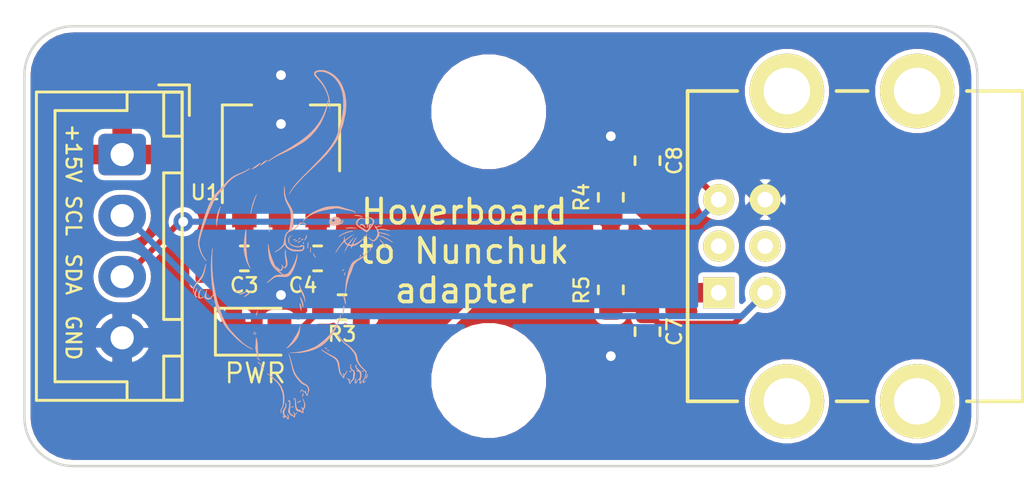
<source format=kicad_pcb>
(kicad_pcb (version 20171130) (host pcbnew "(6.0.0-rc1-dev-1-g01c5bdfb8)")

  (general
    (thickness 1.6)
    (drawings 14)
    (tracks 27)
    (zones 0)
    (modules 14)
    (nets 9)
  )

  (page A4)
  (layers
    (0 F.Cu signal)
    (31 B.Cu signal)
    (32 B.Adhes user)
    (33 F.Adhes user)
    (34 B.Paste user)
    (35 F.Paste user)
    (36 B.SilkS user)
    (37 F.SilkS user)
    (38 B.Mask user)
    (39 F.Mask user)
    (40 Dwgs.User user)
    (41 Cmts.User user)
    (42 Eco1.User user)
    (43 Eco2.User user)
    (44 Edge.Cuts user)
    (45 Margin user)
    (46 B.CrtYd user)
    (47 F.CrtYd user)
    (48 B.Fab user hide)
    (49 F.Fab user hide)
  )

  (setup
    (last_trace_width 0.25)
    (trace_clearance 0.2)
    (zone_clearance 0.2)
    (zone_45_only no)
    (trace_min 0.2)
    (segment_width 0.2)
    (edge_width 0.1)
    (via_size 0.8)
    (via_drill 0.4)
    (via_min_size 0.4)
    (via_min_drill 0.3)
    (uvia_size 0.3)
    (uvia_drill 0.1)
    (uvias_allowed no)
    (uvia_min_size 0.2)
    (uvia_min_drill 0.1)
    (pcb_text_width 0.3)
    (pcb_text_size 1.5 1.5)
    (mod_edge_width 0.15)
    (mod_text_size 0.6 0.6)
    (mod_text_width 0.1)
    (pad_size 1.5 1.5)
    (pad_drill 0.6)
    (pad_to_mask_clearance 0)
    (aux_axis_origin 0 0)
    (visible_elements FFFFFF7F)
    (pcbplotparams
      (layerselection 0x010fc_ffffffff)
      (usegerberextensions true)
      (usegerberattributes false)
      (usegerberadvancedattributes false)
      (creategerberjobfile false)
      (excludeedgelayer false)
      (linewidth 0.100000)
      (plotframeref false)
      (viasonmask false)
      (mode 1)
      (useauxorigin false)
      (hpglpennumber 1)
      (hpglpenspeed 20)
      (hpglpendiameter 15.000000)
      (psnegative false)
      (psa4output false)
      (plotreference true)
      (plotvalue true)
      (plotinvisibletext false)
      (padsonsilk false)
      (subtractmaskfromsilk false)
      (outputformat 1)
      (mirror false)
      (drillshape 0)
      (scaleselection 1)
      (outputdirectory "gerber/"))
  )

  (net 0 "")
  (net 1 VCC)
  (net 2 "Net-(P1-Pad3)")
  (net 3 "Net-(P1-Pad4)")
  (net 4 SDA)
  (net 5 GND)
  (net 6 SCL)
  (net 7 "Net-(D3-Pad2)")
  (net 8 VDD)

  (net_class Default "This is the default net class."
    (clearance 0.2)
    (trace_width 0.25)
    (via_dia 0.8)
    (via_drill 0.4)
    (uvia_dia 0.3)
    (uvia_drill 0.1)
    (add_net GND)
    (add_net "Net-(D3-Pad2)")
    (add_net "Net-(P1-Pad3)")
    (add_net "Net-(P1-Pad4)")
    (add_net SCL)
    (add_net SDA)
    (add_net VCC)
    (add_net VDD)
  )

  (module MountingHole:MountingHole_4.3mm_M4 (layer F.Cu) (tedit 5C2CBC72) (tstamp 5C39182D)
    (at 115 105.5)
    (descr "Mounting Hole 4.3mm, no annular, M4")
    (tags "mounting hole 4.3mm no annular m4")
    (path /5C2CC47B)
    (attr virtual)
    (fp_text reference H2 (at 0 -5.3) (layer F.SilkS) hide
      (effects (font (size 0.6 0.6) (thickness 0.1)))
    )
    (fp_text value MountingHole (at 0 5.3) (layer F.Fab)
      (effects (font (size 1 1) (thickness 0.15)))
    )
    (fp_text user %R (at 0.3 0) (layer F.Fab)
      (effects (font (size 1 1) (thickness 0.15)))
    )
    (fp_circle (center 0 0) (end 4.3 0) (layer Cmts.User) (width 0.15))
    (fp_circle (center 0 0) (end 4.55 0) (layer F.CrtYd) (width 0.05))
    (pad 1 np_thru_hole circle (at 0 0) (size 4.3 4.3) (drill 4.3) (layers *.Cu *.Mask))
  )

  (module MountingHole:MountingHole_4.3mm_M4 (layer F.Cu) (tedit 5C2CBC7C) (tstamp 5C39105A)
    (at 115 94.5)
    (descr "Mounting Hole 4.3mm, no annular, M4")
    (tags "mounting hole 4.3mm no annular m4")
    (path /5C2CC0FA)
    (attr virtual)
    (fp_text reference H1 (at 0 -5.3) (layer F.SilkS) hide
      (effects (font (size 0.6 0.6) (thickness 0.1)))
    )
    (fp_text value MountingHole (at 0 5.3) (layer F.Fab)
      (effects (font (size 1 1) (thickness 0.15)))
    )
    (fp_text user %R (at 0.3 0) (layer F.Fab)
      (effects (font (size 1 1) (thickness 0.15)))
    )
    (fp_circle (center 0 0) (end 4.3 0) (layer Cmts.User) (width 0.15))
    (fp_circle (center 0 0) (end 4.55 0) (layer F.CrtYd) (width 0.05))
    (pad 1 np_thru_hole circle (at 0 0) (size 4.3 4.3) (drill 4.3) (layers *.Cu *.Mask))
  )

  (module Connector_JST:JST_XH_B04B-XH-A_1x04_P2.50mm_Vertical (layer F.Cu) (tedit 5C2CBC9B) (tstamp 5C3900BE)
    (at 100 96.25 270)
    (descr "JST XH series connector, B04B-XH-A (http://www.jst-mfg.com/product/pdf/eng/eXH.pdf), generated with kicad-footprint-generator")
    (tags "connector JST XH side entry")
    (path /5AB40975)
    (fp_text reference J2 (at 3.75 -3.4 270) (layer F.SilkS) hide
      (effects (font (size 0.6 0.6) (thickness 0.1)))
    )
    (fp_text value Conn_01x04 (at 3.75 4.6 270) (layer F.Fab)
      (effects (font (size 1 1) (thickness 0.15)))
    )
    (fp_line (start -2.45 -2.35) (end -2.45 3.4) (layer F.Fab) (width 0.1))
    (fp_line (start -2.45 3.4) (end 9.95 3.4) (layer F.Fab) (width 0.1))
    (fp_line (start 9.95 3.4) (end 9.95 -2.35) (layer F.Fab) (width 0.1))
    (fp_line (start 9.95 -2.35) (end -2.45 -2.35) (layer F.Fab) (width 0.1))
    (fp_line (start -2.56 -2.46) (end -2.56 3.51) (layer F.SilkS) (width 0.12))
    (fp_line (start -2.56 3.51) (end 10.06 3.51) (layer F.SilkS) (width 0.12))
    (fp_line (start 10.06 3.51) (end 10.06 -2.46) (layer F.SilkS) (width 0.12))
    (fp_line (start 10.06 -2.46) (end -2.56 -2.46) (layer F.SilkS) (width 0.12))
    (fp_line (start -2.95 -2.85) (end -2.95 3.9) (layer F.CrtYd) (width 0.05))
    (fp_line (start -2.95 3.9) (end 10.45 3.9) (layer F.CrtYd) (width 0.05))
    (fp_line (start 10.45 3.9) (end 10.45 -2.85) (layer F.CrtYd) (width 0.05))
    (fp_line (start 10.45 -2.85) (end -2.95 -2.85) (layer F.CrtYd) (width 0.05))
    (fp_line (start -0.625 -2.35) (end 0 -1.35) (layer F.Fab) (width 0.1))
    (fp_line (start 0 -1.35) (end 0.625 -2.35) (layer F.Fab) (width 0.1))
    (fp_line (start 0.75 -2.45) (end 0.75 -1.7) (layer F.SilkS) (width 0.12))
    (fp_line (start 0.75 -1.7) (end 6.75 -1.7) (layer F.SilkS) (width 0.12))
    (fp_line (start 6.75 -1.7) (end 6.75 -2.45) (layer F.SilkS) (width 0.12))
    (fp_line (start 6.75 -2.45) (end 0.75 -2.45) (layer F.SilkS) (width 0.12))
    (fp_line (start -2.55 -2.45) (end -2.55 -1.7) (layer F.SilkS) (width 0.12))
    (fp_line (start -2.55 -1.7) (end -0.75 -1.7) (layer F.SilkS) (width 0.12))
    (fp_line (start -0.75 -1.7) (end -0.75 -2.45) (layer F.SilkS) (width 0.12))
    (fp_line (start -0.75 -2.45) (end -2.55 -2.45) (layer F.SilkS) (width 0.12))
    (fp_line (start 8.25 -2.45) (end 8.25 -1.7) (layer F.SilkS) (width 0.12))
    (fp_line (start 8.25 -1.7) (end 10.05 -1.7) (layer F.SilkS) (width 0.12))
    (fp_line (start 10.05 -1.7) (end 10.05 -2.45) (layer F.SilkS) (width 0.12))
    (fp_line (start 10.05 -2.45) (end 8.25 -2.45) (layer F.SilkS) (width 0.12))
    (fp_line (start -2.55 -0.2) (end -1.8 -0.2) (layer F.SilkS) (width 0.12))
    (fp_line (start -1.8 -0.2) (end -1.8 2.75) (layer F.SilkS) (width 0.12))
    (fp_line (start -1.8 2.75) (end 3.75 2.75) (layer F.SilkS) (width 0.12))
    (fp_line (start 10.05 -0.2) (end 9.3 -0.2) (layer F.SilkS) (width 0.12))
    (fp_line (start 9.3 -0.2) (end 9.3 2.75) (layer F.SilkS) (width 0.12))
    (fp_line (start 9.3 2.75) (end 3.75 2.75) (layer F.SilkS) (width 0.12))
    (fp_line (start -1.6 -2.75) (end -2.85 -2.75) (layer F.SilkS) (width 0.12))
    (fp_line (start -2.85 -2.75) (end -2.85 -1.5) (layer F.SilkS) (width 0.12))
    (fp_text user %R (at 3.75 2.7 270) (layer F.Fab)
      (effects (font (size 1 1) (thickness 0.15)))
    )
    (pad 1 thru_hole roundrect (at 0 0 270) (size 1.7 1.95) (drill 0.95) (layers *.Cu *.Mask) (roundrect_rratio 0.147059)
      (net 8 VDD))
    (pad 2 thru_hole oval (at 2.5 0 270) (size 1.7 1.95) (drill 0.95) (layers *.Cu *.Mask)
      (net 6 SCL))
    (pad 3 thru_hole oval (at 5 0 270) (size 1.7 1.95) (drill 0.95) (layers *.Cu *.Mask)
      (net 4 SDA))
    (pad 4 thru_hole oval (at 7.5 0 270) (size 1.7 1.95) (drill 0.95) (layers *.Cu *.Mask)
      (net 5 GND))
    (model ${KISYS3DMOD}/Connector_JST.3dshapes/JST_XH_B04B-XH-A_1x04_P2.50mm_Vertical.wrl
      (at (xyz 0 0 0))
      (scale (xyz 1 1 1))
      (rotate (xyz 0 0 0))
    )
  )

  (module Package_TO_SOT_SMD:SOT-89-3_Handsoldering (layer F.Cu) (tedit 5C2CBC9F) (tstamp 5C39006F)
    (at 106.5 96 90)
    (descr "SOT-89-3 Handsoldering")
    (tags "SOT-89-3 Handsoldering")
    (path /5AE0F904)
    (attr smd)
    (fp_text reference U1 (at -1.8 -3.1 180) (layer F.SilkS)
      (effects (font (size 0.6 0.6) (thickness 0.1)))
    )
    (fp_text value L7805SOT89 (at 0.5 3.15 90) (layer F.Fab)
      (effects (font (size 1 1) (thickness 0.15)))
    )
    (fp_text user %R (at 0.38 0 180) (layer F.Fab)
      (effects (font (size 0.6 0.6) (thickness 0.09)))
    )
    (fp_line (start -3.5 2.55) (end 4.25 2.55) (layer F.CrtYd) (width 0.05))
    (fp_line (start 4.25 2.55) (end 4.25 -2.55) (layer F.CrtYd) (width 0.05))
    (fp_line (start 4.25 -2.55) (end -3.5 -2.55) (layer F.CrtYd) (width 0.05))
    (fp_line (start -3.5 -2.55) (end -3.5 2.55) (layer F.CrtYd) (width 0.05))
    (fp_line (start 1.78 1.2) (end 1.78 2.4) (layer F.SilkS) (width 0.12))
    (fp_line (start 1.78 2.4) (end -0.92 2.4) (layer F.SilkS) (width 0.12))
    (fp_line (start -2.22 -2.4) (end 1.78 -2.4) (layer F.SilkS) (width 0.12))
    (fp_line (start 1.78 -2.4) (end 1.78 -1.2) (layer F.SilkS) (width 0.12))
    (fp_line (start -0.92 -1.51) (end -0.13 -2.3) (layer F.Fab) (width 0.1))
    (fp_line (start 1.68 -2.3) (end 1.68 2.3) (layer F.Fab) (width 0.1))
    (fp_line (start 1.68 2.3) (end -0.92 2.3) (layer F.Fab) (width 0.1))
    (fp_line (start -0.92 2.3) (end -0.92 -1.51) (layer F.Fab) (width 0.1))
    (fp_line (start -0.13 -2.3) (end 1.68 -2.3) (layer F.Fab) (width 0.1))
    (pad 1 smd rect (at -1.98 -1.5) (size 1 2.5) (layers F.Cu F.Paste F.Mask)
      (net 8 VDD))
    (pad 2 smd rect (at -1.98 0) (size 1 2.5) (layers F.Cu F.Paste F.Mask)
      (net 5 GND))
    (pad 3 smd rect (at -1.98 1.5) (size 1 2.5) (layers F.Cu F.Paste F.Mask)
      (net 1 VCC))
    (pad 2 smd rect (at 1.98 0) (size 2 4) (layers F.Cu F.Paste F.Mask)
      (net 5 GND))
    (pad 2 smd trapezoid (at -0.37 0 180) (size 1.5 0.75) (rect_delta 0 0.5 ) (layers F.Cu F.Paste F.Mask)
      (net 5 GND))
    (model ${KISYS3DMOD}/Package_TO_SOT_SMD.3dshapes/SOT-89-3.wrl
      (at (xyz 0 0 0))
      (scale (xyz 1 1 1))
      (rotate (xyz 0 0 0))
    )
  )

  (module Capacitor_SMD:C_0603_1608Metric (layer F.Cu) (tedit 5B301BBE) (tstamp 5C38FB78)
    (at 121.5 96.5 90)
    (descr "Capacitor SMD 0603 (1608 Metric), square (rectangular) end terminal, IPC_7351 nominal, (Body size source: http://www.tortai-tech.com/upload/download/2011102023233369053.pdf), generated with kicad-footprint-generator")
    (tags capacitor)
    (path /5AD35928)
    (attr smd)
    (fp_text reference C8 (at 0 1.1 90) (layer F.SilkS)
      (effects (font (size 0.6 0.6) (thickness 0.1)))
    )
    (fp_text value 10p (at 0 1.43 90) (layer F.Fab)
      (effects (font (size 1 1) (thickness 0.15)))
    )
    (fp_text user %R (at 0 0 90) (layer F.Fab)
      (effects (font (size 0.4 0.4) (thickness 0.06)))
    )
    (fp_line (start 1.48 0.73) (end -1.48 0.73) (layer F.CrtYd) (width 0.05))
    (fp_line (start 1.48 -0.73) (end 1.48 0.73) (layer F.CrtYd) (width 0.05))
    (fp_line (start -1.48 -0.73) (end 1.48 -0.73) (layer F.CrtYd) (width 0.05))
    (fp_line (start -1.48 0.73) (end -1.48 -0.73) (layer F.CrtYd) (width 0.05))
    (fp_line (start -0.162779 0.51) (end 0.162779 0.51) (layer F.SilkS) (width 0.12))
    (fp_line (start -0.162779 -0.51) (end 0.162779 -0.51) (layer F.SilkS) (width 0.12))
    (fp_line (start 0.8 0.4) (end -0.8 0.4) (layer F.Fab) (width 0.1))
    (fp_line (start 0.8 -0.4) (end 0.8 0.4) (layer F.Fab) (width 0.1))
    (fp_line (start -0.8 -0.4) (end 0.8 -0.4) (layer F.Fab) (width 0.1))
    (fp_line (start -0.8 0.4) (end -0.8 -0.4) (layer F.Fab) (width 0.1))
    (pad 2 smd roundrect (at 0.7875 0 90) (size 0.875 0.95) (layers F.Cu F.Paste F.Mask) (roundrect_rratio 0.25)
      (net 5 GND))
    (pad 1 smd roundrect (at -0.7875 0 90) (size 0.875 0.95) (layers F.Cu F.Paste F.Mask) (roundrect_rratio 0.25)
      (net 4 SDA))
    (model ${KISYS3DMOD}/Capacitor_SMD.3dshapes/C_0603_1608Metric.wrl
      (at (xyz 0 0 0))
      (scale (xyz 1 1 1))
      (rotate (xyz 0 0 0))
    )
  )

  (module Capacitor_SMD:C_0603_1608Metric (layer F.Cu) (tedit 5B301BBE) (tstamp 5C38FB67)
    (at 121.5 103.5 90)
    (descr "Capacitor SMD 0603 (1608 Metric), square (rectangular) end terminal, IPC_7351 nominal, (Body size source: http://www.tortai-tech.com/upload/download/2011102023233369053.pdf), generated with kicad-footprint-generator")
    (tags capacitor)
    (path /5AD359AD)
    (attr smd)
    (fp_text reference C7 (at 0 1.1 90) (layer F.SilkS)
      (effects (font (size 0.6 0.6) (thickness 0.1)))
    )
    (fp_text value 10p (at 0 1.43 90) (layer F.Fab)
      (effects (font (size 1 1) (thickness 0.15)))
    )
    (fp_line (start -0.8 0.4) (end -0.8 -0.4) (layer F.Fab) (width 0.1))
    (fp_line (start -0.8 -0.4) (end 0.8 -0.4) (layer F.Fab) (width 0.1))
    (fp_line (start 0.8 -0.4) (end 0.8 0.4) (layer F.Fab) (width 0.1))
    (fp_line (start 0.8 0.4) (end -0.8 0.4) (layer F.Fab) (width 0.1))
    (fp_line (start -0.162779 -0.51) (end 0.162779 -0.51) (layer F.SilkS) (width 0.12))
    (fp_line (start -0.162779 0.51) (end 0.162779 0.51) (layer F.SilkS) (width 0.12))
    (fp_line (start -1.48 0.73) (end -1.48 -0.73) (layer F.CrtYd) (width 0.05))
    (fp_line (start -1.48 -0.73) (end 1.48 -0.73) (layer F.CrtYd) (width 0.05))
    (fp_line (start 1.48 -0.73) (end 1.48 0.73) (layer F.CrtYd) (width 0.05))
    (fp_line (start 1.48 0.73) (end -1.48 0.73) (layer F.CrtYd) (width 0.05))
    (fp_text user %R (at 0 0 90) (layer F.Fab)
      (effects (font (size 0.4 0.4) (thickness 0.06)))
    )
    (pad 1 smd roundrect (at -0.7875 0 90) (size 0.875 0.95) (layers F.Cu F.Paste F.Mask) (roundrect_rratio 0.25)
      (net 5 GND))
    (pad 2 smd roundrect (at 0.7875 0 90) (size 0.875 0.95) (layers F.Cu F.Paste F.Mask) (roundrect_rratio 0.25)
      (net 6 SCL))
    (model ${KISYS3DMOD}/Capacitor_SMD.3dshapes/C_0603_1608Metric.wrl
      (at (xyz 0 0 0))
      (scale (xyz 1 1 1))
      (rotate (xyz 0 0 0))
    )
  )

  (module Capacitor_SMD:C_0603_1608Metric (layer F.Cu) (tedit 5B301BBE) (tstamp 5C38FB56)
    (at 108 100.5 180)
    (descr "Capacitor SMD 0603 (1608 Metric), square (rectangular) end terminal, IPC_7351 nominal, (Body size source: http://www.tortai-tech.com/upload/download/2011102023233369053.pdf), generated with kicad-footprint-generator")
    (tags capacitor)
    (path /5AB407B6)
    (attr smd)
    (fp_text reference C4 (at 0.6 -1.1 180) (layer F.SilkS)
      (effects (font (size 0.6 0.6) (thickness 0.1)))
    )
    (fp_text value 1uF (at 0 1.43 180) (layer F.Fab)
      (effects (font (size 1 1) (thickness 0.15)))
    )
    (fp_text user %R (at 0 0 180) (layer F.Fab)
      (effects (font (size 0.4 0.4) (thickness 0.06)))
    )
    (fp_line (start 1.48 0.73) (end -1.48 0.73) (layer F.CrtYd) (width 0.05))
    (fp_line (start 1.48 -0.73) (end 1.48 0.73) (layer F.CrtYd) (width 0.05))
    (fp_line (start -1.48 -0.73) (end 1.48 -0.73) (layer F.CrtYd) (width 0.05))
    (fp_line (start -1.48 0.73) (end -1.48 -0.73) (layer F.CrtYd) (width 0.05))
    (fp_line (start -0.162779 0.51) (end 0.162779 0.51) (layer F.SilkS) (width 0.12))
    (fp_line (start -0.162779 -0.51) (end 0.162779 -0.51) (layer F.SilkS) (width 0.12))
    (fp_line (start 0.8 0.4) (end -0.8 0.4) (layer F.Fab) (width 0.1))
    (fp_line (start 0.8 -0.4) (end 0.8 0.4) (layer F.Fab) (width 0.1))
    (fp_line (start -0.8 -0.4) (end 0.8 -0.4) (layer F.Fab) (width 0.1))
    (fp_line (start -0.8 0.4) (end -0.8 -0.4) (layer F.Fab) (width 0.1))
    (pad 2 smd roundrect (at 0.7875 0 180) (size 0.875 0.95) (layers F.Cu F.Paste F.Mask) (roundrect_rratio 0.25)
      (net 5 GND))
    (pad 1 smd roundrect (at -0.7875 0 180) (size 0.875 0.95) (layers F.Cu F.Paste F.Mask) (roundrect_rratio 0.25)
      (net 1 VCC))
    (model ${KISYS3DMOD}/Capacitor_SMD.3dshapes/C_0603_1608Metric.wrl
      (at (xyz 0 0 0))
      (scale (xyz 1 1 1))
      (rotate (xyz 0 0 0))
    )
  )

  (module Capacitor_SMD:C_0603_1608Metric (layer F.Cu) (tedit 5B301BBE) (tstamp 5C38FB45)
    (at 105 100.5)
    (descr "Capacitor SMD 0603 (1608 Metric), square (rectangular) end terminal, IPC_7351 nominal, (Body size source: http://www.tortai-tech.com/upload/download/2011102023233369053.pdf), generated with kicad-footprint-generator")
    (tags capacitor)
    (path /5AB40828)
    (attr smd)
    (fp_text reference C3 (at 0 1.1) (layer F.SilkS)
      (effects (font (size 0.6 0.6) (thickness 0.1)))
    )
    (fp_text value 1uF (at 0 1.43) (layer F.Fab)
      (effects (font (size 1 1) (thickness 0.15)))
    )
    (fp_line (start -0.8 0.4) (end -0.8 -0.4) (layer F.Fab) (width 0.1))
    (fp_line (start -0.8 -0.4) (end 0.8 -0.4) (layer F.Fab) (width 0.1))
    (fp_line (start 0.8 -0.4) (end 0.8 0.4) (layer F.Fab) (width 0.1))
    (fp_line (start 0.8 0.4) (end -0.8 0.4) (layer F.Fab) (width 0.1))
    (fp_line (start -0.162779 -0.51) (end 0.162779 -0.51) (layer F.SilkS) (width 0.12))
    (fp_line (start -0.162779 0.51) (end 0.162779 0.51) (layer F.SilkS) (width 0.12))
    (fp_line (start -1.48 0.73) (end -1.48 -0.73) (layer F.CrtYd) (width 0.05))
    (fp_line (start -1.48 -0.73) (end 1.48 -0.73) (layer F.CrtYd) (width 0.05))
    (fp_line (start 1.48 -0.73) (end 1.48 0.73) (layer F.CrtYd) (width 0.05))
    (fp_line (start 1.48 0.73) (end -1.48 0.73) (layer F.CrtYd) (width 0.05))
    (fp_text user %R (at 0 0) (layer F.Fab)
      (effects (font (size 0.4 0.4) (thickness 0.06)))
    )
    (pad 1 smd roundrect (at -0.7875 0) (size 0.875 0.95) (layers F.Cu F.Paste F.Mask) (roundrect_rratio 0.25)
      (net 8 VDD))
    (pad 2 smd roundrect (at 0.7875 0) (size 0.875 0.95) (layers F.Cu F.Paste F.Mask) (roundrect_rratio 0.25)
      (net 5 GND))
    (model ${KISYS3DMOD}/Capacitor_SMD.3dshapes/C_0603_1608Metric.wrl
      (at (xyz 0 0 0))
      (scale (xyz 1 1 1))
      (rotate (xyz 0 0 0))
    )
  )

  (module LED_SMD:LED_0805_2012Metric (layer F.Cu) (tedit 5C2CBCB8) (tstamp 5C38FB34)
    (at 105.5 103.5)
    (descr "LED SMD 0805 (2012 Metric), square (rectangular) end terminal, IPC_7351 nominal, (Body size source: https://docs.google.com/spreadsheets/d/1BsfQQcO9C6DZCsRaXUlFlo91Tg2WpOkGARC1WS5S8t0/edit?usp=sharing), generated with kicad-footprint-generator")
    (tags diode)
    (path /5AB41F7D)
    (attr smd)
    (fp_text reference D3 (at 0 1.5) (layer F.SilkS) hide
      (effects (font (size 0.6 0.6) (thickness 0.1)))
    )
    (fp_text value LED (at 0 1.65) (layer F.Fab)
      (effects (font (size 1 1) (thickness 0.15)))
    )
    (fp_line (start 1 -0.6) (end -0.7 -0.6) (layer F.Fab) (width 0.1))
    (fp_line (start -0.7 -0.6) (end -1 -0.3) (layer F.Fab) (width 0.1))
    (fp_line (start -1 -0.3) (end -1 0.6) (layer F.Fab) (width 0.1))
    (fp_line (start -1 0.6) (end 1 0.6) (layer F.Fab) (width 0.1))
    (fp_line (start 1 0.6) (end 1 -0.6) (layer F.Fab) (width 0.1))
    (fp_line (start 1 -0.96) (end -1.685 -0.96) (layer F.SilkS) (width 0.12))
    (fp_line (start -1.685 -0.96) (end -1.685 0.96) (layer F.SilkS) (width 0.12))
    (fp_line (start -1.685 0.96) (end 1 0.96) (layer F.SilkS) (width 0.12))
    (fp_line (start -1.68 0.95) (end -1.68 -0.95) (layer F.CrtYd) (width 0.05))
    (fp_line (start -1.68 -0.95) (end 1.68 -0.95) (layer F.CrtYd) (width 0.05))
    (fp_line (start 1.68 -0.95) (end 1.68 0.95) (layer F.CrtYd) (width 0.05))
    (fp_line (start 1.68 0.95) (end -1.68 0.95) (layer F.CrtYd) (width 0.05))
    (fp_text user %R (at 0 0) (layer F.Fab)
      (effects (font (size 0.5 0.5) (thickness 0.08)))
    )
    (pad 1 smd roundrect (at -0.9375 0) (size 0.975 1.4) (layers F.Cu F.Paste F.Mask) (roundrect_rratio 0.25)
      (net 5 GND))
    (pad 2 smd roundrect (at 0.9375 0) (size 0.975 1.4) (layers F.Cu F.Paste F.Mask) (roundrect_rratio 0.25)
      (net 7 "Net-(D3-Pad2)"))
    (model ${KISYS3DMOD}/LED_SMD.3dshapes/LED_0805_2012Metric.wrl
      (at (xyz 0 0 0))
      (scale (xyz 1 1 1))
      (rotate (xyz 0 0 0))
    )
  )

  (module Resistor_SMD:R_0603_1608Metric (layer F.Cu) (tedit 5B301BBD) (tstamp 5C38FAFF)
    (at 120 101.787501 270)
    (descr "Resistor SMD 0603 (1608 Metric), square (rectangular) end terminal, IPC_7351 nominal, (Body size source: http://www.tortai-tech.com/upload/download/2011102023233369053.pdf), generated with kicad-footprint-generator")
    (tags resistor)
    (path /5AC3F1E0)
    (attr smd)
    (fp_text reference R5 (at 0.012499 1.2 270) (layer F.SilkS)
      (effects (font (size 0.6 0.6) (thickness 0.1)))
    )
    (fp_text value 3k3 (at 0 1.43 270) (layer F.Fab)
      (effects (font (size 1 1) (thickness 0.15)))
    )
    (fp_line (start -0.8 0.4) (end -0.8 -0.4) (layer F.Fab) (width 0.1))
    (fp_line (start -0.8 -0.4) (end 0.8 -0.4) (layer F.Fab) (width 0.1))
    (fp_line (start 0.8 -0.4) (end 0.8 0.4) (layer F.Fab) (width 0.1))
    (fp_line (start 0.8 0.4) (end -0.8 0.4) (layer F.Fab) (width 0.1))
    (fp_line (start -0.162779 -0.51) (end 0.162779 -0.51) (layer F.SilkS) (width 0.12))
    (fp_line (start -0.162779 0.51) (end 0.162779 0.51) (layer F.SilkS) (width 0.12))
    (fp_line (start -1.48 0.73) (end -1.48 -0.73) (layer F.CrtYd) (width 0.05))
    (fp_line (start -1.48 -0.73) (end 1.48 -0.73) (layer F.CrtYd) (width 0.05))
    (fp_line (start 1.48 -0.73) (end 1.48 0.73) (layer F.CrtYd) (width 0.05))
    (fp_line (start 1.48 0.73) (end -1.48 0.73) (layer F.CrtYd) (width 0.05))
    (fp_text user %R (at 0 0 270) (layer F.Fab)
      (effects (font (size 0.4 0.4) (thickness 0.06)))
    )
    (pad 1 smd roundrect (at -0.7875 0 270) (size 0.875 0.95) (layers F.Cu F.Paste F.Mask) (roundrect_rratio 0.25)
      (net 1 VCC))
    (pad 2 smd roundrect (at 0.7875 0 270) (size 0.875 0.95) (layers F.Cu F.Paste F.Mask) (roundrect_rratio 0.25)
      (net 6 SCL))
    (model ${KISYS3DMOD}/Resistor_SMD.3dshapes/R_0603_1608Metric.wrl
      (at (xyz 0 0 0))
      (scale (xyz 1 1 1))
      (rotate (xyz 0 0 0))
    )
  )

  (module Resistor_SMD:R_0603_1608Metric (layer F.Cu) (tedit 5B301BBD) (tstamp 5C38FAEE)
    (at 120 98 90)
    (descr "Resistor SMD 0603 (1608 Metric), square (rectangular) end terminal, IPC_7351 nominal, (Body size source: http://www.tortai-tech.com/upload/download/2011102023233369053.pdf), generated with kicad-footprint-generator")
    (tags resistor)
    (path /5AC3F27A)
    (attr smd)
    (fp_text reference R4 (at 0 -1.2 90) (layer F.SilkS)
      (effects (font (size 0.6 0.6) (thickness 0.1)))
    )
    (fp_text value 3k3 (at 0 1.43 90) (layer F.Fab)
      (effects (font (size 1 1) (thickness 0.15)))
    )
    (fp_text user %R (at 0 0 90) (layer F.Fab)
      (effects (font (size 0.4 0.4) (thickness 0.06)))
    )
    (fp_line (start 1.48 0.73) (end -1.48 0.73) (layer F.CrtYd) (width 0.05))
    (fp_line (start 1.48 -0.73) (end 1.48 0.73) (layer F.CrtYd) (width 0.05))
    (fp_line (start -1.48 -0.73) (end 1.48 -0.73) (layer F.CrtYd) (width 0.05))
    (fp_line (start -1.48 0.73) (end -1.48 -0.73) (layer F.CrtYd) (width 0.05))
    (fp_line (start -0.162779 0.51) (end 0.162779 0.51) (layer F.SilkS) (width 0.12))
    (fp_line (start -0.162779 -0.51) (end 0.162779 -0.51) (layer F.SilkS) (width 0.12))
    (fp_line (start 0.8 0.4) (end -0.8 0.4) (layer F.Fab) (width 0.1))
    (fp_line (start 0.8 -0.4) (end 0.8 0.4) (layer F.Fab) (width 0.1))
    (fp_line (start -0.8 -0.4) (end 0.8 -0.4) (layer F.Fab) (width 0.1))
    (fp_line (start -0.8 0.4) (end -0.8 -0.4) (layer F.Fab) (width 0.1))
    (pad 2 smd roundrect (at 0.7875 0 90) (size 0.875 0.95) (layers F.Cu F.Paste F.Mask) (roundrect_rratio 0.25)
      (net 4 SDA))
    (pad 1 smd roundrect (at -0.7875 0 90) (size 0.875 0.95) (layers F.Cu F.Paste F.Mask) (roundrect_rratio 0.25)
      (net 1 VCC))
    (model ${KISYS3DMOD}/Resistor_SMD.3dshapes/R_0603_1608Metric.wrl
      (at (xyz 0 0 0))
      (scale (xyz 1 1 1))
      (rotate (xyz 0 0 0))
    )
  )

  (module Resistor_SMD:R_0603_1608Metric (layer F.Cu) (tedit 5B301BBD) (tstamp 5C38FADD)
    (at 109 102.5)
    (descr "Resistor SMD 0603 (1608 Metric), square (rectangular) end terminal, IPC_7351 nominal, (Body size source: http://www.tortai-tech.com/upload/download/2011102023233369053.pdf), generated with kicad-footprint-generator")
    (tags resistor)
    (path /5AB42057)
    (attr smd)
    (fp_text reference R3 (at 0 1.1) (layer F.SilkS)
      (effects (font (size 0.6 0.6) (thickness 0.1)))
    )
    (fp_text value 220Ohm (at 0 1.43) (layer F.Fab)
      (effects (font (size 1 1) (thickness 0.15)))
    )
    (fp_line (start -0.8 0.4) (end -0.8 -0.4) (layer F.Fab) (width 0.1))
    (fp_line (start -0.8 -0.4) (end 0.8 -0.4) (layer F.Fab) (width 0.1))
    (fp_line (start 0.8 -0.4) (end 0.8 0.4) (layer F.Fab) (width 0.1))
    (fp_line (start 0.8 0.4) (end -0.8 0.4) (layer F.Fab) (width 0.1))
    (fp_line (start -0.162779 -0.51) (end 0.162779 -0.51) (layer F.SilkS) (width 0.12))
    (fp_line (start -0.162779 0.51) (end 0.162779 0.51) (layer F.SilkS) (width 0.12))
    (fp_line (start -1.48 0.73) (end -1.48 -0.73) (layer F.CrtYd) (width 0.05))
    (fp_line (start -1.48 -0.73) (end 1.48 -0.73) (layer F.CrtYd) (width 0.05))
    (fp_line (start 1.48 -0.73) (end 1.48 0.73) (layer F.CrtYd) (width 0.05))
    (fp_line (start 1.48 0.73) (end -1.48 0.73) (layer F.CrtYd) (width 0.05))
    (fp_text user %R (at 0 0) (layer F.Fab)
      (effects (font (size 0.4 0.4) (thickness 0.06)))
    )
    (pad 1 smd roundrect (at -0.7875 0) (size 0.875 0.95) (layers F.Cu F.Paste F.Mask) (roundrect_rratio 0.25)
      (net 7 "Net-(D3-Pad2)"))
    (pad 2 smd roundrect (at 0.7875 0) (size 0.875 0.95) (layers F.Cu F.Paste F.Mask) (roundrect_rratio 0.25)
      (net 1 VCC))
    (model ${KISYS3DMOD}/Resistor_SMD.3dshapes/R_0603_1608Metric.wrl
      (at (xyz 0 0 0))
      (scale (xyz 1 1 1))
      (rotate (xyz 0 0 0))
    )
  )

  (module otter:CONN_WII (layer F.Cu) (tedit 5C2CBC78) (tstamp 5C38FAA4)
    (at 130 100 270)
    (path /5C2CB495)
    (fp_text reference P1 (at -3.175 2.54 270) (layer F.SilkS) hide
      (effects (font (size 0.6 0.6) (thickness 0.1)))
    )
    (fp_text value CONN_WII (at 5.08 2.54 270) (layer F.SilkS) hide
      (effects (font (size 1 1) (thickness 0.15)))
    )
    (fp_line (start -6.35 -4.572) (end -6.35 -6.858) (layer F.SilkS) (width 0.15))
    (fp_line (start -6.35 -6.858) (end 6.35 -6.858) (layer F.SilkS) (width 0.15))
    (fp_line (start 6.35 -6.858) (end 6.35 -4.572) (layer F.SilkS) (width 0.15))
    (fp_line (start 6.35 0.762) (end 6.35 -0.508) (layer F.SilkS) (width 0.15))
    (fp_line (start -6.35 0.762) (end -6.35 -0.508) (layer F.SilkS) (width 0.15))
    (fp_line (start -6.35 6.858) (end -6.35 4.826) (layer F.SilkS) (width 0.15))
    (fp_line (start 6.35 6.858) (end 6.35 4.826) (layer F.SilkS) (width 0.15))
    (fp_line (start 6.35 6.858) (end -6.35 6.858) (layer F.SilkS) (width 0.15))
    (pad 1 thru_hole rect (at 1.905 5.588 270) (size 1.27 1.27) (drill 0.635) (layers *.Cu *.Mask F.SilkS)
      (net 1 VCC))
    (pad 2 thru_hole circle (at 1.905 3.683 270) (size 1.27 1.27) (drill 0.635) (layers *.Cu *.Mask F.SilkS)
      (net 6 SCL))
    (pad 3 thru_hole circle (at 0 5.588 270) (size 1.27 1.27) (drill 0.635) (layers *.Cu *.Mask F.SilkS)
      (net 2 "Net-(P1-Pad3)"))
    (pad 4 thru_hole circle (at 0 3.683 270) (size 1.27 1.27) (drill 0.635) (layers *.Cu *.Mask F.SilkS)
      (net 3 "Net-(P1-Pad4)"))
    (pad 5 thru_hole circle (at -1.905 5.588 270) (size 1.27 1.27) (drill 0.635) (layers *.Cu *.Mask F.SilkS)
      (net 4 SDA))
    (pad 6 thru_hole circle (at -1.905 3.683 270) (size 1.27 1.27) (drill 0.635) (layers *.Cu *.Mask F.SilkS)
      (net 5 GND))
    (pad "" thru_hole circle (at 6.35 2.794 270) (size 3.048 3.048) (drill 1.905) (layers *.Cu *.Mask F.SilkS))
    (pad "" thru_hole circle (at -6.35 -2.54 270) (size 3.048 3.048) (drill 1.905) (layers *.Cu *.Mask F.SilkS))
    (pad "" thru_hole circle (at 6.35 -2.54 270) (size 3.048 3.048) (drill 1.905) (layers *.Cu *.Mask F.SilkS))
    (pad "" thru_hole circle (at -6.35 2.794 270) (size 3.048 3.048) (drill 1.905) (layers *.Cu *.Mask F.SilkS))
  )

  (module otter:otter_small25 (layer B.Cu) (tedit 0) (tstamp 5C3978DF)
    (at 107 100 180)
    (fp_text reference G*** (at 0 0 180) (layer B.SilkS) hide
      (effects (font (size 1.524 1.524) (thickness 0.3)) (justify mirror))
    )
    (fp_text value LOGO (at 0.75 0 180) (layer B.SilkS) hide
      (effects (font (size 1.524 1.524) (thickness 0.3)) (justify mirror))
    )
    (fp_poly (pts (xy -1.485295 5.525105) (xy -1.483558 5.50788) (xy -1.485295 5.505753) (xy -1.493924 5.507745)
      (xy -1.494971 5.515429) (xy -1.489661 5.527376) (xy -1.485295 5.525105)) (layer B.SilkS) (width 0.01))
    (fp_poly (pts (xy -1.432408 5.967164) (xy -1.423149 5.942473) (xy -1.409501 5.897565) (xy -1.392738 5.836427)
      (xy -1.386637 5.812972) (xy -1.330831 5.620263) (xy -1.265988 5.446105) (xy -1.187739 5.280399)
      (xy -1.091714 5.113045) (xy -1.066324 5.072743) (xy -0.968718 4.934583) (xy -0.852952 4.79445)
      (xy -0.727508 4.661905) (xy -0.600864 4.546512) (xy -0.596256 4.542688) (xy -0.552364 4.505917)
      (xy -0.514222 4.473117) (xy -0.491027 4.452258) (xy -0.465432 4.432783) (xy -0.449943 4.426858)
      (xy -0.435833 4.417615) (xy -0.435428 4.414788) (xy -0.42422 4.400914) (xy -0.395275 4.377687)
      (xy -0.366485 4.357836) (xy -0.321399 4.326817) (xy -0.281699 4.296711) (xy -0.265492 4.28282)
      (xy -0.240337 4.261474) (xy -0.225157 4.252686) (xy -0.210625 4.245088) (xy -0.176819 4.224318)
      (xy -0.128547 4.193412) (xy -0.070617 4.155407) (xy -0.061264 4.149197) (xy 0.149251 4.014869)
      (xy 0.345801 3.901363) (xy 0.435429 3.854061) (xy 0.534984 3.800911) (xy 0.638966 3.741395)
      (xy 0.741971 3.678939) (xy 0.838599 3.616971) (xy 0.923448 3.558919) (xy 0.991117 3.508209)
      (xy 1.022532 3.481541) (xy 1.033304 3.468615) (xy 1.024178 3.469174) (xy 0.999735 3.481106)
      (xy 0.964557 3.502295) (xy 0.936172 3.521383) (xy 0.855867 3.575324) (xy 0.772516 3.626103)
      (xy 0.680264 3.676926) (xy 0.573253 3.731) (xy 0.445627 3.791533) (xy 0.427451 3.799935)
      (xy 0.346372 3.837496) (xy 0.27165 3.872429) (xy 0.208399 3.902319) (xy 0.161734 3.92475)
      (xy 0.137886 3.936702) (xy 0.093997 3.959916) (xy 0.046515 3.984646) (xy 0.043543 3.986178)
      (xy 0.010854 4.004137) (xy -0.03945 4.033098) (xy -0.100232 4.068903) (xy -0.157895 4.103484)
      (xy -0.21664 4.138641) (xy -0.266085 4.167501) (xy -0.301127 4.187137) (xy -0.316664 4.194623)
      (xy -0.316772 4.194629) (xy -0.334624 4.202976) (xy -0.371535 4.226206) (xy -0.423477 4.261606)
      (xy -0.486423 4.306458) (xy -0.529771 4.338239) (xy -0.57289 4.372643) (xy -0.623209 4.416581)
      (xy -0.676223 4.465626) (xy -0.727424 4.515352) (xy -0.772307 4.561333) (xy -0.806364 4.599142)
      (xy -0.82509 4.624353) (xy -0.827314 4.630482) (xy -0.838278 4.644228) (xy -0.841358 4.644572)
      (xy -0.85634 4.65543) (xy -0.882614 4.684016) (xy -0.914724 4.724348) (xy -0.917476 4.728029)
      (xy -0.949014 4.770092) (xy -0.973704 4.80239) (xy -0.986539 4.818379) (xy -0.986889 4.818743)
      (xy -1.006279 4.842492) (xy -1.029157 4.876222) (xy -1.048984 4.909534) (xy -1.059221 4.932033)
      (xy -1.059543 4.93427) (xy -1.069247 4.948847) (xy -1.072673 4.949372) (xy -1.085242 4.962019)
      (xy -1.106716 4.996889) (xy -1.134916 5.049377) (xy -1.167663 5.114877) (xy -1.202778 5.188782)
      (xy -1.238082 5.266488) (xy -1.271396 5.343388) (xy -1.300541 5.414876) (xy -1.323338 5.476347)
      (xy -1.326734 5.4864) (xy -1.350229 5.562719) (xy -1.373517 5.647818) (xy -1.395116 5.735176)
      (xy -1.413546 5.818271) (xy -1.427327 5.890584) (xy -1.434978 5.945591) (xy -1.436008 5.967652)
      (xy -1.432408 5.967164)) (layer B.SilkS) (width 0.01))
    (fp_poly (pts (xy 1.070583 3.519652) (xy 1.099081 3.507445) (xy 1.138102 3.487097) (xy 1.180712 3.46241)
      (xy 1.219975 3.437182) (xy 1.245986 3.417775) (xy 1.27267 3.39245) (xy 1.301696 3.360785)
      (xy 1.327545 3.329489) (xy 1.344698 3.305268) (xy 1.347634 3.294831) (xy 1.347189 3.29479)
      (xy 1.333737 3.302239) (xy 1.302894 3.321729) (xy 1.261318 3.34905) (xy 1.261067 3.349218)
      (xy 1.214506 3.382227) (xy 1.165791 3.419885) (xy 1.12055 3.457423) (xy 1.084411 3.490075)
      (xy 1.063001 3.513073) (xy 1.059543 3.519922) (xy 1.070583 3.519652)) (layer B.SilkS) (width 0.01))
    (fp_poly (pts (xy 1.354781 3.402215) (xy 1.384565 3.38437) (xy 1.412894 3.364679) (xy 1.457218 3.332676)
      (xy 1.514243 3.292023) (xy 1.572842 3.250645) (xy 1.582396 3.243943) (xy 1.645771 3.198431)
      (xy 1.684364 3.167928) (xy 1.698134 3.152268) (xy 1.687043 3.151283) (xy 1.651052 3.164804)
      (xy 1.590122 3.192663) (xy 1.572453 3.20114) (xy 1.472188 3.261261) (xy 1.401508 3.32586)
      (xy 1.369093 3.363659) (xy 1.347292 3.392498) (xy 1.340596 3.406408) (xy 1.340743 3.40661)
      (xy 1.354781 3.402215)) (layer B.SilkS) (width 0.01))
    (fp_poly (pts (xy -1.033334 7.197436) (xy -0.951544 7.176898) (xy -0.89458 7.143449) (xy -0.863016 7.097392)
      (xy -0.856343 7.057017) (xy -0.859295 7.02887) (xy -0.870139 6.999972) (xy -0.891853 6.965966)
      (xy -0.927415 6.922495) (xy -0.979805 6.865203) (xy -1.007296 6.836229) (xy -1.153426 6.666353)
      (xy -1.271744 6.491078) (xy -1.36329 6.308195) (xy -1.429105 6.115494) (xy -1.47023 5.910766)
      (xy -1.479146 5.834162) (xy -1.488394 5.738728) (xy -1.495296 5.67154) (xy -1.500087 5.631931)
      (xy -1.503004 5.619234) (xy -1.504282 5.63278) (xy -1.504157 5.671904) (xy -1.502867 5.735937)
      (xy -1.50205 5.769429) (xy -1.497965 5.872673) (xy -1.490716 5.956972) (xy -1.479092 6.032341)
      (xy -1.461886 6.108797) (xy -1.460355 6.114781) (xy -1.392783 6.322652) (xy -1.299867 6.518553)
      (xy -1.180655 6.704196) (xy -1.034195 6.881287) (xy -1.031284 6.884427) (xy -0.973544 6.949256)
      (xy -0.936229 6.998807) (xy -0.917821 7.036807) (xy -0.916804 7.066984) (xy -0.931662 7.093066)
      (xy -0.942132 7.10357) (xy -0.97912 7.122922) (xy -1.036158 7.136636) (xy -1.10462 7.143598)
      (xy -1.175883 7.142695) (xy -1.212692 7.138513) (xy -1.35167 7.102403) (xy -1.485393 7.039795)
      (xy -1.610749 6.953139) (xy -1.724626 6.844886) (xy -1.823912 6.717486) (xy -1.889771 6.605331)
      (xy -1.912383 6.556734) (xy -1.938109 6.49469) (xy -1.963923 6.427356) (xy -1.986802 6.36289)
      (xy -2.003719 6.30945) (xy -2.011361 6.277429) (xy -2.017038 6.241301) (xy -2.025902 6.187964)
      (xy -2.036062 6.128788) (xy -2.03634 6.127198) (xy -2.044112 6.062658) (xy -2.049376 5.977811)
      (xy -2.052062 5.881276) (xy -2.0521 5.781672) (xy -2.049417 5.687619) (xy -2.043944 5.607736)
      (xy -2.040831 5.580743) (xy -2.03351 5.523519) (xy -2.026903 5.466767) (xy -2.025145 5.450115)
      (xy -2.019261 5.407374) (xy -2.009135 5.348155) (xy -1.996815 5.28432) (xy -1.995084 5.275943)
      (xy -1.982678 5.215095) (xy -1.971914 5.159925) (xy -1.964815 5.120845) (xy -1.964076 5.116286)
      (xy -1.9564 5.07738) (xy -1.948901 5.050972) (xy -1.939367 5.022655) (xy -1.937258 5.014686)
      (xy -1.924613 4.963794) (xy -1.909097 4.908583) (xy -1.893206 4.857131) (xy -1.879437 4.817516)
      (xy -1.870287 4.797815) (xy -1.870184 4.797698) (xy -1.861539 4.774539) (xy -1.857831 4.737806)
      (xy -1.857828 4.736869) (xy -1.85433 4.702176) (xy -1.845856 4.682474) (xy -1.845305 4.682088)
      (xy -1.834513 4.664579) (xy -1.821059 4.628671) (xy -1.814076 4.605032) (xy -1.793034 4.538956)
      (xy -1.764201 4.472949) (xy -1.740404 4.426858) (xy -1.704438 4.360425) (xy -1.677564 4.312294)
      (xy -1.655459 4.275023) (xy -1.633801 4.241169) (xy -1.624052 4.226559) (xy -1.600273 4.189953)
      (xy -1.585051 4.16409) (xy -1.582057 4.156996) (xy -1.574125 4.142597) (xy -1.553256 4.111445)
      (xy -1.523843 4.070078) (xy -1.521607 4.067009) (xy -1.459815 3.98521) (xy -1.389903 3.898375)
      (xy -1.309961 3.8044) (xy -1.218081 3.701177) (xy -1.112354 3.586599) (xy -0.99087 3.458562)
      (xy -0.851721 3.314957) (xy -0.703328 3.164115) (xy -0.603817 3.063409) (xy -0.508774 2.966953)
      (xy -0.420527 2.877129) (xy -0.341406 2.79632) (xy -0.27374 2.726908) (xy -0.219857 2.671276)
      (xy -0.182087 2.631808) (xy -0.164235 2.612572) (xy -0.106737 2.544364) (xy -0.044733 2.465169)
      (xy 0.016022 2.382825) (xy 0.06977 2.30517) (xy 0.110753 2.240043) (xy 0.115594 2.231572)
      (xy 0.141082 2.183598) (xy 0.153155 2.155834) (xy 0.152138 2.149811) (xy 0.138361 2.167064)
      (xy 0.112149 2.209125) (xy 0.111161 2.210808) (xy 0.051771 2.30133) (xy -0.028945 2.406456)
      (xy -0.131341 2.526569) (xy -0.255768 2.662047) (xy -0.402581 2.813274) (xy -0.572131 2.980629)
      (xy -0.764772 3.164495) (xy -0.819155 3.215491) (xy -0.964891 3.353264) (xy -1.096464 3.48086)
      (xy -1.21226 3.596631) (xy -1.310662 3.698932) (xy -1.390055 3.786114) (xy -1.448823 3.85653)
      (xy -1.45202 3.860655) (xy -1.482732 3.899314) (xy -1.508269 3.929363) (xy -1.519001 3.940484)
      (xy -1.536241 3.960346) (xy -1.565482 3.998806) (xy -1.602784 4.050201) (xy -1.644207 4.108869)
      (xy -1.685813 4.169145) (xy -1.72366 4.225369) (xy -1.753809 4.271877) (xy -1.772321 4.303006)
      (xy -1.774971 4.308397) (xy -1.789972 4.338736) (xy -1.800477 4.354286) (xy -1.810804 4.370599)
      (xy -1.828263 4.404835) (xy -1.841993 4.434115) (xy -1.863175 4.480741) (xy -1.881182 4.520371)
      (xy -1.888157 4.535715) (xy -1.903146 4.572905) (xy -1.922481 4.626291) (xy -1.942474 4.685038)
      (xy -1.959439 4.738313) (xy -1.969668 4.7752) (xy -1.979812 4.808646) (xy -1.98819 4.826)
      (xy -1.998049 4.847039) (xy -2.012633 4.886104) (xy -2.024111 4.920343) (xy -2.041447 4.977214)
      (xy -2.053213 5.025121) (xy -2.06339 5.08088) (xy -2.066125 5.097848) (xy -2.074807 5.125038)
      (xy -2.080085 5.132924) (xy -2.087843 5.153852) (xy -2.090057 5.178157) (xy -2.09377 5.212569)
      (xy -2.103228 5.260853) (xy -2.109953 5.288224) (xy -2.126611 5.35592) (xy -2.1408 5.422949)
      (xy -2.151395 5.482801) (xy -2.157271 5.528964) (xy -2.157304 5.554928) (xy -2.156433 5.557254)
      (xy -2.154907 5.578382) (xy -2.161465 5.612941) (xy -2.16198 5.614767) (xy -2.167731 5.652278)
      (xy -2.160854 5.668926) (xy -2.155027 5.68604) (xy -2.159509 5.694521) (xy -2.166245 5.718012)
      (xy -2.169022 5.758883) (xy -2.168479 5.783943) (xy -2.166059 5.83738) (xy -2.163579 5.904242)
      (xy -2.161804 5.962019) (xy -2.15876 6.014575) (xy -2.153381 6.054851) (xy -2.146773 6.074896)
      (xy -2.146045 6.075508) (xy -2.139126 6.092152) (xy -2.140667 6.095693) (xy -2.141926 6.116449)
      (xy -2.136819 6.157379) (xy -2.127033 6.210767) (xy -2.114255 6.268899) (xy -2.100172 6.324058)
      (xy -2.08647 6.368529) (xy -2.075543 6.393543) (xy -2.065902 6.415336) (xy -2.052275 6.453626)
      (xy -2.045917 6.473372) (xy -1.99044 6.609954) (xy -1.912209 6.742708) (xy -1.815811 6.866241)
      (xy -1.705835 6.975156) (xy -1.586868 7.06406) (xy -1.504959 7.109485) (xy -1.421296 7.14813)
      (xy -1.355129 7.174883) (xy -1.298504 7.191817) (xy -1.243469 7.201003) (xy -1.18207 7.204515)
      (xy -1.139371 7.204764) (xy -1.033334 7.197436)) (layer B.SilkS) (width 0.01))
    (fp_poly (pts (xy 0.174172 2.126343) (xy 0.166915 2.119086) (xy 0.159657 2.126343) (xy 0.166915 2.1336)
      (xy 0.174172 2.126343)) (layer B.SilkS) (width 0.01))
    (fp_poly (pts (xy 1.508293 2.105262) (xy 1.524985 2.074541) (xy 1.547421 2.027119) (xy 1.573325 1.968215)
      (xy 1.600421 1.903049) (xy 1.626431 1.83684) (xy 1.649081 1.774807) (xy 1.654449 1.759078)
      (xy 1.673278 1.696143) (xy 1.691917 1.622192) (xy 1.709092 1.543879) (xy 1.723524 1.467858)
      (xy 1.733937 1.400782) (xy 1.739053 1.349306) (xy 1.738231 1.322526) (xy 1.733792 1.323885)
      (xy 1.726469 1.34881) (xy 1.7177 1.392163) (xy 1.715951 1.402285) (xy 1.698408 1.487751)
      (xy 1.672295 1.591198) (xy 1.640208 1.70381) (xy 1.604739 1.816771) (xy 1.568483 1.921265)
      (xy 1.546103 1.97953) (xy 1.524314 2.035396) (xy 1.508233 2.080303) (xy 1.499975 2.108134)
      (xy 1.499622 2.114061) (xy 1.508293 2.105262)) (layer B.SilkS) (width 0.01))
    (fp_poly (pts (xy -2.544396 1.270362) (xy -2.526521 1.266284) (xy -2.513397 1.259094) (xy -2.520059 1.253512)
      (xy -2.549676 1.248554) (xy -2.599092 1.243768) (xy -2.664305 1.236094) (xy -2.728929 1.22503)
      (xy -2.775831 1.213818) (xy -2.813452 1.204184) (xy -2.835103 1.202046) (xy -2.837346 1.205005)
      (xy -2.813606 1.222437) (xy -2.768991 1.239391) (xy -2.711631 1.254264) (xy -2.649658 1.265452)
      (xy -2.591202 1.271352) (xy -2.544396 1.270362)) (layer B.SilkS) (width 0.01))
    (fp_poly (pts (xy -1.705428 1.631854) (xy -1.598878 1.630393) (xy -1.514221 1.626814) (xy -1.444363 1.620475)
      (xy -1.382206 1.610732) (xy -1.3208 1.596977) (xy -1.195982 1.559034) (xy -1.059694 1.506498)
      (xy -0.922275 1.443934) (xy -0.794064 1.375906) (xy -0.725714 1.334272) (xy -0.677989 1.300126)
      (xy -0.62162 1.254842) (xy -0.5621 1.203429) (xy -0.504925 1.150899) (xy -0.45559 1.102263)
      (xy -0.419588 1.062529) (xy -0.404542 1.0414) (xy -0.395479 1.022039) (xy -0.398999 1.019282)
      (xy -0.41726 1.034588) (xy -0.45242 1.069418) (xy -0.465064 1.082331) (xy -0.578097 1.180419)
      (xy -0.715375 1.269254) (xy -0.873113 1.347135) (xy -1.047528 1.412364) (xy -1.234834 1.463241)
      (xy -1.3716 1.489407) (xy -1.41993 1.499628) (xy -1.456724 1.509993) (xy -1.489453 1.517798)
      (xy -1.508692 1.517234) (xy -1.527602 1.516936) (xy -1.56447 1.523246) (xy -1.590481 1.529431)
      (xy -1.67008 1.543882) (xy -1.758235 1.549849) (xy -1.843793 1.547252) (xy -1.915597 1.536011)
      (xy -1.93001 1.531867) (xy -1.970334 1.521089) (xy -2.031012 1.507694) (xy -2.103696 1.493416)
      (xy -2.177143 1.48047) (xy -2.288239 1.461086) (xy -2.373685 1.443692) (xy -2.436707 1.427309)
      (xy -2.480529 1.410959) (xy -2.508379 1.393661) (xy -2.522957 1.375504) (xy -2.539624 1.342572)
      (xy -2.536183 1.377522) (xy -2.528691 1.400075) (xy -2.508833 1.420813) (xy -2.473463 1.441173)
      (xy -2.419437 1.46259) (xy -2.34361 1.486499) (xy -2.242838 1.514338) (xy -2.227943 1.518267)
      (xy -2.148802 1.540001) (xy -2.073988 1.562237) (xy -2.010835 1.582681) (xy -1.966682 1.599037)
      (xy -1.959428 1.602239) (xy -1.927914 1.615224) (xy -1.894698 1.623916) (xy -1.853195 1.629083)
      (xy -1.796818 1.631493) (xy -1.718981 1.631913) (xy -1.705428 1.631854)) (layer B.SilkS) (width 0.01))
    (fp_poly (pts (xy -1.684601 1.197661) (xy -1.606249 1.171207) (xy -1.53398 1.123604) (xy -1.520371 1.111228)
      (xy -1.495977 1.082928) (xy -1.484047 1.051577) (xy -1.480515 1.005326) (xy -1.480457 0.994932)
      (xy -1.482483 0.946704) (xy -1.491535 0.91586) (xy -1.512068 0.890867) (xy -1.525113 0.879405)
      (xy -1.55573 0.857651) (xy -1.588301 0.846504) (xy -1.633958 0.842941) (xy -1.659371 0.842975)
      (xy -1.709023 0.844272) (xy -1.747259 0.846479) (xy -1.763485 0.848641) (xy -1.783608 0.854768)
      (xy -1.823542 0.866836) (xy -1.875297 0.882432) (xy -1.884713 0.885265) (xy -1.940325 0.904462)
      (xy -1.987623 0.925192) (xy -2.017219 0.943284) (xy -2.01897 0.944914) (xy -2.040229 0.981644)
      (xy -2.045417 1.025256) (xy -2.034022 1.063254) (xy -2.02428 1.074441) (xy -2.009973 1.084068)
      (xy -2.009755 1.073983) (xy -2.016945 1.053709) (xy -2.023982 1.023019) (xy -2.013556 0.998021)
      (xy -1.996295 0.978977) (xy -1.965164 0.953288) (xy -1.942409 0.944159) (xy -1.933154 0.952662)
      (xy -1.936104 0.966388) (xy -1.944106 0.999809) (xy -1.944914 1.010909) (xy -1.953818 1.025801)
      (xy -1.977571 1.023833) (xy -2.010228 1.015195) (xy -1.977571 1.03914) (xy -1.967932 1.048491)
      (xy -1.709527 1.048491) (xy -1.698528 1.023687) (xy -1.666476 1.004726) (xy -1.627062 1.004299)
      (xy -1.599474 1.018903) (xy -1.583047 1.050575) (xy -1.595484 1.084222) (xy -1.604865 1.094792)
      (xy -1.640867 1.115605) (xy -1.67552 1.110567) (xy -1.700616 1.081745) (xy -1.709527 1.048491)
      (xy -1.967932 1.048491) (xy -1.953479 1.062512) (xy -1.944914 1.080555) (xy -1.932937 1.105402)
      (xy -1.901587 1.136461) (xy -1.857738 1.167541) (xy -1.833149 1.181217) (xy -1.762435 1.201491)
      (xy -1.684601 1.197661)) (layer B.SilkS) (width 0.01))
    (fp_poly (pts (xy 2.972132 1.629131) (xy 2.990037 1.602852) (xy 3.007772 1.571245) (xy 3.069358 1.430913)
      (xy 3.114269 1.273711) (xy 3.14077 1.107655) (xy 3.147127 0.940764) (xy 3.14676 0.928915)
      (xy 3.142343 0.805543) (xy 3.13039 0.892629) (xy 3.119234 0.964847) (xy 3.103954 1.051104)
      (xy 3.085775 1.145635) (xy 3.065925 1.242676) (xy 3.04563 1.336461) (xy 3.026117 1.421227)
      (xy 3.00861 1.491208) (xy 2.994338 1.54064) (xy 2.989839 1.553294) (xy 2.971514 1.603832)
      (xy 2.965785 1.629284) (xy 2.972132 1.629131)) (layer B.SilkS) (width 0.01))
    (fp_poly (pts (xy -2.767335 0.900561) (xy -2.757588 0.892515) (xy -2.735784 0.865682) (xy -2.728685 0.8458)
      (xy -2.732277 0.833664) (xy -2.746945 0.843593) (xy -2.751494 0.848049) (xy -2.772764 0.8662)
      (xy -2.782175 0.870858) (xy -2.800723 0.864077) (xy -2.831735 0.847609) (xy -2.86554 0.827262)
      (xy -2.892463 0.808844) (xy -2.902857 0.798388) (xy -2.910682 0.781034) (xy -2.924167 0.761146)
      (xy -2.940119 0.741842) (xy -2.945283 0.746562) (xy -2.945938 0.763483) (xy -2.934658 0.807243)
      (xy -2.905056 0.852642) (xy -2.865281 0.889409) (xy -2.833525 0.905183) (xy -2.795192 0.911381)
      (xy -2.767335 0.900561)) (layer B.SilkS) (width 0.01))
    (fp_poly (pts (xy -3.025537 0.886763) (xy -3.020265 0.852911) (xy -3.018971 0.820058) (xy -3.02013 0.768556)
      (xy -3.023998 0.744362) (xy -3.031156 0.745833) (xy -3.03919 0.763188) (xy -3.045985 0.794975)
      (xy -3.047883 0.83454) (xy -3.045313 0.871577) (xy -3.038707 0.89578) (xy -3.033485 0.899886)
      (xy -3.025537 0.886763)) (layer B.SilkS) (width 0.01))
    (fp_poly (pts (xy -2.311636 0.764625) (xy -2.243775 0.759443) (xy -2.187834 0.749437) (xy -2.150475 0.734747)
      (xy -2.140651 0.725382) (xy -2.148012 0.721254) (xy -2.175336 0.725339) (xy -2.187867 0.728526)
      (xy -2.224479 0.733769) (xy -2.281718 0.736599) (xy -2.35137 0.737186) (xy -2.425221 0.7357)
      (xy -2.495057 0.73231) (xy -2.552664 0.727187) (xy -2.589828 0.7205) (xy -2.5908 0.720194)
      (xy -2.597923 0.719344) (xy -2.5818 0.728257) (xy -2.569028 0.734334) (xy -2.520112 0.749838)
      (xy -2.456467 0.759962) (xy -2.384754 0.764844) (xy -2.311636 0.764625)) (layer B.SilkS) (width 0.01))
    (fp_poly (pts (xy 0.937033 0.850374) (xy 0.945551 0.82292) (xy 0.958334 0.769362) (xy 0.964788 0.740229)
      (xy 0.9808 0.664728) (xy 0.990057 0.614897) (xy 0.99284 0.588242) (xy 0.989431 0.582272)
      (xy 0.981473 0.592241) (xy 0.968857 0.62338) (xy 0.955237 0.673091) (xy 0.942796 0.731092)
      (xy 0.933713 0.787099) (xy 0.93017 0.830831) (xy 0.930201 0.833993) (xy 0.932132 0.853479)
      (xy 0.937033 0.850374)) (layer B.SilkS) (width 0.01))
    (fp_poly (pts (xy -2.995604 1.177921) (xy -2.98455 1.171559) (xy -2.972377 1.160302) (xy -2.980556 1.156308)
      (xy -3.013031 1.158101) (xy -3.018999 1.158658) (xy -3.08683 1.155581) (xy -3.151551 1.136034)
      (xy -3.206977 1.103808) (xy -3.246922 1.062693) (xy -3.265201 1.016481) (xy -3.265714 1.007469)
      (xy -3.259566 0.968033) (xy -3.24887 0.936855) (xy -3.231191 0.911312) (xy -3.202711 0.901081)
      (xy -3.177335 0.899886) (xy -3.125314 0.89256) (xy -3.095124 0.869222) (xy -3.085679 0.827836)
      (xy -3.095889 0.766363) (xy -3.099427 0.754017) (xy -3.09367 0.730533) (xy -3.070325 0.69782)
      (xy -3.056875 0.68374) (xy -3.007579 0.63596) (xy -2.857246 0.726121) (xy -2.776356 0.77483)
      (xy -2.717054 0.811558) (xy -2.675992 0.83918) (xy -2.649818 0.860569) (xy -2.635182 0.878602)
      (xy -2.628735 0.896151) (xy -2.627126 0.916093) (xy -2.627085 0.9236) (xy -2.633269 0.976296)
      (xy -2.654775 1.024053) (xy -2.696035 1.076138) (xy -2.704246 1.084943) (xy -2.749151 1.120234)
      (xy -2.798164 1.131654) (xy -2.857688 1.120112) (xy -2.883331 1.11034) (xy -2.915411 1.097886)
      (xy -2.925536 1.097649) (xy -2.91804 1.109537) (xy -2.91799 1.109598) (xy -2.883936 1.133679)
      (xy -2.834049 1.150953) (xy -2.781355 1.157751) (xy -2.754968 1.155514) (xy -2.698262 1.132645)
      (xy -2.643596 1.091557) (xy -2.600618 1.040822) (xy -2.581924 1.001807) (xy -2.571983 0.936694)
      (xy -2.586916 0.881864) (xy -2.622546 0.835813) (xy -2.647231 0.814745) (xy -2.689298 0.782433)
      (xy -2.743163 0.742813) (xy -2.803243 0.69982) (xy -2.863954 0.65739) (xy -2.919712 0.619458)
      (xy -2.964935 0.589962) (xy -2.994039 0.572835) (xy -2.998484 0.570814) (xy -3.017551 0.576755)
      (xy -3.048325 0.599348) (xy -3.077091 0.626595) (xy -3.142846 0.703742) (xy -3.212609 0.80089)
      (xy -3.247903 0.857456) (xy -3.199951 0.857456) (xy -3.186039 0.83331) (xy -3.157788 0.793315)
      (xy -3.137057 0.768367) (xy -3.126308 0.766757) (xy -3.122998 0.775886) (xy -3.126969 0.804843)
      (xy -3.141476 0.835286) (xy -3.165391 0.861105) (xy -3.187077 0.870858) (xy -3.199676 0.868329)
      (xy -3.199951 0.857456) (xy -3.247903 0.857456) (xy -3.281036 0.910557) (xy -3.286023 0.919178)
      (xy -3.313067 0.979233) (xy -3.31612 1.029252) (xy -3.294522 1.076468) (xy -3.268894 1.107056)
      (xy -3.22381 1.141042) (xy -3.165295 1.167082) (xy -3.101992 1.183216) (xy -3.042547 1.187483)
      (xy -2.995604 1.177921)) (layer B.SilkS) (width 0.01))
    (fp_poly (pts (xy -2.467428 0.471715) (xy -2.474685 0.464458) (xy -2.481943 0.471715) (xy -2.474685 0.478972)
      (xy -2.467428 0.471715)) (layer B.SilkS) (width 0.01))
    (fp_poly (pts (xy -2.4384 0.4572) (xy -2.445657 0.449943) (xy -2.452914 0.4572) (xy -2.445657 0.464458)
      (xy -2.4384 0.4572)) (layer B.SilkS) (width 0.01))
    (fp_poly (pts (xy -2.119085 0.413658) (xy -2.126343 0.4064) (xy -2.1336 0.413658) (xy -2.126343 0.420915)
      (xy -2.119085 0.413658)) (layer B.SilkS) (width 0.01))
    (fp_poly (pts (xy -2.344717 0.616216) (xy -2.24882 0.594643) (xy -2.147691 0.561148) (xy -2.049963 0.518943)
      (xy -1.964271 0.471241) (xy -1.908628 0.429912) (xy -1.872848 0.396885) (xy -1.859791 0.381488)
      (xy -1.869294 0.384054) (xy -1.901189 0.404916) (xy -1.915885 0.415358) (xy -2.028287 0.482414)
      (xy -2.165443 0.540276) (xy -2.324183 0.58768) (xy -2.380343 0.600721) (xy -2.426508 0.611559)
      (xy -2.445521 0.618391) (xy -2.438872 0.621921) (xy -2.426751 0.622657) (xy -2.344717 0.616216)) (layer B.SilkS) (width 0.01))
    (fp_poly (pts (xy -0.277655 0.332849) (xy -0.239485 0.317629) (xy -0.206113 0.301434) (xy -0.197362 0.293452)
      (xy -0.211017 0.29083) (xy -0.218569 0.290667) (xy -0.259124 0.298465) (xy -0.28386 0.310871)
      (xy -0.3047 0.329918) (xy -0.301656 0.337393) (xy -0.277655 0.332849)) (layer B.SilkS) (width 0.01))
    (fp_poly (pts (xy -0.071096 0.284317) (xy -0.032354 0.272638) (xy -0.027102 0.270435) (xy 0.002721 0.256596)
      (xy 0.007478 0.250467) (xy -0.010987 0.248882) (xy -0.014514 0.248847) (xy -0.056808 0.254667)
      (xy -0.087085 0.264388) (xy -0.109532 0.276656) (xy -0.105906 0.284119) (xy -0.099674 0.285976)
      (xy -0.071096 0.284317)) (layer B.SilkS) (width 0.01))
    (fp_poly (pts (xy -0.394753 0.291502) (xy -0.35534 0.275997) (xy -0.321858 0.25953) (xy -0.312823 0.251327)
      (xy -0.325966 0.248303) (xy -0.334683 0.247918) (xy -0.375151 0.255055) (xy -0.399974 0.267328)
      (xy -0.420864 0.28674) (xy -0.418015 0.295013) (xy -0.394753 0.291502)) (layer B.SilkS) (width 0.01))
    (fp_poly (pts (xy -0.539483 0.43785) (xy -0.537028 0.422389) (xy -0.530508 0.395413) (xy -0.513569 0.353224)
      (xy -0.494261 0.313532) (xy -0.472831 0.271715) (xy -0.458875 0.242372) (xy -0.455445 0.232229)
      (xy -0.466851 0.241704) (xy -0.488814 0.264526) (xy -0.489142 0.264886) (xy -0.516086 0.298937)
      (xy -0.53317 0.326572) (xy -0.547316 0.363858) (xy -0.556174 0.403071) (xy -0.558373 0.434824)
      (xy -0.552543 0.449732) (xy -0.55118 0.449943) (xy -0.539483 0.43785)) (layer B.SilkS) (width 0.01))
    (fp_poly (pts (xy -0.152574 0.234111) (xy -0.119779 0.224336) (xy -0.085621 0.209543) (xy -0.07727 0.204962)
      (xy -0.059343 0.193122) (xy -0.067793 0.189998) (xy -0.079828 0.190048) (xy -0.117535 0.195971)
      (xy -0.140029 0.203103) (xy -0.168571 0.219015) (xy -0.180223 0.230279) (xy -0.175544 0.236786)
      (xy -0.152574 0.234111)) (layer B.SilkS) (width 0.01))
    (fp_poly (pts (xy -0.284334 0.210974) (xy -0.255798 0.197512) (xy -0.223605 0.179127) (xy -0.197896 0.161568)
      (xy -0.188685 0.151217) (xy -0.199195 0.144127) (xy -0.224906 0.150744) (xy -0.257098 0.16834)
      (xy -0.267321 0.175827) (xy -0.291444 0.198116) (xy -0.299653 0.212705) (xy -0.29907 0.213768)
      (xy -0.284334 0.210974)) (layer B.SilkS) (width 0.01))
    (fp_poly (pts (xy -3.331889 0.827292) (xy -3.345539 0.807034) (xy -3.358863 0.781124) (xy -3.358735 0.767119)
      (xy -3.361982 0.755567) (xy -3.36726 0.754743) (xy -3.384469 0.741829) (xy -3.404772 0.708184)
      (xy -3.425143 0.661452) (xy -3.442558 0.609278) (xy -3.453989 0.559307) (xy -3.456819 0.528445)
      (xy -3.445945 0.457456) (xy -3.41697 0.382255) (xy -3.375369 0.314089) (xy -3.329123 0.266077)
      (xy -3.29622 0.242745) (xy -3.273225 0.235632) (xy -3.247434 0.242755) (xy -3.23034 0.250643)
      (xy -3.188572 0.275205) (xy -3.142768 0.308656) (xy -3.129519 0.319777) (xy -3.099474 0.343478)
      (xy -3.080479 0.353309) (xy -3.077028 0.35108) (xy -3.087889 0.332132) (xy -3.115658 0.303118)
      (xy -3.153119 0.270111) (xy -3.193054 0.239188) (xy -3.228245 0.216424) (xy -3.246362 0.208554)
      (xy -3.28815 0.205118) (xy -3.313051 0.208292) (xy -3.346439 0.225793) (xy -3.388143 0.259789)
      (xy -3.430434 0.302583) (xy -3.465581 0.346482) (xy -3.483792 0.37825) (xy -3.502847 0.407962)
      (xy -3.524455 0.420781) (xy -3.525104 0.420793) (xy -3.553837 0.414259) (xy -3.602324 0.396613)
      (xy -3.664769 0.370529) (xy -3.735379 0.33868) (xy -3.80836 0.303739) (xy -3.877918 0.26838)
      (xy -3.93826 0.235277) (xy -3.973285 0.21399) (xy -4.020344 0.184206) (xy -4.056538 0.162714)
      (xy -4.076378 0.152708) (xy -4.078514 0.152723) (xy -4.067702 0.164038) (xy -4.039043 0.18774)
      (xy -3.998204 0.219192) (xy -3.9878 0.226948) (xy -3.863551 0.306826) (xy -3.728606 0.372272)
      (xy -3.607131 0.41411) (xy -3.556954 0.428391) (xy -3.528632 0.440291) (xy -3.51592 0.454709)
      (xy -3.512573 0.476547) (xy -3.512457 0.488383) (xy -3.516573 0.523307) (xy -3.531118 0.536398)
      (xy -3.537857 0.53701) (xy -3.567608 0.533186) (xy -3.617624 0.523014) (xy -3.680342 0.508406)
      (xy -3.748199 0.491274) (xy -3.813631 0.473531) (xy -3.869076 0.457087) (xy -3.906969 0.443857)
      (xy -3.907971 0.443439) (xy -3.946453 0.428864) (xy -3.961704 0.426417) (xy -3.955739 0.433893)
      (xy -3.930571 0.449088) (xy -3.888214 0.469799) (xy -3.880889 0.473074) (xy -3.799272 0.504113)
      (xy -3.711193 0.529327) (xy -3.62772 0.545964) (xy -3.566145 0.551329) (xy -3.528143 0.554701)
      (xy -3.506355 0.569936) (xy -3.489483 0.602982) (xy -3.477917 0.640151) (xy -3.476505 0.666999)
      (xy -3.477843 0.670363) (xy -3.496786 0.677402) (xy -3.537854 0.680373) (xy -3.594495 0.679703)
      (xy -3.660157 0.675819) (xy -3.728286 0.669146) (xy -3.79233 0.660113) (xy -3.845736 0.649144)
      (xy -3.858603 0.645571) (xy -3.911358 0.631442) (xy -3.937747 0.627852) (xy -3.937809 0.633276)
      (xy -3.911583 0.646193) (xy -3.859108 0.665079) (xy -3.858098 0.665408) (xy -3.756165 0.69348)
      (xy -3.666625 0.705858) (xy -3.578287 0.703772) (xy -3.545202 0.699799) (xy -3.495272 0.693515)
      (xy -3.465611 0.693531) (xy -3.447831 0.701513) (xy -3.433541 0.719128) (xy -3.431365 0.722423)
      (xy -3.418479 0.751418) (xy -3.420391 0.77006) (xy -3.440013 0.778768) (xy -3.47967 0.789842)
      (xy -3.5306 0.800847) (xy -3.579389 0.811558) (xy -3.614482 0.822048) (xy -3.62855 0.830112)
      (xy -3.628571 0.830347) (xy -3.615914 0.835704) (xy -3.58343 0.834805) (xy -3.53935 0.828838)
      (xy -3.491902 0.818994) (xy -3.449318 0.806462) (xy -3.440758 0.803196) (xy -3.406549 0.791399)
      (xy -3.385214 0.794835) (xy -3.363167 0.816795) (xy -3.357823 0.823275) (xy -3.334311 0.846707)
      (xy -3.324794 0.846893) (xy -3.331889 0.827292)) (layer B.SilkS) (width 0.01))
    (fp_poly (pts (xy -0.410095 0.163976) (xy -0.408245 0.141869) (xy -0.415366 0.109032) (xy -0.420914 0.094343)
      (xy -0.429417 0.07886) (xy -0.433294 0.087752) (xy -0.434408 0.11163) (xy -0.43099 0.146455)
      (xy -0.421324 0.166642) (xy -0.420914 0.166915) (xy -0.410095 0.163976)) (layer B.SilkS) (width 0.01))
    (fp_poly (pts (xy -3.22618 0.161157) (xy -3.224001 0.123476) (xy -3.223618 0.105229) (xy -3.224975 0.056466)
      (xy -3.230132 0.024072) (xy -3.236685 0.014515) (xy -3.245669 0.027313) (xy -3.249774 0.059053)
      (xy -3.249753 0.068943) (xy -3.245578 0.11621) (xy -3.237394 0.157355) (xy -3.236685 0.159658)
      (xy -3.230245 0.172538) (xy -3.22618 0.161157)) (layer B.SilkS) (width 0.01))
    (fp_poly (pts (xy -3.535767 0.269715) (xy -3.554478 0.243734) (xy -3.590982 0.201826) (xy -3.639817 0.145287)
      (xy -3.689227 0.082966) (xy -3.729262 0.027465) (xy -3.732433 0.022673) (xy -3.765929 -0.028097)
      (xy -3.78673 -0.05806) (xy -3.797809 -0.070848) (xy -3.802137 -0.070094) (xy -3.802743 -0.06325)
      (xy -3.79424 -0.037703) (xy -3.771645 0.003703) (xy -3.739328 0.054423) (xy -3.701659 0.107917)
      (xy -3.663006 0.157639) (xy -3.631333 0.193406) (xy -3.585185 0.238828) (xy -3.552773 0.266917)
      (xy -3.53575 0.277327) (xy -3.535767 0.269715)) (layer B.SilkS) (width 0.01))
    (fp_poly (pts (xy -0.611408 0.159783) (xy -0.597478 0.124377) (xy -0.58836 0.071668) (xy -0.585049 0.013128)
      (xy -0.588537 -0.039769) (xy -0.592513 -0.058411) (xy -0.600475 -0.084229) (xy -0.604974 -0.089498)
      (xy -0.607203 -0.07148) (xy -0.608354 -0.027436) (xy -0.608451 -0.021771) (xy -0.610744 0.037701)
      (xy -0.615026 0.095502) (xy -0.618219 0.123372) (xy -0.621663 0.157977) (xy -0.617885 0.166734)
      (xy -0.611408 0.159783)) (layer B.SilkS) (width 0.01))
    (fp_poly (pts (xy -3.191643 0.020725) (xy -3.17954 -0.013151) (xy -3.165316 -0.067164) (xy -3.164064 -0.072571)
      (xy -3.151545 -0.121688) (xy -3.139088 -0.161927) (xy -3.132657 -0.1778) (xy -3.125142 -0.198395)
      (xy -3.127023 -0.2032) (xy -3.137473 -0.191508) (xy -3.155206 -0.161974) (xy -3.16409 -0.145189)
      (xy -3.184714 -0.092509) (xy -3.199428 -0.033176) (xy -3.201616 -0.018189) (xy -3.204043 0.020178)
      (xy -3.200265 0.032492) (xy -3.191643 0.020725)) (layer B.SilkS) (width 0.01))
    (fp_poly (pts (xy 0.36263 2.438077) (xy 0.367083 2.404319) (xy 0.369042 2.388345) (xy 0.376848 2.230419)
      (xy 0.363232 2.07148) (xy 0.329466 1.918936) (xy 0.276825 1.780196) (xy 0.258207 1.743594)
      (xy 0.20621 1.646118) (xy 0.167133 1.567408) (xy 0.139009 1.501306) (xy 0.119873 1.441655)
      (xy 0.107758 1.382298) (xy 0.100701 1.317079) (xy 0.096735 1.239841) (xy 0.096652 1.237534)
      (xy 0.097907 1.134493) (xy 0.107711 1.009363) (xy 0.125516 0.867623) (xy 0.146695 0.737259)
      (xy 0.158218 0.682191) (xy 0.172059 0.645872) (xy 0.193444 0.61817) (xy 0.220091 0.594922)
      (xy 0.27815 0.535304) (xy 0.320399 0.46068) (xy 0.348592 0.366952) (xy 0.363692 0.259539)
      (xy 0.37146 0.186165) (xy 0.381136 0.133451) (xy 0.394822 0.093032) (xy 0.414615 0.05654)
      (xy 0.414656 0.056476) (xy 0.477819 -0.026125) (xy 0.558153 -0.105639) (xy 0.64473 -0.171686)
      (xy 0.673043 -0.18889) (xy 0.72475 -0.219325) (xy 0.751274 -0.238189) (xy 0.753687 -0.24629)
      (xy 0.749804 -0.246742) (xy 0.735346 -0.240715) (xy 0.702279 -0.224937) (xy 0.65909 -0.203487)
      (xy 0.567687 -0.148246) (xy 0.480838 -0.07922) (xy 0.408833 -0.004917) (xy 0.390677 0.018487)
      (xy 0.349744 0.074993) (xy 0.328208 0.026611) (xy 0.276341 -0.054332) (xy 0.198833 -0.122033)
      (xy 0.096022 -0.17621) (xy 0.079829 -0.182623) (xy 0.025614 -0.197026) (xy -0.044678 -0.206797)
      (xy -0.123709 -0.211912) (xy -0.204136 -0.212353) (xy -0.27862 -0.208097) (xy -0.33982 -0.199126)
      (xy -0.380396 -0.185416) (xy -0.382818 -0.183928) (xy -0.424303 -0.144772) (xy -0.448963 -0.097017)
      (xy -0.456223 -0.047599) (xy -0.445508 -0.003456) (xy -0.416245 0.028475) (xy -0.401002 0.035665)
      (xy -0.369615 0.041378) (xy -0.335465 0.033184) (xy -0.298892 0.015252) (xy -0.258081 -0.004231)
      (xy -0.221041 -0.012695) (xy -0.174679 -0.012282) (xy -0.146525 -0.009691) (xy -0.065743 0.006156)
      (xy 0.014513 0.034641) (xy 0.084412 0.071567) (xy 0.130282 0.108489) (xy 0.155227 0.147099)
      (xy 0.168644 0.201432) (xy 0.171131 0.224787) (xy 0.170193 0.304881) (xy 0.151954 0.362199)
      (xy 0.116098 0.397505) (xy 0.096192 0.405807) (xy 0.0508 0.419635) (xy 0.092908 0.416646)
      (xy 0.137036 0.400346) (xy 0.170854 0.362532) (xy 0.192451 0.309478) (xy 0.199917 0.247457)
      (xy 0.191343 0.182742) (xy 0.176396 0.142481) (xy 0.130971 0.07987) (xy 0.064183 0.028318)
      (xy -0.017807 -0.010334) (xy -0.108834 -0.034244) (xy -0.202735 -0.04157) (xy -0.293349 -0.030471)
      (xy -0.345367 -0.013447) (xy -0.379026 -0.001418) (xy -0.396961 -0.003293) (xy -0.405482 -0.013029)
      (xy -0.410067 -0.041526) (xy -0.4035 -0.081679) (xy -0.388919 -0.119874) (xy -0.376929 -0.136906)
      (xy -0.356537 -0.143985) (xy -0.314205 -0.15047) (xy -0.257021 -0.15545) (xy -0.217588 -0.15737)
      (xy -0.089379 -0.153269) (xy 0.026009 -0.132613) (xy 0.125461 -0.096725) (xy 0.205867 -0.046925)
      (xy 0.264112 0.015467) (xy 0.286308 0.056409) (xy 0.301713 0.111608) (xy 0.311799 0.184253)
      (xy 0.315949 0.263146) (xy 0.313542 0.337089) (xy 0.304826 0.391791) (xy 0.28137 0.454296)
      (xy 0.248011 0.512403) (xy 0.209947 0.558875) (xy 0.172375 0.58647) (xy 0.162673 0.589823)
      (xy 0.120044 0.60558) (xy 0.087086 0.623598) (xy 0.049057 0.643523) (xy 0.001116 0.661956)
      (xy -0.009033 0.665051) (xy -0.069111 0.694533) (xy -0.125147 0.743132) (xy -0.190394 0.813677)
      (xy -0.239453 0.865721) (xy -0.275988 0.901944) (xy -0.303664 0.925023) (xy -0.326145 0.937637)
      (xy -0.347095 0.942464) (xy -0.370179 0.942182) (xy -0.394384 0.939909) (xy -0.450274 0.929883)
      (xy -0.485867 0.910897) (xy -0.496191 0.900149) (xy -0.514583 0.881327) (xy -0.522507 0.880934)
      (xy -0.522514 0.881234) (xy -0.512842 0.899497) (xy -0.48922 0.926048) (xy -0.485869 0.929252)
      (xy -0.456092 0.950768) (xy -0.419111 0.961409) (xy -0.367755 0.96444) (xy -0.286286 0.9652)
      (xy -0.161286 0.832795) (xy -0.089341 0.759944) (xy -0.033344 0.710931) (xy 0.007149 0.685635)
      (xy 0.032581 0.683936) (xy 0.043396 0.705713) (xy 0.040037 0.750847) (xy 0.033745 0.779863)
      (xy 0.016062 0.857515) (xy 0.004195 0.927032) (xy -0.00285 0.997982) (xy -0.006063 1.079935)
      (xy -0.006509 1.1684) (xy -0.003341 1.272309) (xy 0.006755 1.360777) (xy 0.026133 1.441476)
      (xy 0.05715 1.522078) (xy 0.10216 1.610257) (xy 0.158309 1.705244) (xy 0.222824 1.815343)
      (xy 0.270744 1.911773) (xy 0.304673 2.002638) (xy 0.327215 2.096044) (xy 0.340975 2.200093)
      (xy 0.347257 2.293258) (xy 0.351097 2.371388) (xy 0.354049 2.42273) (xy 0.356618 2.449488)
      (xy 0.35931 2.453868) (xy 0.36263 2.438077)) (layer B.SilkS) (width 0.01))
    (fp_poly (pts (xy -3.007017 0.49554) (xy -2.998119 0.468497) (xy -2.997271 0.464781) (xy -2.979415 0.429859)
      (xy -2.94139 0.384119) (xy -2.887954 0.331617) (xy -2.823864 0.276411) (xy -2.753878 0.222559)
      (xy -2.682755 0.174116) (xy -2.615252 0.135142) (xy -2.604254 0.12964) (xy -2.534171 0.096535)
      (xy -2.487064 0.077732) (xy -2.46044 0.073605) (xy -2.451807 0.084527) (xy -2.458672 0.110871)
      (xy -2.476394 0.148772) (xy -2.506635 0.204571) (xy -2.540439 0.261116) (xy -2.556467 0.285644)
      (xy -2.585415 0.330046) (xy -2.596747 0.352221) (xy -2.591419 0.352251) (xy -2.570385 0.330219)
      (xy -2.534601 0.286208) (xy -2.532546 0.283566) (xy -2.493749 0.229368) (xy -2.457684 0.171884)
      (xy -2.434659 0.128629) (xy -2.414114 0.08743) (xy -2.396133 0.066441) (xy -2.372498 0.058919)
      (xy -2.348627 0.058058) (xy -2.311674 0.060992) (xy -2.289274 0.068228) (xy -2.287593 0.069994)
      (xy -2.292717 0.085952) (xy -2.312525 0.119318) (xy -2.343373 0.164986) (xy -2.381621 0.217853)
      (xy -2.423625 0.272813) (xy -2.465743 0.32476) (xy -2.486953 0.349422) (xy -2.494905 0.359419)
      (xy -2.4848 0.35068) (xy -2.458815 0.325286) (xy -2.419123 0.285316) (xy -2.406469 0.272429)
      (xy -2.357075 0.220534) (xy -2.315197 0.173748) (xy -2.285176 0.137113) (xy -2.271351 0.115673)
      (xy -2.271234 0.115322) (xy -2.254376 0.092198) (xy -2.240027 0.087086) (xy -2.217438 0.096962)
      (xy -2.185628 0.121307) (xy -2.153026 0.152195) (xy -2.128061 0.1817) (xy -2.119085 0.200803)
      (xy -2.130086 0.214709) (xy -2.160144 0.241939) (xy -2.204848 0.278738) (xy -2.259785 0.321351)
      (xy -2.267857 0.327428) (xy -2.324436 0.370041) (xy -2.372296 0.406406) (xy -2.406796 0.432974)
      (xy -2.423296 0.446195) (xy -2.423885 0.446758) (xy -2.423514 0.450515) (xy -2.404346 0.441067)
      (xy -2.37152 0.421638) (xy -2.330174 0.395449) (xy -2.285446 0.365722) (xy -2.242475 0.335678)
      (xy -2.218664 0.318073) (xy -2.173861 0.285062) (xy -2.137427 0.260228) (xy -2.115791 0.247895)
      (xy -2.113435 0.247271) (xy -2.107737 0.25992) (xy -2.106846 0.293009) (xy -2.109218 0.322943)
      (xy -2.11183 0.363429) (xy -2.108625 0.378708) (xy -2.101522 0.371553) (xy -2.092442 0.344738)
      (xy -2.083302 0.301034) (xy -2.080294 0.281163) (xy -2.073117 0.246046) (xy -2.059546 0.213044)
      (xy -2.035765 0.175774) (xy -1.997961 0.127855) (xy -1.966629 0.090951) (xy -1.924621 0.039254)
      (xy -1.880819 -0.019573) (xy -1.838324 -0.080707) (xy -1.800238 -0.13933) (xy -1.769662 -0.190621)
      (xy -1.749697 -0.22976) (xy -1.743445 -0.251926) (xy -1.744468 -0.254334) (xy -1.754525 -0.246812)
      (xy -1.772863 -0.220307) (xy -1.785041 -0.199409) (xy -1.814839 -0.151791) (xy -1.85809 -0.090447)
      (xy -1.90887 -0.023035) (xy -1.961257 0.042786) (xy -2.009326 0.09936) (xy -2.045939 0.137886)
      (xy -2.07503 0.164014) (xy -2.091208 0.171654) (xy -2.102213 0.162714) (xy -2.107896 0.153155)
      (xy -2.128285 0.125985) (xy -2.160456 0.091676) (xy -2.173151 0.079618) (xy -2.222558 0.034356)
      (xy -2.172531 -0.066279) (xy -2.142264 -0.129371) (xy -2.122894 -0.174102) (xy -2.114552 -0.198926)
      (xy -2.117369 -0.202297) (xy -2.131474 -0.182668) (xy -2.157 -0.138492) (xy -2.168166 -0.117865)
      (xy -2.197629 -0.063768) (xy -2.222902 -0.019278) (xy -2.240323 0.009251) (xy -2.245143 0.015749)
      (xy -2.265421 0.019833) (xy -2.30209 0.015831) (xy -2.318058 0.012279) (xy -2.355849 0.001058)
      (xy -2.372096 -0.012003) (xy -2.373662 -0.034723) (xy -2.371636 -0.048763) (xy -2.364292 -0.094342)
      (xy -2.385918 -0.047677) (xy -2.417827 -0.005974) (xy -2.448372 0.007932) (xy -2.493513 0.019899)
      (xy -2.532743 0.032591) (xy -2.589157 0.058906) (xy -2.652673 0.098331) (xy -2.719971 0.147632)
      (xy -2.787734 0.203575) (xy -2.852645 0.262926) (xy -2.911385 0.322451) (xy -2.960635 0.378918)
      (xy -2.99708 0.429091) (xy -3.017399 0.469738) (xy -3.018276 0.497624) (xy -3.014838 0.502457)
      (xy -3.007017 0.49554)) (layer B.SilkS) (width 0.01))
    (fp_poly (pts (xy -0.701767 -0.057499) (xy -0.699868 -0.091708) (xy -0.699423 -0.123371) (xy -0.700805 -0.178952)
      (xy -0.705099 -0.226091) (xy -0.7112 -0.254) (xy -0.718232 -0.261516) (xy -0.722073 -0.242663)
      (xy -0.722979 -0.196175) (xy -0.722977 -0.195942) (xy -0.720713 -0.14023) (xy -0.715634 -0.089642)
      (xy -0.7112 -0.065314) (xy -0.705416 -0.049332) (xy -0.701767 -0.057499)) (layer B.SilkS) (width 0.01))
    (fp_poly (pts (xy -2.094895 -0.25158) (xy -2.093158 -0.268806) (xy -2.094895 -0.270933) (xy -2.103524 -0.26894)
      (xy -2.104571 -0.261257) (xy -2.099261 -0.24931) (xy -2.094895 -0.25158)) (layer B.SilkS) (width 0.01))
    (fp_poly (pts (xy -1.7272 -0.283028) (xy -1.734457 -0.290285) (xy -1.741714 -0.283028) (xy -1.734457 -0.275771)
      (xy -1.7272 -0.283028)) (layer B.SilkS) (width 0.01))
    (fp_poly (pts (xy -2.857702 -0.273147) (xy -2.850131 -0.302125) (xy -2.847839 -0.332052) (xy -2.848731 -0.340405)
      (xy -2.853778 -0.354104) (xy -2.861317 -0.342784) (xy -2.868995 -0.319314) (xy -2.877088 -0.282306)
      (xy -2.877403 -0.257275) (xy -2.876564 -0.255147) (xy -2.867522 -0.254396) (xy -2.857702 -0.273147)) (layer B.SilkS) (width 0.01))
    (fp_poly (pts (xy -2.760771 -0.359219) (xy -2.752869 -0.370513) (xy -2.732216 -0.406372) (xy -2.721599 -0.435393)
      (xy -2.72376 -0.449581) (xy -2.72565 -0.449942) (xy -2.740682 -0.43908) (xy -2.754223 -0.421111)
      (xy -2.768821 -0.387244) (xy -2.772228 -0.367081) (xy -2.770218 -0.351331) (xy -2.760771 -0.359219)) (layer B.SilkS) (width 0.01))
    (fp_poly (pts (xy -0.81772 -0.30011) (xy -0.819846 -0.312057) (xy -0.833087 -0.350577) (xy -0.855018 -0.393334)
      (xy -0.880338 -0.431959) (xy -0.903746 -0.458085) (xy -0.916383 -0.464457) (xy -0.924683 -0.458262)
      (xy -0.915892 -0.444484) (xy -0.900063 -0.421564) (xy -0.876042 -0.382651) (xy -0.854964 -0.346512)
      (xy -0.831672 -0.30725) (xy -0.819801 -0.292316) (xy -0.81772 -0.30011)) (layer B.SilkS) (width 0.01))
    (fp_poly (pts (xy 1.795572 3.176496) (xy 1.831328 3.155315) (xy 1.867676 3.131706) (xy 1.974174 3.069476)
      (xy 2.089205 3.017143) (xy 2.121016 3.00535) (xy 2.280356 2.943417) (xy 2.417532 2.875108)
      (xy 2.539358 2.795744) (xy 2.652647 2.700647) (xy 2.764214 2.58514) (xy 2.809407 2.532743)
      (xy 2.852858 2.482739) (xy 2.909656 2.419845) (xy 2.972718 2.351792) (xy 3.034957 2.286312)
      (xy 3.040307 2.280777) (xy 3.093818 2.225479) (xy 3.141124 2.176543) (xy 3.178049 2.138294)
      (xy 3.200414 2.115056) (xy 3.204029 2.111271) (xy 3.219692 2.087621) (xy 3.222172 2.07779)
      (xy 3.232139 2.059682) (xy 3.234261 2.05861) (xy 3.250747 2.042009) (xy 3.276648 2.004424)
      (xy 3.309113 1.951185) (xy 3.345295 1.887617) (xy 3.382343 1.81905) (xy 3.417407 1.75081)
      (xy 3.447639 1.688226) (xy 3.470189 1.636625) (xy 3.482207 1.601334) (xy 3.483429 1.592732)
      (xy 3.492252 1.564728) (xy 3.496155 1.559561) (xy 3.506814 1.53938) (xy 3.524418 1.496495)
      (xy 3.547241 1.435908) (xy 3.573558 1.362618) (xy 3.601643 1.281626) (xy 3.62977 1.197931)
      (xy 3.656215 1.116534) (xy 3.679251 1.042435) (xy 3.697153 0.980634) (xy 3.701274 0.9652)
      (xy 3.713617 0.920845) (xy 3.724282 0.887831) (xy 3.728373 0.878115) (xy 3.738559 0.851959)
      (xy 3.739158 0.849086) (xy 3.745314 0.819955) (xy 3.756264 0.773198) (xy 3.77004 0.716686)
      (xy 3.784673 0.658293) (xy 3.798195 0.60589) (xy 3.808639 0.567348) (xy 3.813552 0.551543)
      (xy 3.823759 0.51791) (xy 3.825636 0.508) (xy 3.831015 0.482991) (xy 3.841744 0.440246)
      (xy 3.852743 0.399143) (xy 3.865476 0.340991) (xy 3.876851 0.268431) (xy 3.88462 0.196075)
      (xy 3.885196 0.188211) (xy 3.88824 0.122866) (xy 3.886105 0.069124) (xy 3.877398 0.015093)
      (xy 3.860722 -0.051119) (xy 3.854554 -0.073046) (xy 3.810939 -0.20442) (xy 3.758644 -0.325927)
      (xy 3.700719 -0.431352) (xy 3.64021 -0.514481) (xy 3.635231 -0.520113) (xy 3.599621 -0.557549)
      (xy 3.570333 -0.584423) (xy 3.553554 -0.595075) (xy 3.55331 -0.595085) (xy 3.554861 -0.585413)
      (xy 3.57257 -0.559953) (xy 3.602683 -0.524042) (xy 3.605472 -0.520926) (xy 3.669911 -0.435629)
      (xy 3.72553 -0.331659) (xy 3.774363 -0.20491) (xy 3.795093 -0.137873) (xy 3.821843 -0.037709)
      (xy 3.837438 0.044336) (xy 3.842334 0.116749) (xy 3.836991 0.188015) (xy 3.821866 0.266621)
      (xy 3.817827 0.28348) (xy 3.780909 0.428185) (xy 3.746022 0.553392) (xy 3.714247 0.6553)
      (xy 3.702383 0.689429) (xy 3.68191 0.747953) (xy 3.65996 0.813485) (xy 3.650805 0.841829)
      (xy 3.634663 0.889853) (xy 3.611226 0.95602) (xy 3.583183 1.0331) (xy 3.553224 1.113861)
      (xy 3.524039 1.191073) (xy 3.498318 1.257505) (xy 3.478749 1.305925) (xy 3.474533 1.315737)
      (xy 3.460736 1.351819) (xy 3.454439 1.377644) (xy 3.4544 1.378812) (xy 3.447845 1.403254)
      (xy 3.433227 1.434675) (xy 3.415015 1.470733) (xy 3.392384 1.519344) (xy 3.380708 1.545772)
      (xy 3.35651 1.600584) (xy 3.331512 1.655391) (xy 3.322053 1.675498) (xy 3.305229 1.713758)
      (xy 3.295614 1.741535) (xy 3.294743 1.746927) (xy 3.286301 1.768922) (xy 3.275695 1.784115)
      (xy 3.258713 1.810962) (xy 3.237845 1.852285) (xy 3.228924 1.872343) (xy 3.210957 1.911878)
      (xy 3.196468 1.938904) (xy 3.191865 1.944915) (xy 3.180054 1.961271) (xy 3.161235 1.993981)
      (xy 3.152659 2.010229) (xy 3.127104 2.050053) (xy 3.088535 2.099168) (xy 3.045195 2.147096)
      (xy 3.044194 2.148115) (xy 2.970599 2.225744) (xy 2.901317 2.304117) (xy 2.843452 2.375066)
      (xy 2.823029 2.402397) (xy 2.719557 2.538485) (xy 2.619819 2.651478) (xy 2.518297 2.745799)
      (xy 2.409475 2.825868) (xy 2.287836 2.896107) (xy 2.147863 2.960936) (xy 2.103105 2.979335)
      (xy 2.016917 3.018262) (xy 1.932484 3.06407) (xy 1.857213 3.112221) (xy 1.79851 3.158177)
      (xy 1.778 3.17856) (xy 1.776617 3.18486) (xy 1.795572 3.176496)) (layer B.SilkS) (width 0.01))
    (fp_poly (pts (xy 0.320985 -0.156718) (xy 0.322224 -0.159657) (xy 0.331941 -0.203089) (xy 0.336495 -0.267541)
      (xy 0.336042 -0.345496) (xy 0.330739 -0.429437) (xy 0.32074 -0.511845) (xy 0.314148 -0.549517)
      (xy 0.297791 -0.643677) (xy 0.290962 -0.715182) (xy 0.293848 -0.768862) (xy 0.306633 -0.809546)
      (xy 0.325198 -0.837254) (xy 0.36011 -0.877842) (xy 0.39259 -0.848949) (xy 0.423808 -0.815291)
      (xy 0.451967 -0.776514) (xy 0.469208 -0.753308) (xy 0.478434 -0.750052) (xy 0.478917 -0.753029)
      (xy 0.46989 -0.783443) (xy 0.447632 -0.823021) (xy 0.419557 -0.860517) (xy 0.393076 -0.884689)
      (xy 0.391543 -0.885555) (xy 0.361125 -0.898056) (xy 0.335721 -0.894189) (xy 0.306497 -0.876217)
      (xy 0.262392 -0.828067) (xy 0.239025 -0.759875) (xy 0.236387 -0.671551) (xy 0.25447 -0.563011)
      (xy 0.269231 -0.508) (xy 0.294622 -0.401313) (xy 0.305571 -0.295455) (xy 0.306558 -0.254)
      (xy 0.307617 -0.193463) (xy 0.310051 -0.159019) (xy 0.314345 -0.147745) (xy 0.320985 -0.156718)) (layer B.SilkS) (width 0.01))
    (fp_poly (pts (xy 1.943815 0.659336) (xy 1.956005 0.602629) (xy 1.968638 0.526923) (xy 1.98117 0.437211)
      (xy 1.993058 0.338489) (xy 2.003759 0.23575) (xy 2.012728 0.133989) (xy 2.019423 0.0382)
      (xy 2.0233 -0.046623) (xy 2.023815 -0.115485) (xy 2.022932 -0.137885) (xy 2.014692 -0.210435)
      (xy 1.998576 -0.300695) (xy 1.976685 -0.399113) (xy 1.951121 -0.496139) (xy 1.927077 -0.573314)
      (xy 1.90885 -0.62139) (xy 1.884841 -0.677506) (xy 1.857501 -0.736823) (xy 1.829282 -0.794499)
      (xy 1.802633 -0.845694) (xy 1.780005 -0.885569) (xy 1.763849 -0.909283) (xy 1.756614 -0.911996)
      (xy 1.756451 -0.910334) (xy 1.761589 -0.891918) (xy 1.775184 -0.855327) (xy 1.791445 -0.81534)
      (xy 1.821413 -0.73777) (xy 1.846708 -0.657068) (xy 1.867676 -0.570173) (xy 1.884662 -0.474022)
      (xy 1.898013 -0.36555) (xy 1.908075 -0.241695) (xy 1.915194 -0.099394) (xy 1.919715 0.064417)
      (xy 1.921985 0.2528) (xy 1.922359 0.343706) (xy 1.922927 0.442129) (xy 1.924119 0.529188)
      (xy 1.925828 0.601247) (xy 1.927946 0.654674) (xy 1.930367 0.685834) (xy 1.932612 0.692048)
      (xy 1.943815 0.659336)) (layer B.SilkS) (width 0.01))
    (fp_poly (pts (xy 0.682034 -0.831663) (xy 0.673386 -0.869699) (xy 0.650923 -0.917997) (xy 0.620328 -0.965312)
      (xy 0.605372 -0.983342) (xy 0.565469 -1.009802) (xy 0.519384 -1.01617) (xy 0.477442 -1.002419)
      (xy 0.458023 -0.983741) (xy 0.438918 -0.937078) (xy 0.438358 -0.886781) (xy 0.449943 -0.856342)
      (xy 0.459732 -0.847373) (xy 0.463804 -0.863258) (xy 0.464235 -0.878968) (xy 0.471166 -0.920894)
      (xy 0.485203 -0.95154) (xy 0.499718 -0.968688) (xy 0.514585 -0.971976) (xy 0.539982 -0.961412)
      (xy 0.55857 -0.9516) (xy 0.599492 -0.920795) (xy 0.637473 -0.878181) (xy 0.646544 -0.864514)
      (xy 0.668161 -0.832811) (xy 0.680146 -0.825064) (xy 0.682034 -0.831663)) (layer B.SilkS) (width 0.01))
    (fp_poly (pts (xy -2.069111 -0.950313) (xy -2.043214 -0.969522) (xy -2.035518 -0.976855) (xy -2.012659 -1.003875)
      (xy -2.011637 -1.014648) (xy -2.029502 -1.008031) (xy -2.059456 -0.986125) (xy -2.080715 -0.963443)
      (xy -2.084833 -0.947949) (xy -2.084416 -0.947463) (xy -2.069111 -0.950313)) (layer B.SilkS) (width 0.01))
    (fp_poly (pts (xy 1.025502 0.0585) (xy 1.02798 0.025513) (xy 1.02813 -0.025426) (xy 1.026201 -0.088849)
      (xy 1.022439 -0.159286) (xy 1.017092 -0.231269) (xy 1.010407 -0.299328) (xy 1.002633 -0.357993)
      (xy 1.000624 -0.370114) (xy 0.991674 -0.421967) (xy 0.984279 -0.465647) (xy 0.980913 -0.486228)
      (xy 0.96184 -0.562807) (xy 0.929059 -0.650267) (xy 0.887616 -0.737332) (xy 0.84256 -0.812727)
      (xy 0.822817 -0.83939) (xy 0.768638 -0.900981) (xy 0.704198 -0.965802) (xy 0.63661 -1.027371)
      (xy 0.572989 -1.079204) (xy 0.520748 -1.114651) (xy 0.463411 -1.144969) (xy 0.424889 -1.160151)
      (xy 0.407291 -1.15943) (xy 0.4064 -1.15633) (xy 0.417529 -1.146545) (xy 0.446378 -1.126105)
      (xy 0.477725 -1.1053) (xy 0.56853 -1.032997) (xy 0.652245 -0.94112) (xy 0.720695 -0.839102)
      (xy 0.739095 -0.803666) (xy 0.809516 -0.647764) (xy 0.871347 -0.493165) (xy 0.92291 -0.344902)
      (xy 0.962528 -0.208007) (xy 0.988524 -0.087516) (xy 0.996192 -0.032159) (xy 1.00334 0.016728)
      (xy 1.012461 0.053203) (xy 1.02045 0.068065) (xy 1.025502 0.0585)) (layer B.SilkS) (width 0.01))
    (fp_poly (pts (xy -2.117957 -1.083893) (xy -2.105509 -1.105365) (xy -2.094239 -1.138439) (xy -2.086606 -1.172761)
      (xy -2.085067 -1.197977) (xy -2.089288 -1.204685) (xy -2.099732 -1.192199) (xy -2.112793 -1.161018)
      (xy -2.116788 -1.148573) (xy -2.129704 -1.101547) (xy -2.132451 -1.078855) (xy -2.12508 -1.077659)
      (xy -2.117957 -1.083893)) (layer B.SilkS) (width 0.01))
    (fp_poly (pts (xy -0.164118 -0.319314) (xy -0.13476 -0.447072) (xy -0.089472 -0.584578) (xy -0.031759 -0.724156)
      (xy 0.034877 -0.858134) (xy 0.106932 -0.978839) (xy 0.180904 -1.078596) (xy 0.184316 -1.08258)
      (xy 0.230843 -1.12071) (xy 0.296225 -1.147246) (xy 0.383794 -1.163252) (xy 0.453566 -1.168485)
      (xy 0.551454 -1.173837) (xy 0.625798 -1.180653) (xy 0.68208 -1.189989) (xy 0.72578 -1.202896)
      (xy 0.762381 -1.220428) (xy 0.779547 -1.231135) (xy 0.805394 -1.250737) (xy 0.843473 -1.282544)
      (xy 0.889379 -1.322533) (xy 0.938706 -1.366679) (xy 0.987047 -1.410957) (xy 1.029996 -1.451343)
      (xy 1.063147 -1.483814) (xy 1.082095 -1.504344) (xy 1.084304 -1.509485) (xy 1.069586 -1.502091)
      (xy 1.040075 -1.483543) (xy 1.027273 -1.474987) (xy 0.98989 -1.448024) (xy 0.940879 -1.410588)
      (xy 0.891189 -1.371054) (xy 0.827634 -1.321637) (xy 0.773469 -1.287201) (xy 0.721118 -1.26553)
      (xy 0.663004 -1.254405) (xy 0.591548 -1.251607) (xy 0.499174 -1.254918) (xy 0.495227 -1.25513)
      (xy 0.412808 -1.258132) (xy 0.338679 -1.258105) (xy 0.280294 -1.255173) (xy 0.250878 -1.251043)
      (xy 0.208783 -1.234791) (xy 0.163703 -1.207477) (xy 0.123332 -1.175123) (xy 0.095366 -1.143749)
      (xy 0.087086 -1.122872) (xy 0.079081 -1.102964) (xy 0.075582 -1.100666) (xy 0.061467 -1.086227)
      (xy 0.039957 -1.055887) (xy 0.031939 -1.043153) (xy -0.007069 -0.969143) (xy -0.046268 -0.877012)
      (xy -0.083565 -0.773702) (xy -0.11687 -0.666154) (xy -0.144092 -0.561308) (xy -0.163141 -0.466106)
      (xy -0.171924 -0.387489) (xy -0.172195 -0.365504) (xy -0.170279 -0.328026) (xy -0.167243 -0.312027)
      (xy -0.164118 -0.319314)) (layer B.SilkS) (width 0.01))
    (fp_poly (pts (xy 2.223604 -1.805315) (xy 2.271075 -1.814369) (xy 2.325279 -1.82775) (xy 2.340946 -1.832184)
      (xy 2.375108 -1.845323) (xy 2.381014 -1.856777) (xy 2.377232 -1.860058) (xy 2.356351 -1.869891)
      (xy 2.351315 -1.870451) (xy 2.333555 -1.866903) (xy 2.299428 -1.86008) (xy 2.293257 -1.858846)
      (xy 2.248698 -1.846592) (xy 2.20888 -1.830161) (xy 2.182675 -1.813676) (xy 2.177143 -1.804902)
      (xy 2.189937 -1.801767) (xy 2.223604 -1.805315)) (layer B.SilkS) (width 0.01))
    (fp_poly (pts (xy 3.58697 -0.754569) (xy 3.603483 -0.807954) (xy 3.62613 -0.889663) (xy 3.626923 -0.892628)
      (xy 3.648891 -0.97171) (xy 3.671156 -1.046478) (xy 3.691436 -1.109612) (xy 3.707451 -1.153792)
      (xy 3.710577 -1.161142) (xy 3.729827 -1.195065) (xy 3.763647 -1.245726) (xy 3.808069 -1.307527)
      (xy 3.859123 -1.37487) (xy 3.888578 -1.412226) (xy 3.941681 -1.480453) (xy 3.990386 -1.546465)
      (xy 4.030696 -1.604588) (xy 4.058615 -1.649154) (xy 4.067184 -1.665701) (xy 4.08596 -1.724055)
      (xy 4.09614 -1.789009) (xy 4.097016 -1.850281) (xy 4.087876 -1.897591) (xy 4.083796 -1.906294)
      (xy 4.075646 -1.915019) (xy 4.072737 -1.900882) (xy 4.074631 -1.861155) (xy 4.075269 -1.853222)
      (xy 4.074944 -1.792182) (xy 4.061942 -1.733269) (xy 4.034017 -1.672279) (xy 3.988928 -1.605007)
      (xy 3.924429 -1.527249) (xy 3.869234 -1.467187) (xy 3.800239 -1.391613) (xy 3.746481 -1.324942)
      (xy 3.70489 -1.260817) (xy 3.672397 -1.192883) (xy 3.645933 -1.114784) (xy 3.62243 -1.020164)
      (xy 3.60021 -0.910034) (xy 3.584426 -0.822858) (xy 3.575319 -0.763653) (xy 3.572779 -0.73249)
      (xy 3.576699 -0.729438) (xy 3.58697 -0.754569)) (layer B.SilkS) (width 0.01))
    (fp_poly (pts (xy 1.937837 -1.86291) (xy 1.974003 -1.872541) (xy 2.022974 -1.888405) (xy 2.077715 -1.908129)
      (xy 2.131191 -1.929343) (xy 2.162629 -1.943127) (xy 2.19968 -1.960817) (xy 2.212326 -1.969629)
      (xy 2.202704 -1.972435) (xy 2.1844 -1.972376) (xy 2.137457 -1.967521) (xy 2.102205 -1.959773)
      (xy 2.069831 -1.947294) (xy 2.028655 -1.927931) (xy 1.986033 -1.905666) (xy 1.949318 -1.884485)
      (xy 1.925864 -1.868371) (xy 1.92151 -1.86188) (xy 1.937837 -1.86291)) (layer B.SilkS) (width 0.01))
    (fp_poly (pts (xy -3.058257 -0.209668) (xy -2.994529 -0.291589) (xy -2.909407 -0.370415) (xy -2.810386 -0.440183)
      (xy -2.704959 -0.494929) (xy -2.694129 -0.499439) (xy -2.64211 -0.523938) (xy -2.579977 -0.557991)
      (xy -2.521266 -0.59417) (xy -2.463551 -0.635996) (xy -2.423044 -0.676075) (xy -2.390355 -0.724286)
      (xy -2.380342 -0.742426) (xy -2.35844 -0.787449) (xy -2.345088 -0.822784) (xy -2.34312 -0.840312)
      (xy -2.339568 -0.855905) (xy -2.331292 -0.86092) (xy -2.316039 -0.87899) (xy -2.303194 -0.914194)
      (xy -2.301048 -0.924126) (xy -2.29116 -0.964136) (xy -2.279978 -0.992122) (xy -2.277851 -0.995225)
      (xy -2.269544 -1.014688) (xy -2.256318 -1.05633) (xy -2.239972 -1.114088) (xy -2.222307 -1.181902)
      (xy -2.221805 -1.183911) (xy -2.201526 -1.265969) (xy -2.186606 -1.329071) (xy -2.17508 -1.38235)
      (xy -2.16498 -1.434941) (xy -2.154341 -1.495976) (xy -2.153285 -1.502228) (xy -2.14931 -1.537417)
      (xy -2.145352 -1.592284) (xy -2.141654 -1.660168) (xy -2.138461 -1.73441) (xy -2.136015 -1.808348)
      (xy -2.13456 -1.875322) (xy -2.134338 -1.928673) (xy -2.135595 -1.961741) (xy -2.136308 -1.966767)
      (xy -2.140178 -1.966804) (xy -2.145331 -1.942599) (xy -2.150912 -1.898859) (xy -2.153489 -1.872342)
      (xy -2.173393 -1.719996) (xy -2.20577 -1.55766) (xy -2.248082 -1.395106) (xy -2.297791 -1.242101)
      (xy -2.351466 -1.110342) (xy -2.387842 -1.027149) (xy -2.409938 -0.965804) (xy -2.416652 -0.936171)
      (xy -2.423409 -0.914432) (xy -2.43793 -0.87897) (xy -2.441926 -0.870053) (xy -2.460449 -0.824781)
      (xy -2.474303 -0.783049) (xy -2.475239 -0.779478) (xy -2.488952 -0.754759) (xy -2.51754 -0.718805)
      (xy -2.555032 -0.677682) (xy -2.595458 -0.637455) (xy -2.632849 -0.60419) (xy -2.661234 -0.583953)
      (xy -2.671003 -0.580571) (xy -2.688607 -0.573155) (xy -2.723701 -0.553446) (xy -2.769622 -0.525248)
      (xy -2.784015 -0.516025) (xy -2.851419 -0.467069) (xy -2.917665 -0.409567) (xy -2.97733 -0.349143)
      (xy -3.024993 -0.291421) (xy -3.05523 -0.242022) (xy -3.060071 -0.229732) (xy -3.068657 -0.200905)
      (xy -3.066939 -0.196938) (xy -3.058257 -0.209668)) (layer B.SilkS) (width 0.01))
    (fp_poly (pts (xy 1.75744 -1.88543) (xy 1.791222 -1.904338) (xy 1.839592 -1.935121) (xy 1.89823 -1.975013)
      (xy 1.962815 -2.021249) (xy 1.972492 -2.028371) (xy 2.007089 -2.056555) (xy 2.01759 -2.071316)
      (xy 2.005682 -2.072567) (xy 1.973051 -2.060226) (xy 1.921384 -2.034207) (xy 1.915886 -2.031207)
      (xy 1.87119 -2.003552) (xy 1.82593 -1.970499) (xy 1.785615 -1.936816) (xy 1.755751 -1.907269)
      (xy 1.741845 -1.886628) (xy 1.742568 -1.881165) (xy 1.75744 -1.88543)) (layer B.SilkS) (width 0.01))
    (fp_poly (pts (xy 3.936317 -1.722466) (xy 3.955995 -1.748163) (xy 3.980121 -1.78625) (xy 4.004585 -1.829862)
      (xy 4.025278 -1.872135) (xy 4.037214 -1.903138) (xy 4.043735 -1.96338) (xy 4.030954 -2.022528)
      (xy 4.001829 -2.069987) (xy 3.987089 -2.082754) (xy 3.959152 -2.100304) (xy 3.940441 -2.101844)
      (xy 3.918857 -2.090057) (xy 3.907022 -2.079317) (xy 3.921291 -2.075891) (xy 3.927966 -2.075765)
      (xy 3.962361 -2.067863) (xy 3.982062 -2.042501) (xy 3.988509 -1.996283) (xy 3.984998 -1.941182)
      (xy 3.974506 -1.879676) (xy 3.958423 -1.81865) (xy 3.946673 -1.786642) (xy 3.931524 -1.748137)
      (xy 3.924579 -1.721884) (xy 3.925195 -1.716023) (xy 3.936317 -1.722466)) (layer B.SilkS) (width 0.01))
    (fp_poly (pts (xy 3.800446 -1.791354) (xy 3.853166 -1.859914) (xy 3.882051 -1.943048) (xy 3.885855 -2.037096)
      (xy 3.885481 -2.040906) (xy 3.879987 -2.086205) (xy 3.874587 -2.118066) (xy 3.871519 -2.127719)
      (xy 3.842534 -2.139537) (xy 3.797693 -2.140426) (xy 3.747828 -2.130882) (xy 3.721077 -2.120854)
      (xy 3.681929 -2.100324) (xy 3.657878 -2.083431) (xy 3.651321 -2.073365) (xy 3.664656 -2.073319)
      (xy 3.692882 -2.083315) (xy 3.74544 -2.099702) (xy 3.790461 -2.103742) (xy 3.819982 -2.095034)
      (xy 3.82458 -2.08995) (xy 3.829718 -2.068567) (xy 3.83398 -2.027689) (xy 3.836137 -1.984615)
      (xy 3.835101 -1.925895) (xy 3.825674 -1.880841) (xy 3.804256 -1.83449) (xy 3.796889 -1.821435)
      (xy 3.755121 -1.748971) (xy 3.800446 -1.791354)) (layer B.SilkS) (width 0.01))
    (fp_poly (pts (xy -0.250449 -1.563086) (xy -0.248185 -1.588153) (xy -0.247889 -1.597565) (xy -0.254431 -1.664844)
      (xy -0.277229 -1.747819) (xy -0.317044 -1.848742) (xy -0.371982 -1.964604) (xy -0.40581 -2.035221)
      (xy -0.43653 -2.105531) (xy -0.460404 -2.166615) (xy -0.472385 -2.204089) (xy -0.493451 -2.286)
      (xy -0.487694 -2.198914) (xy -0.469897 -2.09021) (xy -0.431768 -1.972244) (xy -0.37611 -1.85329)
      (xy -0.362365 -1.8288) (xy -0.330521 -1.76838) (xy -0.301437 -1.704036) (xy -0.283077 -1.654628)
      (xy -0.268813 -1.608598) (xy -0.257869 -1.573465) (xy -0.253714 -1.560285) (xy -0.250449 -1.563086)) (layer B.SilkS) (width 0.01))
    (fp_poly (pts (xy -2.047115 -1.973942) (xy -2.049074 -1.999442) (xy -2.056375 -2.042598) (xy -2.067703 -2.098054)
      (xy -2.08174 -2.160456) (xy -2.097171 -2.224452) (xy -2.11268 -2.284686) (xy -2.12695 -2.335804)
      (xy -2.138664 -2.372453) (xy -2.146507 -2.389279) (xy -2.148813 -2.3876) (xy -2.151395 -2.34355)
      (xy -2.147836 -2.282664) (xy -2.139414 -2.216171) (xy -2.127408 -2.155298) (xy -2.119029 -2.126178)
      (xy -2.102482 -2.081982) (xy -2.083888 -2.037989) (xy -2.066381 -2.00083) (xy -2.053093 -1.977138)
      (xy -2.047158 -1.973543) (xy -2.047115 -1.973942)) (layer B.SilkS) (width 0.01))
    (fp_poly (pts (xy -0.282639 -2.101477) (xy -0.291423 -2.129333) (xy -0.305676 -2.171083) (xy -0.324502 -2.231982)
      (xy -0.345283 -2.303058) (xy -0.365401 -2.375337) (xy -0.38224 -2.439845) (xy -0.383676 -2.445657)
      (xy -0.39423 -2.486415) (xy -0.400771 -2.501628) (xy -0.405707 -2.494061) (xy -0.40971 -2.475576)
      (xy -0.412758 -2.406153) (xy -0.400382 -2.324092) (xy -0.374803 -2.239808) (xy -0.346136 -2.177436)
      (xy -0.31818 -2.130062) (xy -0.296848 -2.100354) (xy -0.284287 -2.090197) (xy -0.282639 -2.101477)) (layer B.SilkS) (width 0.01))
    (fp_poly (pts (xy -0.267968 -2.347649) (xy -0.266356 -2.37221) (xy -0.269685 -2.41246) (xy -0.277145 -2.462102)
      (xy -0.287926 -2.514842) (xy -0.301218 -2.564385) (xy -0.305094 -2.576285) (xy -0.32986 -2.648857)
      (xy -0.335786 -2.577287) (xy -0.334228 -2.522645) (xy -0.323484 -2.460896) (xy -0.30628 -2.402501)
      (xy -0.285338 -2.357923) (xy -0.275333 -2.345069) (xy -0.267968 -2.347649)) (layer B.SilkS) (width 0.01))
    (fp_poly (pts (xy -2.063493 -2.453981) (xy -2.055021 -2.492317) (xy -2.0492 -2.527747) (xy -2.039499 -2.596921)
      (xy -2.031853 -2.663183) (xy -2.026757 -2.720592) (xy -2.024705 -2.763206) (xy -2.026194 -2.785083)
      (xy -2.027614 -2.786742) (xy -2.036363 -2.774766) (xy -2.051132 -2.744818) (xy -2.056601 -2.732314)
      (xy -2.070002 -2.687841) (xy -2.080273 -2.629755) (xy -2.086691 -2.567065) (xy -2.08853 -2.508782)
      (xy -2.085066 -2.463914) (xy -2.079616 -2.446194) (xy -2.071307 -2.439637) (xy -2.063493 -2.453981)) (layer B.SilkS) (width 0.01))
    (fp_poly (pts (xy 1.466477 -2.65981) (xy 1.472867 -2.670628) (xy 1.488019 -2.704899) (xy 1.502629 -2.74951)
      (xy 1.514371 -2.795276) (xy 1.520916 -2.833016) (xy 1.519939 -2.853546) (xy 1.519395 -2.854243)
      (xy 1.511656 -2.845541) (xy 1.498628 -2.815261) (xy 1.482997 -2.769733) (xy 1.481474 -2.764845)
      (xy 1.46257 -2.699927) (xy 1.453737 -2.660435) (xy 1.455024 -2.64689) (xy 1.466477 -2.65981)) (layer B.SilkS) (width 0.01))
    (fp_poly (pts (xy -1.799771 -3.563257) (xy -1.807028 -3.570514) (xy -1.814285 -3.563257) (xy -1.807028 -3.556)
      (xy -1.799771 -3.563257)) (layer B.SilkS) (width 0.01))
    (fp_poly (pts (xy 1.577639 -3.508795) (xy 1.599049 -3.534631) (xy 1.620069 -3.566154) (xy 1.634403 -3.59397)
      (xy 1.636111 -3.608384) (xy 1.623959 -3.603194) (xy 1.60499 -3.579705) (xy 1.602231 -3.575402)
      (xy 1.580239 -3.541185) (xy 1.563142 -3.516264) (xy 1.563008 -3.516085) (xy 1.557593 -3.500526)
      (xy 1.562137 -3.498042) (xy 1.577639 -3.508795)) (layer B.SilkS) (width 0.01))
    (fp_poly (pts (xy 1.526121 -3.550744) (xy 1.542875 -3.571666) (xy 1.55813 -3.599076) (xy 1.565586 -3.622811)
      (xy 1.565099 -3.628646) (xy 1.555538 -3.628035) (xy 1.538285 -3.607115) (xy 1.533292 -3.599078)
      (xy 1.51767 -3.567636) (xy 1.513363 -3.548035) (xy 1.514169 -3.546478) (xy 1.526121 -3.550744)) (layer B.SilkS) (width 0.01))
    (fp_poly (pts (xy -0.267845 -3.316514) (xy -0.228765 -3.431894) (xy -0.18432 -3.532003) (xy -0.128039 -3.630576)
      (xy -0.098514 -3.676024) (xy -0.062165 -3.731392) (xy -0.031613 -3.779828) (xy -0.010767 -3.815023)
      (xy -0.004037 -3.828424) (xy 0.011641 -3.856789) (xy 0.04182 -3.900892) (xy 0.081846 -3.954659)
      (xy 0.127064 -4.012017) (xy 0.172819 -4.066893) (xy 0.213216 -4.111904) (xy 0.245758 -4.14794)
      (xy 0.267371 -4.17509) (xy 0.27336 -4.187363) (xy 0.259853 -4.182187) (xy 0.229452 -4.163209)
      (xy 0.188286 -4.134309) (xy 0.18096 -4.128912) (xy 0.133069 -4.090549) (xy 0.07407 -4.039129)
      (xy 0.012901 -3.982594) (xy -0.022787 -3.947864) (xy -0.119967 -3.8377) (xy -0.192342 -3.723689)
      (xy -0.242375 -3.60024) (xy -0.272533 -3.461757) (xy -0.282855 -3.357644) (xy -0.289773 -3.243942)
      (xy -0.267845 -3.316514)) (layer B.SilkS) (width 0.01))
    (fp_poly (pts (xy -1.28238 -4.159844) (xy -1.293939 -4.170583) (xy -1.298174 -4.173754) (xy -1.321335 -4.184938)
      (xy -1.35083 -4.192607) (xy -1.377387 -4.19551) (xy -1.391734 -4.192397) (xy -1.389683 -4.186102)
      (xy -1.371154 -4.177727) (xy -1.335865 -4.167624) (xy -1.325578 -4.165227) (xy -1.291717 -4.158435)
      (xy -1.28238 -4.159844)) (layer B.SilkS) (width 0.01))
    (fp_poly (pts (xy 3.307207 -0.098873) (xy 3.314965 -0.132389) (xy 3.323343 -0.1883) (xy 3.331962 -0.263307)
      (xy 3.340441 -0.35411) (xy 3.3484 -0.457409) (xy 3.355241 -0.566057) (xy 3.361767 -0.703713)
      (xy 3.3646 -0.827409) (xy 3.363717 -0.94885) (xy 3.359094 -1.079742) (xy 3.354061 -1.175657)
      (xy 3.347918 -1.282047) (xy 3.342909 -1.365489) (xy 3.338493 -1.432013) (xy 3.334126 -1.487651)
      (xy 3.329266 -1.538433) (xy 3.323372 -1.590392) (xy 3.315901 -1.649558) (xy 3.30631 -1.721962)
      (xy 3.302145 -1.753099) (xy 3.290824 -1.839967) (xy 3.284102 -1.903569) (xy 3.282562 -1.949387)
      (xy 3.286791 -1.982902) (xy 3.297371 -2.009599) (xy 3.314887 -2.03496) (xy 3.334697 -2.058442)
      (xy 3.374128 -2.098509) (xy 3.410219 -2.120007) (xy 3.449087 -2.12907) (xy 3.505794 -2.126036)
      (xy 3.545187 -2.100508) (xy 3.566833 -2.053607) (xy 3.570299 -1.986455) (xy 3.555152 -1.900173)
      (xy 3.547756 -1.873545) (xy 3.536453 -1.83011) (xy 3.531357 -1.799104) (xy 3.532391 -1.789513)
      (xy 3.542168 -1.796356) (xy 3.557538 -1.825795) (xy 3.576287 -1.872464) (xy 3.596202 -1.931001)
      (xy 3.610159 -1.97798) (xy 3.622676 -2.026872) (xy 3.626253 -2.059209) (xy 3.620872 -2.086059)
      (xy 3.609939 -2.111377) (xy 3.574232 -2.155053) (xy 3.52193 -2.179332) (xy 3.4602 -2.181488)
      (xy 3.438201 -2.176659) (xy 3.39602 -2.160583) (xy 3.362356 -2.135899) (xy 3.329279 -2.095694)
      (xy 3.307174 -2.062439) (xy 3.288808 -2.033978) (xy 3.275612 -2.018419) (xy 3.265616 -2.018648)
      (xy 3.256854 -2.03755) (xy 3.247358 -2.07801) (xy 3.235159 -2.142913) (xy 3.228941 -2.177142)
      (xy 3.216385 -2.241364) (xy 3.203689 -2.298293) (xy 3.192825 -2.339389) (xy 3.188703 -2.351314)
      (xy 3.175272 -2.39284) (xy 3.169611 -2.42142) (xy 3.156525 -2.482092) (xy 3.129049 -2.565648)
      (xy 3.087887 -2.670177) (xy 3.033747 -2.793768) (xy 3.025181 -2.812464) (xy 3.005879 -2.857983)
      (xy 2.99308 -2.895071) (xy 2.989943 -2.910891) (xy 2.97821 -2.934839) (xy 2.968255 -2.941119)
      (xy 2.953575 -2.95487) (xy 2.954714 -2.962623) (xy 2.951311 -2.980126) (xy 2.935281 -3.01568)
      (xy 2.90966 -3.062895) (xy 2.896573 -3.084988) (xy 2.866801 -3.135528) (xy 2.843955 -3.177167)
      (xy 2.831544 -3.203386) (xy 2.830286 -3.208171) (xy 2.819225 -3.221768) (xy 2.815772 -3.222171)
      (xy 2.801952 -3.233428) (xy 2.801257 -3.238371) (xy 2.79124 -3.262804) (xy 2.763095 -3.304145)
      (xy 2.71968 -3.359247) (xy 2.663855 -3.424962) (xy 2.598478 -3.498143) (xy 2.526408 -3.575643)
      (xy 2.450503 -3.654315) (xy 2.373623 -3.731012) (xy 2.298626 -3.802586) (xy 2.242457 -3.853554)
      (xy 2.155065 -3.926336) (xy 2.059716 -3.998277) (xy 1.962209 -4.065557) (xy 1.868346 -4.124354)
      (xy 1.78393 -4.170847) (xy 1.71476 -4.201215) (xy 1.71449 -4.20131) (xy 1.668655 -4.216722)
      (xy 1.647811 -4.221725) (xy 1.652307 -4.215914) (xy 1.682492 -4.198886) (xy 1.738713 -4.170238)
      (xy 1.743353 -4.167927) (xy 1.854537 -4.106635) (xy 1.962201 -4.034216) (xy 2.072291 -3.946248)
      (xy 2.190752 -3.838312) (xy 2.204462 -3.825115) (xy 2.279955 -3.750238) (xy 2.360739 -3.66694)
      (xy 2.440942 -3.58152) (xy 2.514697 -3.500281) (xy 2.576135 -3.429522) (xy 2.600342 -3.400115)
      (xy 2.631157 -3.357646) (xy 2.668508 -3.299989) (xy 2.709543 -3.232294) (xy 2.751404 -3.159709)
      (xy 2.791238 -3.087384) (xy 2.826189 -3.020468) (xy 2.853403 -2.964111) (xy 2.870023 -2.92346)
      (xy 2.873829 -2.906856) (xy 2.882141 -2.889723) (xy 2.88719 -2.888342) (xy 2.898943 -2.875757)
      (xy 2.909759 -2.845066) (xy 2.910637 -2.841171) (xy 2.920451 -2.804219) (xy 2.930262 -2.779951)
      (xy 2.930567 -2.779485) (xy 2.941536 -2.756093) (xy 2.956975 -2.715091) (xy 2.973379 -2.666776)
      (xy 2.98724 -2.62145) (xy 2.994812 -2.5908) (xy 3.004216 -2.555737) (xy 3.016753 -2.520912)
      (xy 3.028779 -2.486949) (xy 3.033486 -2.465048) (xy 3.039149 -2.442554) (xy 3.052945 -2.407867)
      (xy 3.054565 -2.404307) (xy 3.069947 -2.362893) (xy 3.089494 -2.29786) (xy 3.111975 -2.214114)
      (xy 3.136163 -2.116559) (xy 3.160827 -2.0101) (xy 3.18474 -1.899642) (xy 3.200576 -1.821542)
      (xy 3.204942 -1.796953) (xy 3.212726 -1.750993) (xy 3.222726 -1.690951) (xy 3.233739 -1.624113)
      (xy 3.244561 -1.557769) (xy 3.25399 -1.499205) (xy 3.258642 -1.469786) (xy 3.27883 -1.319675)
      (xy 3.295438 -1.153771) (xy 3.308191 -0.978748) (xy 3.316818 -0.80128) (xy 3.321043 -0.62804)
      (xy 3.320593 -0.465703) (xy 3.315196 -0.320941) (xy 3.309015 -0.240563) (xy 3.303618 -0.17929)
      (xy 3.300318 -0.129814) (xy 3.299484 -0.098563) (xy 3.300451 -0.091053) (xy 3.307207 -0.098873)) (layer B.SilkS) (width 0.01))
    (fp_poly (pts (xy -1.393634 -4.264821) (xy -1.393371 -4.2672) (xy -1.406058 -4.277017) (xy -1.436959 -4.281467)
      (xy -1.440543 -4.281492) (xy -1.469807 -4.279436) (xy -1.472968 -4.272646) (xy -1.465943 -4.2672)
      (xy -1.435904 -4.255198) (xy -1.407959 -4.254405) (xy -1.393634 -4.264821)) (layer B.SilkS) (width 0.01))
    (fp_poly (pts (xy -1.946488 -2.80647) (xy -1.928786 -2.848946) (xy -1.90338 -2.917595) (xy -1.821698 -3.113842)
      (xy -1.718506 -3.303539) (xy -1.590555 -3.492571) (xy -1.572809 -3.516247) (xy -1.541898 -3.557807)
      (xy -1.519348 -3.589538) (xy -1.509588 -3.605189) (xy -1.509485 -3.605655) (xy -1.499674 -3.618905)
      (xy -1.473417 -3.647276) (xy -1.435484 -3.686073) (xy -1.390643 -3.730603) (xy -1.343663 -3.776171)
      (xy -1.299312 -3.818082) (xy -1.262359 -3.851643) (xy -1.242939 -3.868057) (xy -1.200185 -3.902446)
      (xy -1.159663 -3.93575) (xy -1.149209 -3.944526) (xy -1.112182 -3.973629) (xy -1.066669 -4.006521)
      (xy -1.052285 -4.01634) (xy -1.014748 -4.042652) (xy -0.98668 -4.06441) (xy -0.979714 -4.070826)
      (xy -0.955499 -4.087655) (xy -0.90986 -4.11167) (xy -0.848722 -4.140333) (xy -0.778012 -4.171105)
      (xy -0.703656 -4.201445) (xy -0.63158 -4.228816) (xy -0.567711 -4.250678) (xy -0.541913 -4.258411)
      (xy -0.447819 -4.283704) (xy -0.364349 -4.303163) (xy -0.282169 -4.318473) (xy -0.191943 -4.33132)
      (xy -0.084336 -4.343387) (xy -0.054323 -4.34641) (xy 0.137886 -4.365462) (xy -0.058057 -4.364956)
      (xy -0.134569 -4.364398) (xy -0.204106 -4.363232) (xy -0.259696 -4.361621) (xy -0.294363 -4.359726)
      (xy -0.297543 -4.359402) (xy -0.493228 -4.33098) (xy -0.66597 -4.293289) (xy -0.820727 -4.245072)
      (xy -0.936171 -4.197496) (xy -0.98869 -4.172356) (xy -1.030033 -4.150813) (xy -1.053861 -4.136247)
      (xy -1.057124 -4.133013) (xy -1.073837 -4.122804) (xy -1.081098 -4.122057) (xy -1.102434 -4.11303)
      (xy -1.139959 -4.088779) (xy -1.18833 -4.053547) (xy -1.242204 -4.011579) (xy -1.296238 -3.967118)
      (xy -1.345088 -3.924408) (xy -1.383412 -3.887693) (xy -1.401022 -3.867951) (xy -1.434222 -3.827507)
      (xy -1.465943 -3.791766) (xy -1.474953 -3.782452) (xy -1.509401 -3.74247) (xy -1.553521 -3.682581)
      (xy -1.60351 -3.608591) (xy -1.655566 -3.526306) (xy -1.705887 -3.44153) (xy -1.746859 -3.367314)
      (xy -1.821907 -3.215588) (xy -1.879975 -3.075053) (xy -1.924774 -2.936541) (xy -1.931981 -2.910114)
      (xy -1.948854 -2.843053) (xy -1.956746 -2.803464) (xy -1.955883 -2.791289) (xy -1.946488 -2.80647)) (layer B.SilkS) (width 0.01))
    (fp_poly (pts (xy 0.2032 -4.390571) (xy 0.195943 -4.397828) (xy 0.188686 -4.390571) (xy 0.195943 -4.383314)
      (xy 0.2032 -4.390571)) (layer B.SilkS) (width 0.01))
    (fp_poly (pts (xy 1.521846 -3.757165) (xy 1.523961 -3.797037) (xy 1.524883 -3.824514) (xy 1.52846 -3.915269)
      (xy 1.533088 -3.987757) (xy 1.539547 -4.052738) (xy 1.543955 -4.087626) (xy 1.545787 -4.161438)
      (xy 1.535408 -4.247234) (xy 1.515113 -4.336312) (xy 1.487198 -4.419972) (xy 1.453959 -4.489514)
      (xy 1.428391 -4.525541) (xy 1.393459 -4.564742) (xy 1.417013 -4.506685) (xy 1.428039 -4.469194)
      (xy 1.435786 -4.416825) (xy 1.440724 -4.344931) (xy 1.443321 -4.24886) (xy 1.443369 -4.245428)
      (xy 1.447617 -4.11856) (xy 1.456373 -4.002218) (xy 1.46906 -3.901104) (xy 1.485099 -3.819921)
      (xy 1.502238 -3.767058) (xy 1.512361 -3.745668) (xy 1.518438 -3.741206) (xy 1.521846 -3.757165)) (layer B.SilkS) (width 0.01))
    (fp_poly (pts (xy 1.487461 -4.554015) (xy 1.478076 -4.572705) (xy 1.471601 -4.584226) (xy 1.442491 -4.621528)
      (xy 1.404323 -4.653347) (xy 1.367398 -4.671761) (xy 1.355388 -4.6736) (xy 1.350857 -4.670248)
      (xy 1.351308 -4.669971) (xy 1.364413 -4.658987) (xy 1.392576 -4.633766) (xy 1.428329 -4.601028)
      (xy 1.465458 -4.567062) (xy 1.484212 -4.551762) (xy 1.487461 -4.554015)) (layer B.SilkS) (width 0.01))
    (fp_poly (pts (xy 1.445418 -4.744175) (xy 1.438928 -4.75678) (xy 1.415926 -4.785161) (xy 1.379471 -4.816622)
      (xy 1.339264 -4.844074) (xy 1.305005 -4.86043) (xy 1.294548 -4.862285) (xy 1.294615 -4.854634)
      (xy 1.314063 -4.834672) (xy 1.345088 -4.809508) (xy 1.386337 -4.778319) (xy 1.420294 -4.752443)
      (xy 1.435662 -4.740565) (xy 1.448591 -4.732522) (xy 1.445418 -4.744175)) (layer B.SilkS) (width 0.01))
    (fp_poly (pts (xy 1.342381 -4.918319) (xy 1.330277 -4.932372) (xy 1.305204 -4.952956) (xy 1.272956 -4.971159)
      (xy 1.242413 -4.983129) (xy 1.222452 -4.985016) (xy 1.2192 -4.980537) (xy 1.23114 -4.968645)
      (xy 1.261784 -4.949822) (xy 1.288143 -4.936193) (xy 1.327097 -4.917715) (xy 1.343903 -4.911873)
      (xy 1.342381 -4.918319)) (layer B.SilkS) (width 0.01))
    (fp_poly (pts (xy 1.271479 -5.041479) (xy 1.259737 -5.05603) (xy 1.25634 -5.05869) (xy 1.221675 -5.075567)
      (xy 1.198283 -5.079485) (xy 1.17979 -5.07769) (xy 1.184607 -5.070322) (xy 1.204686 -5.058228)
      (xy 1.238249 -5.042527) (xy 1.262415 -5.036961) (xy 1.271479 -5.041479)) (layer B.SilkS) (width 0.01))
    (fp_poly (pts (xy -2.84749 -5.104771) (xy -2.831856 -5.115752) (xy -2.819485 -5.131322) (xy -2.827328 -5.135584)
      (xy -2.858461 -5.12922) (xy -2.873828 -5.125056) (xy -2.89795 -5.116879) (xy -2.895826 -5.110048)
      (xy -2.882137 -5.104198) (xy -2.84749 -5.104771)) (layer B.SilkS) (width 0.01))
    (fp_poly (pts (xy -2.317525 -5.111817) (xy -2.296138 -5.129617) (xy -2.293257 -5.138567) (xy -2.296093 -5.150879)
      (xy -2.296885 -5.150839) (xy -2.311476 -5.145211) (xy -2.342951 -5.13349) (xy -2.351314 -5.130406)
      (xy -2.381959 -5.117) (xy -2.387063 -5.107491) (xy -2.377848 -5.101991) (xy -2.34906 -5.10075)
      (xy -2.317525 -5.111817)) (layer B.SilkS) (width 0.01))
    (fp_poly (pts (xy -1.151353 -4.228608) (xy -1.156856 -4.241787) (xy -1.183277 -4.266705) (xy -1.226483 -4.300433)
      (xy -1.282341 -4.340039) (xy -1.346721 -4.382593) (xy -1.41549 -4.425166) (xy -1.484291 -4.464705)
      (xy -1.588625 -4.524727) (xy -1.669056 -4.578065) (xy -1.728899 -4.628131) (xy -1.771467 -4.678337)
      (xy -1.800074 -4.732095) (xy -1.818034 -4.792818) (xy -1.821714 -4.81216) (xy -1.831554 -4.867094)
      (xy -1.844024 -4.93332) (xy -1.857735 -5.003865) (xy -1.871299 -5.071755) (xy -1.88333 -5.130016)
      (xy -1.892438 -5.171673) (xy -1.896377 -5.18737) (xy -1.911388 -5.214559) (xy -1.939005 -5.249571)
      (xy -1.9502 -5.26162) (xy -1.985378 -5.302484) (xy -2.015356 -5.345052) (xy -2.020439 -5.353821)
      (xy -2.044677 -5.389431) (xy -2.065629 -5.398513) (xy -2.080381 -5.389638) (xy -2.087041 -5.369703)
      (xy -2.090043 -5.334492) (xy -2.090057 -5.331915) (xy -2.098893 -5.287944) (xy -2.124106 -5.261559)
      (xy -2.165721 -5.217791) (xy -2.187663 -5.157314) (xy -2.190103 -5.119231) (xy -2.188699 -5.092255)
      (xy -2.185812 -5.089618) (xy -2.179553 -5.112969) (xy -2.175154 -5.132306) (xy -2.157282 -5.179862)
      (xy -2.130366 -5.220845) (xy -2.124738 -5.226649) (xy -2.099019 -5.248696) (xy -2.083921 -5.251582)
      (xy -2.069807 -5.236932) (xy -2.069144 -5.236028) (xy -2.049693 -5.215596) (xy -2.039508 -5.210628)
      (xy -2.037809 -5.219486) (xy -2.045673 -5.231387) (xy -2.055872 -5.258811) (xy -2.058806 -5.299621)
      (xy -2.058336 -5.307587) (xy -2.053771 -5.363028) (xy -1.993824 -5.275025) (xy -1.964982 -5.230013)
      (xy -1.944937 -5.189592) (xy -1.930416 -5.144493) (xy -1.918148 -5.08545) (xy -1.910367 -5.038586)
      (xy -1.90027 -4.969687) (xy -1.892313 -4.905604) (xy -1.88757 -4.855528) (xy -1.886715 -4.836304)
      (xy -1.875232 -4.769148) (xy -1.844439 -4.696028) (xy -1.799335 -4.626839) (xy -1.758835 -4.58322)
      (xy -1.723585 -4.557046) (xy -1.668651 -4.522886) (xy -1.600813 -4.484684) (xy -1.526853 -4.446384)
      (xy -1.506175 -4.436278) (xy -1.429702 -4.397734) (xy -1.355502 -4.357348) (xy -1.29106 -4.31939)
      (xy -1.243856 -4.288125) (xy -1.236169 -4.282287) (xy -1.19648 -4.252717) (xy -1.166097 -4.233435)
      (xy -1.15146 -4.228514) (xy -1.151353 -4.228608)) (layer B.SilkS) (width 0.01))
    (fp_poly (pts (xy -3.039425 -5.237149) (xy -3.035463 -5.254171) (xy -3.021383 -5.299207) (xy -2.99976 -5.351161)
      (xy -2.991478 -5.368063) (xy -2.970935 -5.411909) (xy -2.965386 -5.433522) (xy -2.974341 -5.431813)
      (xy -2.997311 -5.405692) (xy -3.004243 -5.396499) (xy -3.034075 -5.332644) (xy -3.042557 -5.276934)
      (xy -3.044502 -5.23718) (xy -3.043649 -5.224531) (xy -3.039425 -5.237149)) (layer B.SilkS) (width 0.01))
    (fp_poly (pts (xy -1.820457 -3.593003) (xy -1.829039 -3.613232) (xy -1.848206 -3.652353) (xy -1.850834 -3.6576)
      (xy -1.90987 -3.765015) (xy -1.972067 -3.854419) (xy -2.044369 -3.934035) (xy -2.133722 -4.012084)
      (xy -2.181328 -4.048873) (xy -2.268517 -4.120843) (xy -2.349634 -4.200105) (xy -2.421501 -4.282464)
      (xy -2.480939 -4.363722) (xy -2.524769 -4.439685) (xy -2.549813 -4.506155) (xy -2.554514 -4.541528)
      (xy -2.565062 -4.609814) (xy -2.594361 -4.690406) (xy -2.638895 -4.776986) (xy -2.695148 -4.863235)
      (xy -2.759604 -4.942837) (xy -2.801691 -4.985657) (xy -2.866685 -5.046275) (xy -2.913571 -5.090635)
      (xy -2.945122 -5.122639) (xy -2.96411 -5.146194) (xy -2.973311 -5.165203) (xy -2.975498 -5.183572)
      (xy -2.973443 -5.205204) (xy -2.97101 -5.224019) (xy -2.945764 -5.328059) (xy -2.89739 -5.417991)
      (xy -2.889527 -5.428342) (xy -2.869847 -5.464977) (xy -2.85833 -5.509306) (xy -2.855605 -5.552481)
      (xy -2.862301 -5.585651) (xy -2.877363 -5.599733) (xy -2.902935 -5.590724) (xy -2.93069 -5.557556)
      (xy -2.931443 -5.556332) (xy -2.95207 -5.518692) (xy -2.95989 -5.49698) (xy -2.955311 -5.494335)
      (xy -2.938742 -5.513893) (xy -2.928012 -5.529942) (xy -2.8956 -5.580742) (xy -2.891008 -5.524855)
      (xy -2.894992 -5.471787) (xy -2.919575 -5.420852) (xy -2.922854 -5.415998) (xy -2.965356 -5.342373)
      (xy -2.987796 -5.269272) (xy -2.994558 -5.200907) (xy -2.9972 -5.125695) (xy -2.879434 -5.012133)
      (xy -2.777412 -4.903344) (xy -2.701895 -4.798356) (xy -2.651178 -4.694117) (xy -2.623559 -4.587575)
      (xy -2.618693 -4.544903) (xy -2.599638 -4.456838) (xy -2.566201 -4.385246) (xy -2.526388 -4.327122)
      (xy -2.469044 -4.258682) (xy -2.400427 -4.186246) (xy -2.326794 -4.116135) (xy -2.254403 -4.054671)
      (xy -2.198816 -4.01414) (xy -2.118228 -3.95722) (xy -2.052261 -3.900002) (xy -1.993072 -3.8345)
      (xy -1.932817 -3.752728) (xy -1.912752 -3.722914) (xy -1.86861 -3.656622) (xy -1.839205 -3.613604)
      (xy -1.8235 -3.592762) (xy -1.820457 -3.593003)) (layer B.SilkS) (width 0.01))
    (fp_poly (pts (xy -2.34255 -4.869793) (xy -2.33717 -4.910185) (xy -2.336998 -4.924828) (xy -2.340157 -4.98485)
      (xy -2.352307 -5.026385) (xy -2.378169 -5.05966) (xy -2.411973 -5.087257) (xy -2.470838 -5.1308)
      (xy -2.463088 -5.261428) (xy -2.455213 -5.351531) (xy -2.443308 -5.415796) (xy -2.426435 -5.457249)
      (xy -2.403656 -5.478916) (xy -2.394682 -5.48224) (xy -2.370919 -5.498443) (xy -2.365314 -5.513492)
      (xy -2.358131 -5.543557) (xy -2.344839 -5.57326) (xy -2.324878 -5.609321) (xy -2.314671 -5.554915)
      (xy -2.309598 -5.508412) (xy -2.310838 -5.467552) (xy -2.311387 -5.464299) (xy -2.31321 -5.440147)
      (xy -2.303579 -5.44042) (xy -2.30122 -5.442271) (xy -2.277799 -5.444926) (xy -2.237855 -5.426255)
      (xy -2.227008 -5.419455) (xy -2.169885 -5.382456) (xy -2.222786 -5.433223) (xy -2.259321 -5.475181)
      (xy -2.278683 -5.519865) (xy -2.285834 -5.557766) (xy -2.297519 -5.608243) (xy -2.314677 -5.630666)
      (xy -2.337045 -5.624801) (xy -2.34837 -5.613318) (xy -2.363708 -5.585396) (xy -2.372806 -5.55889)
      (xy -2.393735 -5.525403) (xy -2.428225 -5.500914) (xy -2.458381 -5.481275) (xy -2.479711 -5.451007)
      (xy -2.498446 -5.401167) (xy -2.499022 -5.399314) (xy -2.513622 -5.336693) (xy -2.522133 -5.268137)
      (xy -2.524153 -5.202753) (xy -2.519281 -5.149645) (xy -2.511155 -5.123885) (xy -2.48986 -5.099195)
      (xy -2.455049 -5.071579) (xy -2.445657 -5.065485) (xy -2.404493 -5.035531) (xy -2.379765 -5.002334)
      (xy -2.364543 -4.955056) (xy -2.359824 -4.931228) (xy -2.355396 -4.895377) (xy -2.361162 -4.879741)
      (xy -2.376056 -4.876577) (xy -2.393022 -4.874046) (xy -2.382715 -4.864093) (xy -2.381036 -4.863021)
      (xy -2.356637 -4.854821) (xy -2.34255 -4.869793)) (layer B.SilkS) (width 0.01))
    (fp_poly (pts (xy -2.548859 -4.86937) (xy -2.540002 -4.898748) (xy -2.54 -4.899292) (xy -2.551853 -4.955057)
      (xy -2.58321 -5.011413) (xy -2.611085 -5.042369) (xy -2.636966 -5.071496) (xy -2.636626 -5.088739)
      (xy -2.610041 -5.094725) (xy -2.608943 -5.094736) (xy -2.587734 -5.097028) (xy -2.592949 -5.105565)
      (xy -2.598057 -5.109028) (xy -2.630766 -5.121045) (xy -2.650236 -5.12332) (xy -2.690263 -5.137054)
      (xy -2.719943 -5.175693) (xy -2.737372 -5.236367) (xy -2.739928 -5.258453) (xy -2.737428 -5.339188)
      (xy -2.716263 -5.403337) (xy -2.677804 -5.447555) (xy -2.657646 -5.459019) (xy -2.626995 -5.478996)
      (xy -2.612706 -5.500937) (xy -2.612571 -5.502849) (xy -2.60374 -5.530677) (xy -2.584026 -5.560992)
      (xy -2.55548 -5.595257) (xy -2.554997 -5.52536) (xy -2.55786 -5.476487) (xy -2.565641 -5.435212)
      (xy -2.569848 -5.42376) (xy -2.578784 -5.403842) (xy -2.574382 -5.4051) (xy -2.555334 -5.426322)
      (xy -2.535452 -5.459584) (xy -2.526599 -5.505679) (xy -2.525485 -5.539817) (xy -2.526437 -5.585159)
      (xy -2.531229 -5.608131) (xy -2.542771 -5.615376) (xy -2.558143 -5.614409) (xy -2.584643 -5.600834)
      (xy -2.60572 -5.565248) (xy -2.611798 -5.549031) (xy -2.629405 -5.510461) (xy -2.648765 -5.485526)
      (xy -2.655341 -5.481735) (xy -2.688428 -5.470498) (xy -2.704586 -5.464223) (xy -2.719458 -5.460401)
      (xy -2.725983 -5.468871) (xy -2.725579 -5.495505) (xy -2.721276 -5.533393) (xy -2.717386 -5.587818)
      (xy -2.723485 -5.617044) (xy -2.740795 -5.623543) (xy -2.761653 -5.615112) (xy -2.782453 -5.595894)
      (xy -2.804161 -5.565448) (xy -2.821002 -5.533658) (xy -2.8272 -5.510408) (xy -2.825513 -5.505817)
      (xy -2.814552 -5.512203) (xy -2.796343 -5.536795) (xy -2.792285 -5.543452) (xy -2.771555 -5.573026)
      (xy -2.754906 -5.587661) (xy -2.753123 -5.588) (xy -2.747871 -5.575175) (xy -2.747536 -5.542257)
      (xy -2.751152 -5.497578) (xy -2.757754 -5.449471) (xy -2.766377 -5.406269) (xy -2.776057 -5.376305)
      (xy -2.778074 -5.372568) (xy -2.784138 -5.34823) (xy -2.78791 -5.30519) (xy -2.789219 -5.253697)
      (xy -2.787894 -5.204001) (xy -2.783762 -5.166351) (xy -2.781669 -5.158059) (xy -2.765481 -5.133777)
      (xy -2.732896 -5.099798) (xy -2.691255 -5.063716) (xy -2.640818 -5.019298) (xy -2.597845 -4.97329)
      (xy -2.567419 -4.931824) (xy -2.554628 -4.901033) (xy -2.554514 -4.898794) (xy -2.566168 -4.893244)
      (xy -2.584372 -4.895736) (xy -2.604493 -4.898554) (xy -2.600808 -4.887534) (xy -2.597109 -4.882915)
      (xy -2.570232 -4.863422) (xy -2.548859 -4.86937)) (layer B.SilkS) (width 0.01))
    (fp_poly (pts (xy 0.181195 -4.434114) (xy 0.158168 -4.512182) (xy 0.131973 -4.609815) (xy 0.10488 -4.71806)
      (xy 0.079158 -4.827967) (xy 0.065258 -4.891314) (xy 0.046822 -4.971291) (xy 0.026023 -5.051089)
      (xy 0.005543 -5.120928) (xy -0.010361 -5.167085) (xy -0.04467 -5.239681) (xy -0.091708 -5.3183)
      (xy -0.147691 -5.398451) (xy -0.208833 -5.47564) (xy -0.271346 -5.545376) (xy -0.331447 -5.603164)
      (xy -0.385349 -5.644513) (xy -0.429265 -5.66493) (xy -0.430008 -5.665092) (xy -0.505063 -5.694047)
      (xy -0.56276 -5.742992) (xy -0.599416 -5.807672) (xy -0.611348 -5.874566) (xy -0.609428 -5.915191)
      (xy -0.603406 -5.966144) (xy -0.594844 -6.018275) (xy -0.585304 -6.062436) (xy -0.576347 -6.089478)
      (xy -0.574089 -6.092805) (xy -0.564047 -6.087202) (xy -0.550231 -6.061819) (xy -0.535846 -6.025051)
      (xy -0.5241 -5.985296) (xy -0.518197 -5.950949) (xy -0.518002 -5.945922) (xy -0.516849 -5.918448)
      (xy -0.51151 -5.917646) (xy -0.501179 -5.935527) (xy -0.4905 -5.952798) (xy -0.478533 -5.956795)
      (xy -0.457692 -5.946222) (xy -0.423895 -5.922319) (xy -0.38677 -5.897199) (xy -0.358505 -5.881256)
      (xy -0.349505 -5.878285) (xy -0.322986 -5.890896) (xy -0.301296 -5.921367) (xy -0.291951 -5.958651)
      (xy -0.292003 -5.962779) (xy -0.293564 -5.988202) (xy -0.296423 -5.987146) (xy -0.302923 -5.958654)
      (xy -0.303 -5.958291) (xy -0.319516 -5.921851) (xy -0.348082 -5.91156) (xy -0.389021 -5.927372)
      (xy -0.411058 -5.942601) (xy -0.444886 -5.96584) (xy -0.470375 -5.978869) (xy -0.475255 -5.979885)
      (xy -0.488318 -5.992388) (xy -0.505421 -6.024493) (xy -0.516666 -6.052457) (xy -0.539278 -6.102092)
      (xy -0.561127 -6.122826) (xy -0.582411 -6.114773) (xy -0.594575 -6.096954) (xy -0.605542 -6.061972)
      (xy -0.6096 -6.023346) (xy -0.616286 -5.983902) (xy -0.631371 -5.95604) (xy -0.648482 -5.920511)
      (xy -0.651249 -5.868227) (xy -0.639968 -5.8075) (xy -0.624586 -5.765982) (xy -0.583648 -5.705539)
      (xy -0.527721 -5.660753) (xy -0.486847 -5.636625) (xy -0.454524 -5.620744) (xy -0.441859 -5.617028)
      (xy -0.418994 -5.606109) (xy -0.382146 -5.575846) (xy -0.334933 -5.529982) (xy -0.280972 -5.47226)
      (xy -0.223878 -5.40642) (xy -0.167269 -5.336205) (xy -0.154931 -5.320137) (xy -0.115573 -5.263871)
      (xy -0.080853 -5.203232) (xy -0.048911 -5.133596) (xy -0.017886 -5.050337) (xy 0.014081 -4.948829)
      (xy 0.048849 -4.824446) (xy 0.057549 -4.791696) (xy 0.081999 -4.701841) (xy 0.106146 -4.618339)
      (xy 0.128332 -4.546531) (xy 0.146903 -4.491759) (xy 0.160203 -4.459365) (xy 0.161008 -4.457867)
      (xy 0.176564 -4.43235) (xy 0.18259 -4.427681) (xy 0.181195 -4.434114)) (layer B.SilkS) (width 0.01))
    (fp_poly (pts (xy -0.417123 -6.016638) (xy -0.40095 -6.040741) (xy -0.384115 -6.075036) (xy -0.371211 -6.110965)
      (xy -0.368511 -6.122158) (xy -0.364496 -6.157166) (xy -0.369787 -6.167783) (xy -0.381665 -6.156038)
      (xy -0.397407 -6.123957) (xy -0.408736 -6.092177) (xy -0.421202 -6.049548) (xy -0.427902 -6.019849)
      (xy -0.428039 -6.011283) (xy -0.417123 -6.016638)) (layer B.SilkS) (width 0.01))
    (fp_poly (pts (xy -0.014514 -6.291942) (xy -0.021771 -6.2992) (xy -0.029028 -6.291942) (xy -0.021771 -6.284685)
      (xy -0.014514 -6.291942)) (layer B.SilkS) (width 0.01))
    (fp_poly (pts (xy -0.271162 -6.335261) (xy -0.23202 -6.351838) (xy -0.197158 -6.373098) (xy -0.176361 -6.393661)
      (xy -0.174171 -6.400586) (xy -0.176876 -6.413215) (xy -0.1778 -6.413152) (xy -0.191573 -6.405934)
      (xy -0.223801 -6.389307) (xy -0.261257 -6.370075) (xy -0.30259 -6.347754) (xy -0.319648 -6.334934)
      (xy -0.314729 -6.329434) (xy -0.3048 -6.328748) (xy -0.271162 -6.335261)) (layer B.SilkS) (width 0.01))
    (fp_poly (pts (xy 0.041376 -6.568961) (xy 0.066169 -6.581766) (xy 0.081059 -6.597454) (xy 0.07322 -6.602624)
      (xy 0.046977 -6.59728) (xy 0.007257 -6.581704) (xy -0.021164 -6.568092) (xy -0.024392 -6.562569)
      (xy -0.003652 -6.561193) (xy 0.000855 -6.561111) (xy 0.041376 -6.568961)) (layer B.SilkS) (width 0.01))
    (fp_poly (pts (xy -0.029647 -6.231223) (xy -0.015201 -6.253356) (xy -0.014514 -6.259211) (xy -0.02331 -6.263484)
      (xy -0.036636 -6.255366) (xy -0.059198 -6.244817) (xy -0.069238 -6.247485) (xy -0.073342 -6.26529)
      (xy -0.076825 -6.306103) (xy -0.079326 -6.363907) (xy -0.080481 -6.432681) (xy -0.08049 -6.434611)
      (xy -0.084608 -6.544747) (xy -0.096783 -6.629339) (xy -0.118373 -6.691087) (xy -0.150736 -6.732693)
      (xy -0.195231 -6.756858) (xy -0.24709 -6.765947) (xy -0.29403 -6.77779) (xy -0.337546 -6.801887)
      (xy -0.338571 -6.802713) (xy -0.373387 -6.828274) (xy -0.395366 -6.835252) (xy -0.411052 -6.826737)
      (xy -0.415075 -6.80755) (xy -0.413121 -6.771921) (xy -0.411706 -6.761987) (xy -0.40946 -6.719201)
      (xy -0.422743 -6.685336) (xy -0.440343 -6.662193) (xy -0.479033 -6.594481) (xy -0.491991 -6.514942)
      (xy -0.479249 -6.425118) (xy -0.440841 -6.326552) (xy -0.432658 -6.310714) (xy -0.406637 -6.265266)
      (xy -0.388456 -6.239393) (xy -0.380187 -6.234159) (xy -0.3839 -6.250626) (xy -0.401666 -6.289856)
      (xy -0.405047 -6.296547) (xy -0.442 -6.388706) (xy -0.457433 -6.47549) (xy -0.451136 -6.55253)
      (xy -0.422899 -6.615454) (xy -0.420492 -6.6187) (xy -0.39298 -6.6548) (xy -0.369838 -6.622142)
      (xy -0.347488 -6.597993) (xy -0.330756 -6.589485) (xy -0.327445 -6.598307) (xy -0.341785 -6.619286)
      (xy -0.357196 -6.646052) (xy -0.369631 -6.684544) (xy -0.377945 -6.726803) (xy -0.380991 -6.76487)
      (xy -0.377623 -6.790788) (xy -0.367365 -6.796879) (xy -0.348133 -6.780644) (xy -0.324266 -6.74964)
      (xy -0.319662 -6.742447) (xy -0.295454 -6.710754) (xy -0.271278 -6.700544) (xy -0.253545 -6.702134)
      (xy -0.20807 -6.69768) (xy -0.169962 -6.667627) (xy -0.140813 -6.614824) (xy -0.122216 -6.542122)
      (xy -0.115768 -6.455694) (xy -0.112277 -6.371568) (xy -0.103045 -6.300533) (xy -0.089059 -6.248144)
      (xy -0.074315 -6.222566) (xy -0.053496 -6.218421) (xy -0.029647 -6.231223)) (layer B.SilkS) (width 0.01))
    (fp_poly (pts (xy 1.062095 -5.219325) (xy 1.032522 -5.246354) (xy 0.988762 -5.283732) (xy 0.935143 -5.327676)
      (xy 0.927266 -5.334) (xy 0.81194 -5.431383) (xy 0.711516 -5.526376) (xy 0.629199 -5.615664)
      (xy 0.568193 -5.695932) (xy 0.551965 -5.722157) (xy 0.528096 -5.770189) (xy 0.500602 -5.835416)
      (xy 0.473855 -5.907126) (xy 0.461905 -5.942761) (xy 0.443048 -6.003843) (xy 0.430087 -6.054199)
      (xy 0.42189 -6.102177) (xy 0.417325 -6.156126) (xy 0.415258 -6.224396) (xy 0.414662 -6.291104)
      (xy 0.415374 -6.390011) (xy 0.419411 -6.465848) (xy 0.427966 -6.524497) (xy 0.442233 -6.571838)
      (xy 0.463403 -6.613752) (xy 0.487218 -6.648829) (xy 0.51118 -6.688122) (xy 0.517657 -6.724772)
      (xy 0.514259 -6.7564) (xy 0.504244 -6.8055) (xy 0.495108 -6.831712) (xy 0.488637 -6.833653)
      (xy 0.486614 -6.809939) (xy 0.488931 -6.776027) (xy 0.492321 -6.726795) (xy 0.487811 -6.693588)
      (xy 0.472068 -6.663763) (xy 0.452591 -6.638142) (xy 0.417252 -6.576267) (xy 0.389796 -6.491647)
      (xy 0.371486 -6.389797) (xy 0.363585 -6.276234) (xy 0.363376 -6.2484) (xy 0.375623 -6.072635)
      (xy 0.411442 -5.913043) (xy 0.471802 -5.767578) (xy 0.557673 -5.634192) (xy 0.670027 -5.510841)
      (xy 0.743971 -5.44612) (xy 0.809866 -5.393428) (xy 0.875865 -5.342247) (xy 0.938131 -5.295371)
      (xy 0.992825 -5.255596) (xy 1.036107 -5.225716) (xy 1.064138 -5.208529) (xy 1.073154 -5.206428)
      (xy 1.062095 -5.219325)) (layer B.SilkS) (width 0.01))
    (fp_poly (pts (xy 0.159657 -6.945085) (xy 0.1524 -6.952342) (xy 0.145143 -6.945085) (xy 0.1524 -6.937828)
      (xy 0.159657 -6.945085)) (layer B.SilkS) (width 0.01))
    (fp_poly (pts (xy 0.179746 -6.306818) (xy 0.198325 -6.330359) (xy 0.202978 -6.353628) (xy 0.197104 -6.371231)
      (xy 0.184678 -6.36855) (xy 0.174561 -6.349898) (xy 0.173152 -6.339114) (xy 0.17143 -6.316464)
      (xy 0.16562 -6.321679) (xy 0.159303 -6.335485) (xy 0.153477 -6.367476) (xy 0.152532 -6.419045)
      (xy 0.155763 -6.481286) (xy 0.162467 -6.545289) (xy 0.17194 -6.602148) (xy 0.18348 -6.642954)
      (xy 0.183602 -6.643248) (xy 0.200834 -6.709814) (xy 0.199197 -6.77444) (xy 0.186944 -6.811782)
      (xy 0.160473 -6.851785) (xy 0.125193 -6.890847) (xy 0.088753 -6.921733) (xy 0.058803 -6.937209)
      (xy 0.05367 -6.937828) (xy 0.025575 -6.948573) (xy -0.002593 -6.974114) (xy -0.033955 -7.005014)
      (xy -0.056784 -7.008399) (xy -0.069864 -6.984639) (xy -0.072571 -6.952853) (xy -0.077986 -6.907614)
      (xy -0.095873 -6.883051) (xy -0.099544 -6.880871) (xy -0.12643 -6.858497) (xy -0.152277 -6.825932)
      (xy -0.165661 -6.803835) (xy -0.164941 -6.799734) (xy -0.147598 -6.814478) (xy -0.125988 -6.834784)
      (xy -0.073939 -6.884139) (xy -0.056775 -6.846468) (xy -0.036546 -6.815642) (xy -0.01699 -6.800116)
      (xy -0.003924 -6.797458) (xy -0.011088 -6.80962) (xy -0.019814 -6.819552) (xy -0.036871 -6.850663)
      (xy -0.041623 -6.897228) (xy -0.040772 -6.918148) (xy -0.036285 -6.988628) (xy -0.001541 -6.933092)
      (xy 0.021613 -6.902086) (xy 0.038565 -6.890769) (xy 0.042881 -6.893213) (xy 0.058261 -6.894326)
      (xy 0.086018 -6.873534) (xy 0.095222 -6.864347) (xy 0.112886 -6.844054) (xy 0.125283 -6.822699)
      (xy 0.13282 -6.795592) (xy 0.135904 -6.758044) (xy 0.134943 -6.705365) (xy 0.130344 -6.632865)
      (xy 0.123128 -6.543167) (xy 0.118385 -6.444969) (xy 0.122521 -6.371486) (xy 0.1354 -6.323762)
      (xy 0.154666 -6.303579) (xy 0.179746 -6.306818)) (layer B.SilkS) (width 0.01))
    (fp_poly (pts (xy 0.332092 -6.436279) (xy 0.333829 -6.445199) (xy 0.324937 -6.453867) (xy 0.319315 -6.4516)
      (xy 0.309655 -6.457982) (xy 0.305003 -6.48824) (xy 0.3048 -6.498701) (xy 0.314893 -6.555057)
      (xy 0.347 -6.617881) (xy 0.351972 -6.62547) (xy 0.381366 -6.669897) (xy 0.406633 -6.708728)
      (xy 0.417769 -6.726283) (xy 0.429003 -6.766851) (xy 0.426519 -6.821816) (xy 0.411414 -6.880615)
      (xy 0.398728 -6.909602) (xy 0.38353 -6.947118) (xy 0.377694 -6.977022) (xy 0.380668 -6.991364)
      (xy 0.392041 -6.984194) (xy 0.4064 -6.966857) (xy 0.425514 -6.94703) (xy 0.434917 -6.946288)
      (xy 0.435106 -6.947904) (xy 0.426466 -6.971812) (xy 0.405286 -7.00005) (xy 0.379732 -7.024103)
      (xy 0.357973 -7.035453) (xy 0.352083 -7.034482) (xy 0.342479 -7.014404) (xy 0.343884 -6.996854)
      (xy 0.341873 -6.977248) (xy 0.325508 -6.974495) (xy 0.301966 -6.98598) (xy 0.278423 -7.009086)
      (xy 0.26889 -7.024187) (xy 0.240853 -7.067401) (xy 0.214656 -7.087428) (xy 0.194111 -7.08259)
      (xy 0.185852 -7.057746) (xy 0.185785 -7.015705) (xy 0.192395 -6.966629) (xy 0.204168 -6.920679)
      (xy 0.21959 -6.888017) (xy 0.223834 -6.883123) (xy 0.24198 -6.866831) (xy 0.242335 -6.872578)
      (xy 0.233149 -6.891151) (xy 0.223691 -6.925792) (xy 0.220009 -6.973659) (xy 0.220568 -6.992751)
      (xy 0.224972 -7.0612) (xy 0.25997 -7.000104) (xy 0.282313 -6.96614) (xy 0.300392 -6.94743)
      (xy 0.306504 -6.946138) (xy 0.322847 -6.941864) (xy 0.341398 -6.917089) (xy 0.358168 -6.879671)
      (xy 0.369162 -6.837469) (xy 0.37117 -6.818844) (xy 0.366211 -6.768666) (xy 0.345183 -6.708839)
      (xy 0.324867 -6.667053) (xy 0.29322 -6.594061) (xy 0.277382 -6.529287) (xy 0.278082 -6.477791)
      (xy 0.293189 -6.447245) (xy 0.317332 -6.431183) (xy 0.332092 -6.436279)) (layer B.SilkS) (width 0.01))
  )

  (gr_text "Hoverboard\nto Nunchuk\nadapter" (at 114 100.2) (layer F.SilkS)
    (effects (font (size 1 1) (thickness 0.15)))
  )
  (gr_text GND (at 98 103.75 270) (layer F.SilkS) (tstamp 5C397C03)
    (effects (font (size 0.6 0.6) (thickness 0.1)))
  )
  (gr_text SDA (at 98 101.15 270) (layer F.SilkS) (tstamp 5C397C03)
    (effects (font (size 0.6 0.6) (thickness 0.1)))
  )
  (gr_text SCL (at 98 98.75 270) (layer F.SilkS) (tstamp 5C397C03)
    (effects (font (size 0.6 0.6) (thickness 0.1)))
  )
  (gr_text +15V (at 98 96.2 270) (layer F.SilkS)
    (effects (font (size 0.6 0.6) (thickness 0.1)))
  )
  (gr_text PWR (at 105.45 105.2) (layer F.SilkS)
    (effects (font (size 0.8 0.8) (thickness 0.1)))
  )
  (gr_arc (start 133 93) (end 135 93) (angle -90) (layer Edge.Cuts) (width 0.1))
  (gr_arc (start 133 107) (end 133 109) (angle -90) (layer Edge.Cuts) (width 0.1))
  (gr_arc (start 98 107) (end 96 107) (angle -90) (layer Edge.Cuts) (width 0.1))
  (gr_arc (start 98 93) (end 98 91) (angle -90) (layer Edge.Cuts) (width 0.1))
  (gr_line (start 135 107) (end 135 93) (layer Edge.Cuts) (width 0.1))
  (gr_line (start 98 109) (end 133 109) (layer Edge.Cuts) (width 0.1))
  (gr_line (start 96 93) (end 96 107) (layer Edge.Cuts) (width 0.1))
  (gr_line (start 133 91) (end 98 91) (layer Edge.Cuts) (width 0.1))

  (via (at 106.5 95) (size 0.8) (drill 0.4) (layers F.Cu B.Cu) (net 5))
  (via (at 106.5 93) (size 0.8) (drill 0.4) (layers F.Cu B.Cu) (net 5))
  (via (at 102.5 99) (size 0.8) (drill 0.4) (layers F.Cu B.Cu) (net 4))
  (segment (start 102.375 99) (end 102.5 99) (width 0.25) (layer F.Cu) (net 4))
  (segment (start 100 101.25) (end 100.125 101.25) (width 0.25) (layer F.Cu) (net 4))
  (segment (start 100.125 101.25) (end 102.375 99) (width 0.25) (layer F.Cu) (net 4))
  (segment (start 123.507 99) (end 124.412 98.095) (width 0.25) (layer B.Cu) (net 4))
  (segment (start 102.5 99) (end 123.507 99) (width 0.25) (layer B.Cu) (net 4))
  (segment (start 121.425 97.2125) (end 121.5 97.2875) (width 0.25) (layer F.Cu) (net 4))
  (segment (start 120 97.2125) (end 121.425 97.2125) (width 0.25) (layer F.Cu) (net 4))
  (segment (start 123.6045 97.2875) (end 124.412 98.095) (width 0.25) (layer F.Cu) (net 4))
  (segment (start 121.5 97.2875) (end 123.6045 97.2875) (width 0.25) (layer F.Cu) (net 4))
  (via (at 106.5 102) (size 0.8) (drill 0.4) (layers F.Cu B.Cu) (net 5))
  (via (at 120 104.5) (size 0.8) (drill 0.4) (layers F.Cu B.Cu) (net 5))
  (via (at 120 95.5) (size 0.8) (drill 0.4) (layers F.Cu B.Cu) (net 5))
  (segment (start 121.362501 102.575001) (end 121.5 102.7125) (width 0.25) (layer F.Cu) (net 6))
  (segment (start 120 102.575001) (end 121.362501 102.575001) (width 0.25) (layer F.Cu) (net 6))
  (segment (start 100.125 98.75) (end 104.240001 102.865001) (width 0.25) (layer B.Cu) (net 6))
  (segment (start 125.356999 102.865001) (end 125.682001 102.539999) (width 0.25) (layer B.Cu) (net 6))
  (segment (start 100 98.75) (end 100.125 98.75) (width 0.25) (layer B.Cu) (net 6))
  (segment (start 125.682001 102.539999) (end 126.317 101.905) (width 0.25) (layer B.Cu) (net 6))
  (segment (start 125.047888 103.174112) (end 121.961612 103.174112) (width 0.25) (layer F.Cu) (net 6))
  (segment (start 126.317 101.905) (end 125.047888 103.174112) (width 0.25) (layer F.Cu) (net 6))
  (segment (start 121.961612 103.174112) (end 121.5 102.7125) (width 0.25) (layer F.Cu) (net 6))
  (segment (start 104.240001 102.865001) (end 125.356999 102.865001) (width 0.25) (layer B.Cu) (net 6))
  (segment (start 107.2125 103.5) (end 108.2125 102.5) (width 0.25) (layer F.Cu) (net 7))
  (segment (start 106.4375 103.5) (end 107.2125 103.5) (width 0.25) (layer F.Cu) (net 7))

  (zone (net 8) (net_name VDD) (layer F.Cu) (tstamp 5C398720) (hatch edge 0.508)
    (priority 2)
    (connect_pads (clearance 0.254))
    (min_thickness 0.254)
    (fill yes (arc_segments 32) (thermal_gap 0.254) (thermal_bridge_width 0.8) (smoothing fillet))
    (polygon
      (pts
        (xy 105 101.5) (xy 105 100) (xy 105.5 99.5) (xy 105.5 96.5) (xy 103.5 94.5)
        (xy 99 94.5) (xy 98.5 95) (xy 98.5 97) (xy 99 97.5) (xy 99.5 97.5)
        (xy 102.5 97.5) (xy 103 98) (xy 103 101.5)
      )
    )
    (filled_polygon
      (pts
        (xy 105.257322 96.436928) (xy 105.25 96.44425) (xy 105.25 97.707) (xy 105.293 97.707) (xy 105.293 98.253)
        (xy 105.25 98.253) (xy 105.25 99.51575) (xy 105.277322 99.543072) (xy 104.982922 99.837472) (xy 104.945942 99.782126)
        (xy 104.892873 99.729058) (xy 104.830471 99.687362) (xy 104.761133 99.658642) (xy 104.687525 99.644) (xy 104.5265 99.644)
        (xy 104.43125 99.73925) (xy 104.43125 100.2625) (xy 104.5055 100.2625) (xy 104.5055 100.7375) (xy 104.43125 100.7375)
        (xy 104.43125 101.26075) (xy 104.5265 101.356) (xy 104.687525 101.356) (xy 104.761133 101.341358) (xy 104.830471 101.312638)
        (xy 104.873 101.284221) (xy 104.873 101.373) (xy 103.127 101.373) (xy 103.127 100.83275) (xy 103.394 100.83275)
        (xy 103.394 101.012525) (xy 103.408642 101.086134) (xy 103.437362 101.155471) (xy 103.479058 101.217874) (xy 103.532127 101.270942)
        (xy 103.594529 101.312638) (xy 103.663867 101.341358) (xy 103.737475 101.356) (xy 103.8985 101.356) (xy 103.99375 101.26075)
        (xy 103.99375 100.7375) (xy 103.48925 100.7375) (xy 103.394 100.83275) (xy 103.127 100.83275) (xy 103.127 99.987475)
        (xy 103.394 99.987475) (xy 103.394 100.16725) (xy 103.48925 100.2625) (xy 103.99375 100.2625) (xy 103.99375 99.73925)
        (xy 103.8985 99.644) (xy 103.737475 99.644) (xy 103.663867 99.658642) (xy 103.594529 99.687362) (xy 103.532127 99.729058)
        (xy 103.479058 99.782126) (xy 103.437362 99.844529) (xy 103.408642 99.913866) (xy 103.394 99.987475) (xy 103.127 99.987475)
        (xy 103.127 99.467391) (xy 103.192113 99.369942) (xy 103.250987 99.227809) (xy 103.281 99.076922) (xy 103.281 98.923078)
        (xy 103.250987 98.772191) (xy 103.192113 98.630058) (xy 103.127 98.532609) (xy 103.127 98.34825) (xy 104.119 98.34825)
        (xy 104.119 99.267525) (xy 104.133642 99.341134) (xy 104.162362 99.410471) (xy 104.204058 99.472874) (xy 104.257127 99.525942)
        (xy 104.319529 99.567638) (xy 104.388867 99.596358) (xy 104.462475 99.611) (xy 104.65475 99.611) (xy 104.75 99.51575)
        (xy 104.75 98.253) (xy 104.21425 98.253) (xy 104.119 98.34825) (xy 103.127 98.34825) (xy 103.127 98)
        (xy 103.12456 97.975224) (xy 103.117333 97.951399) (xy 103.105597 97.929443) (xy 103.089803 97.910197) (xy 102.589803 97.410197)
        (xy 102.570557 97.394403) (xy 102.548601 97.382667) (xy 102.524776 97.37544) (xy 102.5 97.373) (xy 101.240816 97.373)
        (xy 101.270942 97.342873) (xy 101.312638 97.280471) (xy 101.341358 97.211133) (xy 101.356 97.137525) (xy 101.356 96.692475)
        (xy 104.119 96.692475) (xy 104.119 97.61175) (xy 104.21425 97.707) (xy 104.75 97.707) (xy 104.75 96.44425)
        (xy 104.65475 96.349) (xy 104.462475 96.349) (xy 104.388867 96.363642) (xy 104.319529 96.392362) (xy 104.257127 96.434058)
        (xy 104.204058 96.487126) (xy 104.162362 96.549529) (xy 104.133642 96.618866) (xy 104.119 96.692475) (xy 101.356 96.692475)
        (xy 101.356 96.61825) (xy 101.26075 96.523) (xy 100.273 96.523) (xy 100.273 96.543) (xy 99.727 96.543)
        (xy 99.727 96.523) (xy 98.73925 96.523) (xy 98.644 96.61825) (xy 98.644 96.964394) (xy 98.627 96.947394)
        (xy 98.627 95.362475) (xy 98.644 95.362475) (xy 98.644 95.88175) (xy 98.73925 95.977) (xy 99.727 95.977)
        (xy 99.727 95.11425) (xy 100.273 95.11425) (xy 100.273 95.977) (xy 101.26075 95.977) (xy 101.356 95.88175)
        (xy 101.356 95.362475) (xy 101.341358 95.288867) (xy 101.312638 95.219529) (xy 101.270942 95.157127) (xy 101.217874 95.104058)
        (xy 101.155471 95.062362) (xy 101.086134 95.033642) (xy 101.012525 95.019) (xy 100.36825 95.019) (xy 100.273 95.11425)
        (xy 99.727 95.11425) (xy 99.63175 95.019) (xy 98.987475 95.019) (xy 98.913866 95.033642) (xy 98.844529 95.062362)
        (xy 98.782126 95.104058) (xy 98.729058 95.157127) (xy 98.687362 95.219529) (xy 98.658642 95.288867) (xy 98.644 95.362475)
        (xy 98.627 95.362475) (xy 98.627 95.052606) (xy 99.052606 94.627) (xy 103.447394 94.627)
      )
    )
  )
  (zone (net 1) (net_name VCC) (layer F.Cu) (tstamp 5C39871D) (hatch edge 0.508)
    (priority 2)
    (connect_pads (clearance 0.254))
    (min_thickness 0.254)
    (fill yes (arc_segments 32) (thermal_gap 0.254) (thermal_bridge_width 0.8) (smoothing fillet))
    (polygon
      (pts
        (xy 108 100.5) (xy 108 100) (xy 107.5 99.5) (xy 107.5 96.5) (xy 108 96)
        (xy 112.5 96) (xy 114.5 98) (xy 120 98) (xy 123 101) (xy 125 101)
        (xy 125.5 101) (xy 125.5 102.5) (xy 125.5 103) (xy 122.5 103) (xy 121.5 102)
        (xy 120 102) (xy 114.5 102) (xy 112.5 104) (xy 109.5 104) (xy 109 103.5)
        (xy 109 102) (xy 108.5 101.5) (xy 108 101)
      )
    )
    (filled_polygon
      (pts
        (xy 114.410197 98.089803) (xy 114.429443 98.105597) (xy 114.451399 98.117333) (xy 114.475224 98.12456) (xy 114.5 98.127)
        (xy 119.215779 98.127) (xy 119.187362 98.169529) (xy 119.158642 98.238867) (xy 119.144 98.312475) (xy 119.144 98.4735)
        (xy 119.23925 98.56875) (xy 119.7625 98.56875) (xy 119.7625 98.4945) (xy 120.2375 98.4945) (xy 120.2375 98.56875)
        (xy 120.293 98.56875) (xy 120.293 99.00625) (xy 120.2375 99.00625) (xy 120.2375 99.51075) (xy 120.33275 99.606)
        (xy 120.512525 99.606) (xy 120.586134 99.591358) (xy 120.655471 99.562638) (xy 120.717874 99.520942) (xy 120.770942 99.467873)
        (xy 120.812638 99.405471) (xy 120.841358 99.336133) (xy 120.856 99.262525) (xy 120.856 99.1015) (xy 120.815002 99.060502)
        (xy 120.856 99.060502) (xy 120.856 99.035606) (xy 122.910197 101.089803) (xy 122.929443 101.105597) (xy 122.951399 101.117333)
        (xy 122.975224 101.12456) (xy 123 101.127) (xy 123.423841 101.127) (xy 123.410642 101.158867) (xy 123.396 101.232475)
        (xy 123.396 101.53675) (xy 123.49125 101.632) (xy 124.139 101.632) (xy 124.139 101.612) (xy 124.685 101.612)
        (xy 124.685 101.632) (xy 124.705 101.632) (xy 124.705 102.178) (xy 124.685 102.178) (xy 124.685 102.198)
        (xy 124.139 102.198) (xy 124.139 102.178) (xy 123.49125 102.178) (xy 123.396 102.27325) (xy 123.396 102.577525)
        (xy 123.410642 102.651133) (xy 123.417675 102.668112) (xy 122.357843 102.668112) (xy 122.357843 102.49375) (xy 122.346284 102.376385)
        (xy 122.312049 102.26353) (xy 122.256456 102.159523) (xy 122.18164 102.06836) (xy 122.090477 101.993544) (xy 121.98647 101.937951)
        (xy 121.873615 101.903716) (xy 121.75625 101.892157) (xy 121.566355 101.892157) (xy 121.548601 101.882667) (xy 121.524776 101.87544)
        (xy 121.5 101.873) (xy 120.611137 101.873) (xy 120.590477 101.856045) (xy 120.518146 101.817383) (xy 120.586134 101.803859)
        (xy 120.655471 101.775139) (xy 120.717874 101.733443) (xy 120.770942 101.680374) (xy 120.812638 101.617972) (xy 120.841358 101.548634)
        (xy 120.856 101.475026) (xy 120.856 101.314001) (xy 120.76075 101.218751) (xy 120.2375 101.218751) (xy 120.2375 101.293001)
        (xy 119.7625 101.293001) (xy 119.7625 101.218751) (xy 119.23925 101.218751) (xy 119.144 101.314001) (xy 119.144 101.475026)
        (xy 119.158642 101.548634) (xy 119.187362 101.617972) (xy 119.229058 101.680374) (xy 119.282126 101.733443) (xy 119.344529 101.775139)
        (xy 119.413866 101.803859) (xy 119.481854 101.817383) (xy 119.409523 101.856045) (xy 119.388863 101.873) (xy 114.5 101.873)
        (xy 114.475224 101.87544) (xy 114.451399 101.882667) (xy 114.429443 101.894403) (xy 114.410197 101.910197) (xy 112.447394 103.873)
        (xy 109.552606 103.873) (xy 109.127 103.447394) (xy 109.127 103.284221) (xy 109.169529 103.312638) (xy 109.238867 103.341358)
        (xy 109.312475 103.356) (xy 109.4735 103.356) (xy 109.56875 103.26075) (xy 109.56875 102.7375) (xy 110.00625 102.7375)
        (xy 110.00625 103.26075) (xy 110.1015 103.356) (xy 110.262525 103.356) (xy 110.336133 103.341358) (xy 110.405471 103.312638)
        (xy 110.467873 103.270942) (xy 110.520942 103.217874) (xy 110.562638 103.155471) (xy 110.591358 103.086134) (xy 110.606 103.012525)
        (xy 110.606 102.83275) (xy 110.51075 102.7375) (xy 110.00625 102.7375) (xy 109.56875 102.7375) (xy 109.4945 102.7375)
        (xy 109.4945 102.2625) (xy 109.56875 102.2625) (xy 109.56875 101.73925) (xy 110.00625 101.73925) (xy 110.00625 102.2625)
        (xy 110.51075 102.2625) (xy 110.606 102.16725) (xy 110.606 101.987475) (xy 110.591358 101.913866) (xy 110.562638 101.844529)
        (xy 110.520942 101.782126) (xy 110.467873 101.729058) (xy 110.405471 101.687362) (xy 110.336133 101.658642) (xy 110.262525 101.644)
        (xy 110.1015 101.644) (xy 110.00625 101.73925) (xy 109.56875 101.73925) (xy 109.4735 101.644) (xy 109.312475 101.644)
        (xy 109.238867 101.658642) (xy 109.169529 101.687362) (xy 109.107127 101.729058) (xy 109.054058 101.782126) (xy 109.017078 101.837472)
        (xy 108.504553 101.324947) (xy 108.56875 101.26075) (xy 108.56875 100.7375) (xy 109.00625 100.7375) (xy 109.00625 101.26075)
        (xy 109.1015 101.356) (xy 109.262525 101.356) (xy 109.336133 101.341358) (xy 109.405471 101.312638) (xy 109.467873 101.270942)
        (xy 109.520942 101.217874) (xy 109.562638 101.155471) (xy 109.591358 101.086134) (xy 109.606 101.012525) (xy 109.606 100.83275)
        (xy 109.51075 100.7375) (xy 109.00625 100.7375) (xy 108.56875 100.7375) (xy 108.4945 100.7375) (xy 108.4945 100.524976)
        (xy 119.144 100.524976) (xy 119.144 100.686001) (xy 119.23925 100.781251) (xy 119.7625 100.781251) (xy 119.7625 100.276751)
        (xy 120.2375 100.276751) (xy 120.2375 100.781251) (xy 120.76075 100.781251) (xy 120.856 100.686001) (xy 120.856 100.524976)
        (xy 120.841358 100.451368) (xy 120.812638 100.38203) (xy 120.770942 100.319628) (xy 120.717874 100.266559) (xy 120.655471 100.224863)
        (xy 120.586134 100.196143) (xy 120.512525 100.181501) (xy 120.33275 100.181501) (xy 120.2375 100.276751) (xy 119.7625 100.276751)
        (xy 119.66725 100.181501) (xy 119.487475 100.181501) (xy 119.413866 100.196143) (xy 119.344529 100.224863) (xy 119.282126 100.266559)
        (xy 119.229058 100.319628) (xy 119.187362 100.38203) (xy 119.158642 100.451368) (xy 119.144 100.524976) (xy 108.4945 100.524976)
        (xy 108.4945 100.2625) (xy 108.56875 100.2625) (xy 108.56875 99.73925) (xy 109.00625 99.73925) (xy 109.00625 100.2625)
        (xy 109.51075 100.2625) (xy 109.606 100.16725) (xy 109.606 99.987475) (xy 109.591358 99.913866) (xy 109.562638 99.844529)
        (xy 109.520942 99.782126) (xy 109.467873 99.729058) (xy 109.405471 99.687362) (xy 109.336133 99.658642) (xy 109.262525 99.644)
        (xy 109.1015 99.644) (xy 109.00625 99.73925) (xy 108.56875 99.73925) (xy 108.4735 99.644) (xy 108.312475 99.644)
        (xy 108.238867 99.658642) (xy 108.169529 99.687362) (xy 108.107127 99.729058) (xy 108.054058 99.782126) (xy 108.017078 99.837472)
        (xy 107.722678 99.543072) (xy 107.75 99.51575) (xy 107.75 98.253) (xy 108.25 98.253) (xy 108.25 99.51575)
        (xy 108.34525 99.611) (xy 108.537525 99.611) (xy 108.611133 99.596358) (xy 108.680471 99.567638) (xy 108.742873 99.525942)
        (xy 108.795942 99.472874) (xy 108.837638 99.410471) (xy 108.866358 99.341134) (xy 108.881 99.267525) (xy 108.881 99.1015)
        (xy 119.144 99.1015) (xy 119.144 99.262525) (xy 119.158642 99.336133) (xy 119.187362 99.405471) (xy 119.229058 99.467873)
        (xy 119.282126 99.520942) (xy 119.344529 99.562638) (xy 119.413866 99.591358) (xy 119.487475 99.606) (xy 119.66725 99.606)
        (xy 119.7625 99.51075) (xy 119.7625 99.00625) (xy 119.23925 99.00625) (xy 119.144 99.1015) (xy 108.881 99.1015)
        (xy 108.881 98.34825) (xy 108.78575 98.253) (xy 108.25 98.253) (xy 107.75 98.253) (xy 107.707 98.253)
        (xy 107.707 97.707) (xy 107.75 97.707) (xy 107.75 96.44425) (xy 108.25 96.44425) (xy 108.25 97.707)
        (xy 108.78575 97.707) (xy 108.881 97.61175) (xy 108.881 96.692475) (xy 108.866358 96.618866) (xy 108.837638 96.549529)
        (xy 108.795942 96.487126) (xy 108.742873 96.434058) (xy 108.680471 96.392362) (xy 108.611133 96.363642) (xy 108.537525 96.349)
        (xy 108.34525 96.349) (xy 108.25 96.44425) (xy 107.75 96.44425) (xy 107.742678 96.436928) (xy 108.052606 96.127)
        (xy 112.447394 96.127)
      )
    )
  )
  (zone (net 5) (net_name GND) (layer F.Cu) (tstamp 5C39871A) (hatch edge 0.508)
    (connect_pads (clearance 0.2))
    (min_thickness 0.2)
    (fill yes (arc_segments 32) (thermal_gap 0.22) (thermal_bridge_width 0.8) (smoothing fillet))
    (polygon
      (pts
        (xy 95 90) (xy 95 110) (xy 135 110) (xy 135 90)
      )
    )
    (filled_polygon
      (pts
        (xy 133.320162 91.383071) (xy 133.62813 91.476052) (xy 133.912169 91.627079) (xy 134.161464 91.8304) (xy 134.366521 92.078271)
        (xy 134.519527 92.36125) (xy 134.614654 92.66856) (xy 134.650001 93.004859) (xy 134.65 106.982878) (xy 134.616929 107.320164)
        (xy 134.523949 107.628126) (xy 134.372924 107.912164) (xy 134.169602 108.161462) (xy 133.921729 108.366521) (xy 133.63875 108.519527)
        (xy 133.331445 108.614654) (xy 132.995151 108.65) (xy 98.017122 108.65) (xy 97.679836 108.616929) (xy 97.371874 108.523949)
        (xy 97.087836 108.372924) (xy 96.838538 108.169602) (xy 96.633479 107.921729) (xy 96.480473 107.63875) (xy 96.385346 107.331445)
        (xy 96.35 106.995151) (xy 96.35 105.258696) (xy 112.55 105.258696) (xy 112.55 105.741304) (xy 112.644152 106.214639)
        (xy 112.828838 106.66051) (xy 113.09696 107.061784) (xy 113.438216 107.40304) (xy 113.83949 107.671162) (xy 114.285361 107.855848)
        (xy 114.758696 107.95) (xy 115.241304 107.95) (xy 115.714639 107.855848) (xy 116.16051 107.671162) (xy 116.561784 107.40304)
        (xy 116.90304 107.061784) (xy 117.171162 106.66051) (xy 117.355848 106.214639) (xy 117.364657 106.170352) (xy 125.382 106.170352)
        (xy 125.382 106.529648) (xy 125.452095 106.882041) (xy 125.589592 107.213988) (xy 125.789206 107.512733) (xy 126.043267 107.766794)
        (xy 126.342012 107.966408) (xy 126.673959 108.103905) (xy 127.026352 108.174) (xy 127.385648 108.174) (xy 127.738041 108.103905)
        (xy 128.069988 107.966408) (xy 128.368733 107.766794) (xy 128.622794 107.512733) (xy 128.822408 107.213988) (xy 128.959905 106.882041)
        (xy 129.03 106.529648) (xy 129.03 106.170352) (xy 130.716 106.170352) (xy 130.716 106.529648) (xy 130.786095 106.882041)
        (xy 130.923592 107.213988) (xy 131.123206 107.512733) (xy 131.377267 107.766794) (xy 131.676012 107.966408) (xy 132.007959 108.103905)
        (xy 132.360352 108.174) (xy 132.719648 108.174) (xy 133.072041 108.103905) (xy 133.403988 107.966408) (xy 133.702733 107.766794)
        (xy 133.956794 107.512733) (xy 134.156408 107.213988) (xy 134.293905 106.882041) (xy 134.364 106.529648) (xy 134.364 106.170352)
        (xy 134.293905 105.817959) (xy 134.156408 105.486012) (xy 133.956794 105.187267) (xy 133.702733 104.933206) (xy 133.403988 104.733592)
        (xy 133.072041 104.596095) (xy 132.719648 104.526) (xy 132.360352 104.526) (xy 132.007959 104.596095) (xy 131.676012 104.733592)
        (xy 131.377267 104.933206) (xy 131.123206 105.187267) (xy 130.923592 105.486012) (xy 130.786095 105.817959) (xy 130.716 106.170352)
        (xy 129.03 106.170352) (xy 128.959905 105.817959) (xy 128.822408 105.486012) (xy 128.622794 105.187267) (xy 128.368733 104.933206)
        (xy 128.069988 104.733592) (xy 127.738041 104.596095) (xy 127.385648 104.526) (xy 127.026352 104.526) (xy 126.673959 104.596095)
        (xy 126.342012 104.733592) (xy 126.043267 104.933206) (xy 125.789206 105.187267) (xy 125.589592 105.486012) (xy 125.452095 105.817959)
        (xy 125.382 106.170352) (xy 117.364657 106.170352) (xy 117.45 105.741304) (xy 117.45 105.258696) (xy 117.355848 104.785361)
        (xy 117.273374 104.58625) (xy 120.705 104.58625) (xy 120.705 104.756517) (xy 120.717297 104.81834) (xy 120.74142 104.876577)
        (xy 120.77644 104.928988) (xy 120.821012 104.97356) (xy 120.873423 105.00858) (xy 120.931659 105.032702) (xy 120.993483 105.045)
        (xy 121.1825 105.045) (xy 121.2625 104.965) (xy 121.2625 104.50625) (xy 121.7375 104.50625) (xy 121.7375 104.965)
        (xy 121.8175 105.045) (xy 122.006517 105.045) (xy 122.068341 105.032702) (xy 122.126577 105.00858) (xy 122.178988 104.97356)
        (xy 122.22356 104.928988) (xy 122.25858 104.876577) (xy 122.282703 104.81834) (xy 122.295 104.756517) (xy 122.295 104.58625)
        (xy 122.215 104.50625) (xy 121.7375 104.50625) (xy 121.2625 104.50625) (xy 120.785 104.50625) (xy 120.705 104.58625)
        (xy 117.273374 104.58625) (xy 117.171162 104.33949) (xy 116.90304 103.938216) (xy 116.783307 103.818483) (xy 120.705 103.818483)
        (xy 120.705 103.98875) (xy 120.785 104.06875) (xy 121.2625 104.06875) (xy 121.2625 103.61) (xy 121.1825 103.53)
        (xy 120.993483 103.53) (xy 120.931659 103.542298) (xy 120.873423 103.56642) (xy 120.821012 103.60144) (xy 120.77644 103.646012)
        (xy 120.74142 103.698423) (xy 120.717297 103.75666) (xy 120.705 103.818483) (xy 116.783307 103.818483) (xy 116.561784 103.59696)
        (xy 116.16051 103.328838) (xy 115.714639 103.144152) (xy 115.241304 103.05) (xy 114.758696 103.05) (xy 114.285361 103.144152)
        (xy 113.83949 103.328838) (xy 113.438216 103.59696) (xy 113.09696 103.938216) (xy 112.828838 104.33949) (xy 112.644152 104.785361)
        (xy 112.55 105.258696) (xy 96.35 105.258696) (xy 96.35 104.223216) (xy 98.804968 104.223216) (xy 98.84391 104.282819)
        (xy 98.96767 104.473737) (xy 99.126298 104.636842) (xy 99.313698 104.765866) (xy 99.522669 104.855851) (xy 99.7 104.817353)
        (xy 99.7 104.05) (xy 100.3 104.05) (xy 100.3 104.817353) (xy 100.477331 104.855851) (xy 100.686302 104.765866)
        (xy 100.873702 104.636842) (xy 101.03233 104.473737) (xy 101.15609 104.282819) (xy 101.195032 104.223216) (xy 101.172903 104.05)
        (xy 100.3 104.05) (xy 99.7 104.05) (xy 98.827097 104.05) (xy 98.804968 104.223216) (xy 96.35 104.223216)
        (xy 96.35 103.88) (xy 103.755 103.88) (xy 103.755 104.231517) (xy 103.767298 104.293341) (xy 103.79142 104.351577)
        (xy 103.82644 104.403988) (xy 103.871012 104.44856) (xy 103.923423 104.48358) (xy 103.98166 104.507703) (xy 104.043483 104.52)
        (xy 104.23875 104.52) (xy 104.31875 104.44) (xy 104.31875 103.8) (xy 104.80625 103.8) (xy 104.80625 104.44)
        (xy 104.88625 104.52) (xy 105.081517 104.52) (xy 105.14334 104.507703) (xy 105.201577 104.48358) (xy 105.253988 104.44856)
        (xy 105.29856 104.403988) (xy 105.33358 104.351577) (xy 105.357702 104.293341) (xy 105.37 104.231517) (xy 105.37 103.88)
        (xy 105.29 103.8) (xy 104.80625 103.8) (xy 104.31875 103.8) (xy 103.835 103.8) (xy 103.755 103.88)
        (xy 96.35 103.88) (xy 96.35 103.276784) (xy 98.804968 103.276784) (xy 98.827097 103.45) (xy 99.7 103.45)
        (xy 99.7 102.682647) (xy 100.3 102.682647) (xy 100.3 103.45) (xy 101.172903 103.45) (xy 101.195032 103.276784)
        (xy 101.15609 103.217181) (xy 101.03233 103.026263) (xy 100.873702 102.863158) (xy 100.736192 102.768483) (xy 103.755 102.768483)
        (xy 103.755 103.12) (xy 103.835 103.2) (xy 104.31875 103.2) (xy 104.31875 102.56) (xy 104.80625 102.56)
        (xy 104.80625 103.2) (xy 105.29 103.2) (xy 105.37 103.12) (xy 105.37 103.04375) (xy 105.648549 103.04375)
        (xy 105.648549 103.95625) (xy 105.659025 104.062613) (xy 105.69005 104.164889) (xy 105.740432 104.259147) (xy 105.808235 104.341765)
        (xy 105.890853 104.409568) (xy 105.985111 104.45995) (xy 106.087387 104.490975) (xy 106.19375 104.501451) (xy 106.68125 104.501451)
        (xy 106.787613 104.490975) (xy 106.889889 104.45995) (xy 106.984147 104.409568) (xy 107.066765 104.341765) (xy 107.134568 104.259147)
        (xy 107.18495 104.164889) (xy 107.215975 104.062613) (xy 107.226451 103.95625) (xy 107.226451 103.925681) (xy 107.233367 103.925)
        (xy 107.233374 103.925) (xy 107.295814 103.91885) (xy 107.375927 103.894548) (xy 107.44976 103.855084) (xy 107.514474 103.801974)
        (xy 107.527784 103.785756) (xy 108.037089 103.276451) (xy 108.43125 103.276451) (xy 108.532736 103.266455) (xy 108.630322 103.236853)
        (xy 108.646 103.228473) (xy 108.646 103.5) (xy 108.672947 103.63547) (xy 108.749684 103.750316) (xy 109.249684 104.250316)
        (xy 109.36453 104.327053) (xy 109.5 104.354) (xy 112.5 104.354) (xy 112.63547 104.327053) (xy 112.750316 104.250316)
        (xy 114.646632 102.354) (xy 119.223771 102.354) (xy 119.223549 102.356251) (xy 119.223549 102.793751) (xy 119.233545 102.895237)
        (xy 119.263147 102.992823) (xy 119.311219 103.082759) (xy 119.375912 103.161589) (xy 119.454742 103.226282) (xy 119.544678 103.274354)
        (xy 119.642264 103.303956) (xy 119.74375 103.313952) (xy 120.25625 103.313952) (xy 120.357736 103.303956) (xy 120.455322 103.274354)
        (xy 120.545258 103.226282) (xy 120.624088 103.161589) (xy 120.688781 103.082759) (xy 120.73074 103.004259) (xy 120.733545 103.032736)
        (xy 120.763147 103.130322) (xy 120.811219 103.220258) (xy 120.875912 103.299088) (xy 120.954742 103.363781) (xy 121.044678 103.411853)
        (xy 121.142264 103.441455) (xy 121.24375 103.451451) (xy 121.63791 103.451451) (xy 121.646333 103.459874) (xy 121.659638 103.476086)
        (xy 121.724352 103.529196) (xy 121.785578 103.561922) (xy 121.7375 103.61) (xy 121.7375 104.06875) (xy 122.215 104.06875)
        (xy 122.295 103.98875) (xy 122.295 103.818483) (xy 122.282703 103.75666) (xy 122.25858 103.698423) (xy 122.22356 103.646012)
        (xy 122.178988 103.60144) (xy 122.175504 103.599112) (xy 125.027021 103.599112) (xy 125.047888 103.601167) (xy 125.068755 103.599112)
        (xy 125.068762 103.599112) (xy 125.131202 103.592962) (xy 125.211315 103.56866) (xy 125.285148 103.529196) (xy 125.349862 103.476086)
        (xy 125.363171 103.459869) (xy 125.46904 103.354) (xy 125.5 103.354) (xy 125.63547 103.327053) (xy 125.750316 103.250316)
        (xy 125.827053 103.13547) (xy 125.854 103) (xy 125.854 102.96904) (xy 126.026382 102.796658) (xy 126.044271 102.804068)
        (xy 126.224911 102.84) (xy 126.409089 102.84) (xy 126.589729 102.804068) (xy 126.759889 102.733586) (xy 126.913028 102.631262)
        (xy 127.043262 102.501028) (xy 127.145586 102.347889) (xy 127.216068 102.177729) (xy 127.252 101.997089) (xy 127.252 101.812911)
        (xy 127.216068 101.632271) (xy 127.145586 101.462111) (xy 127.043262 101.308972) (xy 126.913028 101.178738) (xy 126.759889 101.076414)
        (xy 126.589729 101.005932) (xy 126.409089 100.97) (xy 126.224911 100.97) (xy 126.044271 101.005932) (xy 125.874111 101.076414)
        (xy 125.854 101.089852) (xy 125.854 101) (xy 125.827053 100.86453) (xy 125.750316 100.749684) (xy 125.63547 100.672947)
        (xy 125.5 100.646) (xy 125.08829 100.646) (xy 125.138262 100.596028) (xy 125.240586 100.442889) (xy 125.311068 100.272729)
        (xy 125.347 100.092089) (xy 125.347 99.907911) (xy 125.382 99.907911) (xy 125.382 100.092089) (xy 125.417932 100.272729)
        (xy 125.488414 100.442889) (xy 125.590738 100.596028) (xy 125.720972 100.726262) (xy 125.874111 100.828586) (xy 126.044271 100.899068)
        (xy 126.224911 100.935) (xy 126.409089 100.935) (xy 126.589729 100.899068) (xy 126.759889 100.828586) (xy 126.913028 100.726262)
        (xy 127.043262 100.596028) (xy 127.145586 100.442889) (xy 127.216068 100.272729) (xy 127.252 100.092089) (xy 127.252 99.907911)
        (xy 127.216068 99.727271) (xy 127.145586 99.557111) (xy 127.043262 99.403972) (xy 126.913028 99.273738) (xy 126.759889 99.171414)
        (xy 126.589729 99.100932) (xy 126.409089 99.065) (xy 126.224911 99.065) (xy 126.044271 99.100932) (xy 125.874111 99.171414)
        (xy 125.720972 99.273738) (xy 125.590738 99.403972) (xy 125.488414 99.557111) (xy 125.417932 99.727271) (xy 125.382 99.907911)
        (xy 125.347 99.907911) (xy 125.311068 99.727271) (xy 125.240586 99.557111) (xy 125.138262 99.403972) (xy 125.008028 99.273738)
        (xy 124.854889 99.171414) (xy 124.684729 99.100932) (xy 124.504089 99.065) (xy 124.319911 99.065) (xy 124.139271 99.100932)
        (xy 123.969111 99.171414) (xy 123.815972 99.273738) (xy 123.685738 99.403972) (xy 123.583414 99.557111) (xy 123.512932 99.727271)
        (xy 123.477 99.907911) (xy 123.477 100.092089) (xy 123.512932 100.272729) (xy 123.583414 100.442889) (xy 123.685738 100.596028)
        (xy 123.73571 100.646) (xy 123.146632 100.646) (xy 120.422455 97.921823) (xy 120.455322 97.911853) (xy 120.545258 97.863781)
        (xy 120.624088 97.799088) (xy 120.688781 97.720258) (xy 120.733016 97.6375) (xy 120.742574 97.6375) (xy 120.763147 97.705322)
        (xy 120.811219 97.795258) (xy 120.875912 97.874088) (xy 120.954742 97.938781) (xy 121.044678 97.986853) (xy 121.142264 98.016455)
        (xy 121.24375 98.026451) (xy 121.75625 98.026451) (xy 121.857736 98.016455) (xy 121.955322 97.986853) (xy 122.045258 97.938781)
        (xy 122.124088 97.874088) (xy 122.188781 97.795258) (xy 122.233016 97.7125) (xy 123.42846 97.7125) (xy 123.520342 97.804382)
        (xy 123.512932 97.822271) (xy 123.477 98.002911) (xy 123.477 98.187089) (xy 123.512932 98.367729) (xy 123.583414 98.537889)
        (xy 123.685738 98.691028) (xy 123.815972 98.821262) (xy 123.969111 98.923586) (xy 124.139271 98.994068) (xy 124.319911 99.03)
        (xy 124.504089 99.03) (xy 124.684729 98.994068) (xy 124.854889 98.923586) (xy 124.902421 98.891826) (xy 125.944438 98.891826)
        (xy 126.023926 99.008772) (xy 126.207826 99.048391) (xy 126.39592 99.05137) (xy 126.580983 99.017598) (xy 126.610074 99.008772)
        (xy 126.689562 98.891826) (xy 126.317 98.519264) (xy 125.944438 98.891826) (xy 124.902421 98.891826) (xy 125.008028 98.821262)
        (xy 125.138262 98.691028) (xy 125.240586 98.537889) (xy 125.311068 98.367729) (xy 125.347 98.187089) (xy 125.347 98.17392)
        (xy 125.36063 98.17392) (xy 125.394402 98.358983) (xy 125.403228 98.388074) (xy 125.520174 98.467562) (xy 125.892736 98.095)
        (xy 126.741264 98.095) (xy 127.113826 98.467562) (xy 127.230772 98.388074) (xy 127.270391 98.204174) (xy 127.27337 98.01608)
        (xy 127.239598 97.831017) (xy 127.230772 97.801926) (xy 127.113826 97.722438) (xy 126.741264 98.095) (xy 125.892736 98.095)
        (xy 125.520174 97.722438) (xy 125.403228 97.801926) (xy 125.363609 97.985826) (xy 125.36063 98.17392) (xy 125.347 98.17392)
        (xy 125.347 98.002911) (xy 125.311068 97.822271) (xy 125.240586 97.652111) (xy 125.138262 97.498972) (xy 125.008028 97.368738)
        (xy 124.902422 97.298174) (xy 125.944438 97.298174) (xy 126.317 97.670736) (xy 126.689562 97.298174) (xy 126.610074 97.181228)
        (xy 126.426174 97.141609) (xy 126.23808 97.13863) (xy 126.053017 97.172402) (xy 126.023926 97.181228) (xy 125.944438 97.298174)
        (xy 124.902422 97.298174) (xy 124.854889 97.266414) (xy 124.684729 97.195932) (xy 124.504089 97.16) (xy 124.319911 97.16)
        (xy 124.139271 97.195932) (xy 124.121382 97.203342) (xy 123.919783 97.001743) (xy 123.906474 96.985526) (xy 123.84176 96.932416)
        (xy 123.767927 96.892952) (xy 123.687814 96.86865) (xy 123.625374 96.8625) (xy 123.625367 96.8625) (xy 123.6045 96.860445)
        (xy 123.583633 96.8625) (xy 122.233016 96.8625) (xy 122.188781 96.779742) (xy 122.124088 96.700912) (xy 122.045258 96.636219)
        (xy 121.955322 96.588147) (xy 121.857736 96.558545) (xy 121.75625 96.548549) (xy 121.24375 96.548549) (xy 121.142264 96.558545)
        (xy 121.044678 96.588147) (xy 120.954742 96.636219) (xy 120.875912 96.700912) (xy 120.811219 96.779742) (xy 120.807072 96.7875)
        (xy 120.733016 96.7875) (xy 120.688781 96.704742) (xy 120.624088 96.625912) (xy 120.545258 96.561219) (xy 120.455322 96.513147)
        (xy 120.357736 96.483545) (xy 120.25625 96.473549) (xy 119.74375 96.473549) (xy 119.642264 96.483545) (xy 119.544678 96.513147)
        (xy 119.454742 96.561219) (xy 119.375912 96.625912) (xy 119.311219 96.704742) (xy 119.263147 96.794678) (xy 119.233545 96.892264)
        (xy 119.223549 96.99375) (xy 119.223549 97.43125) (xy 119.233545 97.532736) (xy 119.263147 97.630322) (xy 119.271527 97.646)
        (xy 114.646632 97.646) (xy 112.750316 95.749684) (xy 112.63547 95.672947) (xy 112.5 95.646) (xy 108 95.646)
        (xy 107.86453 95.672947) (xy 107.82 95.702701) (xy 107.82 94.4) (xy 107.74 94.32) (xy 106.8 94.32)
        (xy 106.8 96.26) (xy 106.82 96.28) (xy 106.82 96.42) (xy 106.75 96.49) (xy 106.75 97.68)
        (xy 106.82 97.68) (xy 106.82 98.28) (xy 106.75 98.28) (xy 106.75 99.47) (xy 106.83 99.55)
        (xy 107.031517 99.55) (xy 107.09334 99.537703) (xy 107.14892 99.514681) (xy 107.172947 99.63547) (xy 107.249684 99.750316)
        (xy 107.43125 99.931882) (xy 107.43125 100.2625) (xy 107.5325 100.2625) (xy 107.5325 100.7375) (xy 107.43125 100.7375)
        (xy 107.43125 101.215) (xy 107.51125 101.295) (xy 107.681517 101.295) (xy 107.74334 101.282703) (xy 107.770727 101.271359)
        (xy 108.222917 101.723549) (xy 107.99375 101.723549) (xy 107.892264 101.733545) (xy 107.794678 101.763147) (xy 107.704742 101.811219)
        (xy 107.625912 101.875912) (xy 107.561219 101.954742) (xy 107.513147 102.044678) (xy 107.483545 102.142264) (xy 107.473549 102.24375)
        (xy 107.473549 102.637911) (xy 107.206223 102.905237) (xy 107.18495 102.835111) (xy 107.134568 102.740853) (xy 107.066765 102.658235)
        (xy 106.984147 102.590432) (xy 106.889889 102.54005) (xy 106.787613 102.509025) (xy 106.68125 102.498549) (xy 106.19375 102.498549)
        (xy 106.087387 102.509025) (xy 105.985111 102.54005) (xy 105.890853 102.590432) (xy 105.808235 102.658235) (xy 105.740432 102.740853)
        (xy 105.69005 102.835111) (xy 105.659025 102.937387) (xy 105.648549 103.04375) (xy 105.37 103.04375) (xy 105.37 102.768483)
        (xy 105.357702 102.706659) (xy 105.33358 102.648423) (xy 105.29856 102.596012) (xy 105.253988 102.55144) (xy 105.201577 102.51642)
        (xy 105.14334 102.492297) (xy 105.081517 102.48) (xy 104.88625 102.48) (xy 104.80625 102.56) (xy 104.31875 102.56)
        (xy 104.23875 102.48) (xy 104.043483 102.48) (xy 103.98166 102.492297) (xy 103.923423 102.51642) (xy 103.871012 102.55144)
        (xy 103.82644 102.596012) (xy 103.79142 102.648423) (xy 103.767298 102.706659) (xy 103.755 102.768483) (xy 100.736192 102.768483)
        (xy 100.686302 102.734134) (xy 100.477331 102.644149) (xy 100.3 102.682647) (xy 99.7 102.682647) (xy 99.522669 102.644149)
        (xy 99.313698 102.734134) (xy 99.126298 102.863158) (xy 98.96767 103.026263) (xy 98.84391 103.217181) (xy 98.804968 103.276784)
        (xy 96.35 103.276784) (xy 96.35 95) (xy 98.146 95) (xy 98.146 97) (xy 98.172947 97.13547)
        (xy 98.249684 97.250316) (xy 98.749684 97.750316) (xy 98.86453 97.827053) (xy 99 97.854) (xy 99.154024 97.854)
        (xy 99.057893 97.932893) (xy 98.914184 98.108003) (xy 98.807398 98.307785) (xy 98.74164 98.524561) (xy 98.719436 98.75)
        (xy 98.74164 98.975439) (xy 98.807398 99.192215) (xy 98.914184 99.391997) (xy 99.057893 99.567107) (xy 99.233003 99.710816)
        (xy 99.432785 99.817602) (xy 99.649561 99.88336) (xy 99.818508 99.9) (xy 100.181492 99.9) (xy 100.350439 99.88336)
        (xy 100.567215 99.817602) (xy 100.766997 99.710816) (xy 100.942107 99.567107) (xy 101.085816 99.391997) (xy 101.192602 99.192215)
        (xy 101.25836 98.975439) (xy 101.280564 98.75) (xy 101.25836 98.524561) (xy 101.192602 98.307785) (xy 101.085816 98.108003)
        (xy 100.942107 97.932893) (xy 100.845976 97.854) (xy 102.353368 97.854) (xy 102.646 98.146632) (xy 102.646 98.315328)
        (xy 102.568944 98.3) (xy 102.431056 98.3) (xy 102.295818 98.326901) (xy 102.168426 98.379668) (xy 102.053776 98.456274)
        (xy 101.956274 98.553776) (xy 101.879668 98.668426) (xy 101.826901 98.795818) (xy 101.8 98.931056) (xy 101.8 98.97396)
        (xy 100.583081 100.190879) (xy 100.567215 100.182398) (xy 100.350439 100.11664) (xy 100.181492 100.1) (xy 99.818508 100.1)
        (xy 99.649561 100.11664) (xy 99.432785 100.182398) (xy 99.233003 100.289184) (xy 99.057893 100.432893) (xy 98.914184 100.608003)
        (xy 98.807398 100.807785) (xy 98.74164 101.024561) (xy 98.719436 101.25) (xy 98.74164 101.475439) (xy 98.807398 101.692215)
        (xy 98.914184 101.891997) (xy 99.057893 102.067107) (xy 99.233003 102.210816) (xy 99.432785 102.317602) (xy 99.649561 102.38336)
        (xy 99.818508 102.4) (xy 100.181492 102.4) (xy 100.350439 102.38336) (xy 100.567215 102.317602) (xy 100.766997 102.210816)
        (xy 100.942107 102.067107) (xy 101.085816 101.891997) (xy 101.192602 101.692215) (xy 101.25836 101.475439) (xy 101.280564 101.25)
        (xy 101.25836 101.024561) (xy 101.192602 100.807785) (xy 101.184121 100.791919) (xy 102.301759 99.674281) (xy 102.431056 99.7)
        (xy 102.568944 99.7) (xy 102.646 99.684672) (xy 102.646 101.5) (xy 102.672947 101.63547) (xy 102.749684 101.750316)
        (xy 102.86453 101.827053) (xy 103 101.854) (xy 105 101.854) (xy 105.13547 101.827053) (xy 105.250316 101.750316)
        (xy 105.327053 101.63547) (xy 105.354 101.5) (xy 105.354 101.295) (xy 105.48875 101.295) (xy 105.56875 101.215)
        (xy 105.56875 100.7375) (xy 106.00625 100.7375) (xy 106.00625 101.215) (xy 106.08625 101.295) (xy 106.256517 101.295)
        (xy 106.31834 101.282703) (xy 106.376577 101.25858) (xy 106.428988 101.22356) (xy 106.47356 101.178988) (xy 106.5 101.139418)
        (xy 106.52644 101.178988) (xy 106.571012 101.22356) (xy 106.623423 101.25858) (xy 106.68166 101.282703) (xy 106.743483 101.295)
        (xy 106.91375 101.295) (xy 106.99375 101.215) (xy 106.99375 100.7375) (xy 106.535 100.7375) (xy 106.5 100.7725)
        (xy 106.465 100.7375) (xy 106.00625 100.7375) (xy 105.56875 100.7375) (xy 105.4675 100.7375) (xy 105.4675 100.2625)
        (xy 105.56875 100.2625) (xy 105.56875 99.931882) (xy 105.715632 99.785) (xy 106.00625 99.785) (xy 106.00625 100.2625)
        (xy 106.465 100.2625) (xy 106.5 100.2275) (xy 106.535 100.2625) (xy 106.99375 100.2625) (xy 106.99375 99.785)
        (xy 106.91375 99.705) (xy 106.743483 99.705) (xy 106.68166 99.717297) (xy 106.623423 99.74142) (xy 106.571012 99.77644)
        (xy 106.52644 99.821012) (xy 106.5 99.860582) (xy 106.47356 99.821012) (xy 106.428988 99.77644) (xy 106.376577 99.74142)
        (xy 106.31834 99.717297) (xy 106.256517 99.705) (xy 106.08625 99.705) (xy 106.00625 99.785) (xy 105.715632 99.785)
        (xy 105.750316 99.750316) (xy 105.827053 99.63547) (xy 105.85108 99.514681) (xy 105.90666 99.537703) (xy 105.968483 99.55)
        (xy 106.17 99.55) (xy 106.25 99.47) (xy 106.25 98.28) (xy 106.18 98.28) (xy 106.18 97.68)
        (xy 106.25 97.68) (xy 106.25 96.49) (xy 106.18 96.42) (xy 106.18 96.28) (xy 106.2 96.26)
        (xy 106.2 94.32) (xy 105.26 94.32) (xy 105.18 94.4) (xy 105.18 95.679368) (xy 103.759328 94.258696)
        (xy 112.55 94.258696) (xy 112.55 94.741304) (xy 112.644152 95.214639) (xy 112.828838 95.66051) (xy 113.09696 96.061784)
        (xy 113.438216 96.40304) (xy 113.83949 96.671162) (xy 114.285361 96.855848) (xy 114.758696 96.95) (xy 115.241304 96.95)
        (xy 115.714639 96.855848) (xy 116.16051 96.671162) (xy 116.561784 96.40304) (xy 116.90304 96.061784) (xy 116.936805 96.01125)
        (xy 120.705 96.01125) (xy 120.705 96.181517) (xy 120.717297 96.24334) (xy 120.74142 96.301577) (xy 120.77644 96.353988)
        (xy 120.821012 96.39856) (xy 120.873423 96.43358) (xy 120.931659 96.457702) (xy 120.993483 96.47) (xy 121.1825 96.47)
        (xy 121.2625 96.39) (xy 121.2625 95.93125) (xy 121.7375 95.93125) (xy 121.7375 96.39) (xy 121.8175 96.47)
        (xy 122.006517 96.47) (xy 122.068341 96.457702) (xy 122.126577 96.43358) (xy 122.178988 96.39856) (xy 122.22356 96.353988)
        (xy 122.25858 96.301577) (xy 122.282703 96.24334) (xy 122.295 96.181517) (xy 122.295 96.01125) (xy 122.215 95.93125)
        (xy 121.7375 95.93125) (xy 121.2625 95.93125) (xy 120.785 95.93125) (xy 120.705 96.01125) (xy 116.936805 96.01125)
        (xy 117.171162 95.66051) (xy 117.3439 95.243483) (xy 120.705 95.243483) (xy 120.705 95.41375) (xy 120.785 95.49375)
        (xy 121.2625 95.49375) (xy 121.2625 95.035) (xy 121.7375 95.035) (xy 121.7375 95.49375) (xy 122.215 95.49375)
        (xy 122.295 95.41375) (xy 122.295 95.243483) (xy 122.282703 95.18166) (xy 122.25858 95.123423) (xy 122.22356 95.071012)
        (xy 122.178988 95.02644) (xy 122.126577 94.99142) (xy 122.068341 94.967298) (xy 122.006517 94.955) (xy 121.8175 94.955)
        (xy 121.7375 95.035) (xy 121.2625 95.035) (xy 121.1825 94.955) (xy 120.993483 94.955) (xy 120.931659 94.967298)
        (xy 120.873423 94.99142) (xy 120.821012 95.02644) (xy 120.77644 95.071012) (xy 120.74142 95.123423) (xy 120.717297 95.18166)
        (xy 120.705 95.243483) (xy 117.3439 95.243483) (xy 117.355848 95.214639) (xy 117.45 94.741304) (xy 117.45 94.258696)
        (xy 117.355848 93.785361) (xy 117.225367 93.470352) (xy 125.382 93.470352) (xy 125.382 93.829648) (xy 125.452095 94.182041)
        (xy 125.589592 94.513988) (xy 125.789206 94.812733) (xy 126.043267 95.066794) (xy 126.342012 95.266408) (xy 126.673959 95.403905)
        (xy 127.026352 95.474) (xy 127.385648 95.474) (xy 127.738041 95.403905) (xy 128.069988 95.266408) (xy 128.368733 95.066794)
        (xy 128.622794 94.812733) (xy 128.822408 94.513988) (xy 128.959905 94.182041) (xy 129.03 93.829648) (xy 129.03 93.470352)
        (xy 130.716 93.470352) (xy 130.716 93.829648) (xy 130.786095 94.182041) (xy 130.923592 94.513988) (xy 131.123206 94.812733)
        (xy 131.377267 95.066794) (xy 131.676012 95.266408) (xy 132.007959 95.403905) (xy 132.360352 95.474) (xy 132.719648 95.474)
        (xy 133.072041 95.403905) (xy 133.403988 95.266408) (xy 133.702733 95.066794) (xy 133.956794 94.812733) (xy 134.156408 94.513988)
        (xy 134.293905 94.182041) (xy 134.364 93.829648) (xy 134.364 93.470352) (xy 134.293905 93.117959) (xy 134.156408 92.786012)
        (xy 133.956794 92.487267) (xy 133.702733 92.233206) (xy 133.403988 92.033592) (xy 133.072041 91.896095) (xy 132.719648 91.826)
        (xy 132.360352 91.826) (xy 132.007959 91.896095) (xy 131.676012 92.033592) (xy 131.377267 92.233206) (xy 131.123206 92.487267)
        (xy 130.923592 92.786012) (xy 130.786095 93.117959) (xy 130.716 93.470352) (xy 129.03 93.470352) (xy 128.959905 93.117959)
        (xy 128.822408 92.786012) (xy 128.622794 92.487267) (xy 128.368733 92.233206) (xy 128.069988 92.033592) (xy 127.738041 91.896095)
        (xy 127.385648 91.826) (xy 127.026352 91.826) (xy 126.673959 91.896095) (xy 126.342012 92.033592) (xy 126.043267 92.233206)
        (xy 125.789206 92.487267) (xy 125.589592 92.786012) (xy 125.452095 93.117959) (xy 125.382 93.470352) (xy 117.225367 93.470352)
        (xy 117.171162 93.33949) (xy 116.90304 92.938216) (xy 116.561784 92.59696) (xy 116.16051 92.328838) (xy 115.714639 92.144152)
        (xy 115.241304 92.05) (xy 114.758696 92.05) (xy 114.285361 92.144152) (xy 113.83949 92.328838) (xy 113.438216 92.59696)
        (xy 113.09696 92.938216) (xy 112.828838 93.33949) (xy 112.644152 93.785361) (xy 112.55 94.258696) (xy 103.759328 94.258696)
        (xy 103.750316 94.249684) (xy 103.63547 94.172947) (xy 103.5 94.146) (xy 99 94.146) (xy 98.86453 94.172947)
        (xy 98.749684 94.249684) (xy 98.249684 94.749684) (xy 98.172947 94.86453) (xy 98.146 95) (xy 96.35 95)
        (xy 96.35 93.017122) (xy 96.383071 92.679838) (xy 96.476052 92.37187) (xy 96.627079 92.087831) (xy 96.708105 91.988483)
        (xy 105.18 91.988483) (xy 105.18 93.64) (xy 105.26 93.72) (xy 106.2 93.72) (xy 106.2 91.78)
        (xy 106.8 91.78) (xy 106.8 93.72) (xy 107.74 93.72) (xy 107.82 93.64) (xy 107.82 91.988483)
        (xy 107.807702 91.926659) (xy 107.78358 91.868423) (xy 107.74856 91.816012) (xy 107.703988 91.77144) (xy 107.651577 91.73642)
        (xy 107.59334 91.712297) (xy 107.531517 91.7) (xy 106.88 91.7) (xy 106.8 91.78) (xy 106.2 91.78)
        (xy 106.12 91.7) (xy 105.468483 91.7) (xy 105.40666 91.712297) (xy 105.348423 91.73642) (xy 105.296012 91.77144)
        (xy 105.25144 91.816012) (xy 105.21642 91.868423) (xy 105.192298 91.926659) (xy 105.18 91.988483) (xy 96.708105 91.988483)
        (xy 96.8304 91.838536) (xy 97.078271 91.633479) (xy 97.36125 91.480473) (xy 97.66856 91.385346) (xy 98.004849 91.35)
        (xy 132.982878 91.35)
      )
    )
  )
  (zone (net 5) (net_name GND) (layer B.Cu) (tstamp 5C398717) (hatch edge 0.508)
    (connect_pads (clearance 0.2))
    (min_thickness 0.2)
    (fill yes (arc_segments 32) (thermal_gap 0.2) (thermal_bridge_width 0.8) (smoothing fillet))
    (polygon
      (pts
        (xy 95 90) (xy 95 110) (xy 135 110) (xy 135 90)
      )
    )
    (filled_polygon
      (pts
        (xy 133.320162 91.383071) (xy 133.62813 91.476052) (xy 133.912169 91.627079) (xy 134.161464 91.8304) (xy 134.366521 92.078271)
        (xy 134.519527 92.36125) (xy 134.614654 92.66856) (xy 134.650001 93.004859) (xy 134.65 106.982878) (xy 134.616929 107.320164)
        (xy 134.523949 107.628126) (xy 134.372924 107.912164) (xy 134.169602 108.161462) (xy 133.921729 108.366521) (xy 133.63875 108.519527)
        (xy 133.331445 108.614654) (xy 132.995151 108.65) (xy 98.017122 108.65) (xy 97.679836 108.616929) (xy 97.371874 108.523949)
        (xy 97.087836 108.372924) (xy 96.838538 108.169602) (xy 96.633479 107.921729) (xy 96.480473 107.63875) (xy 96.385346 107.331445)
        (xy 96.35 106.995151) (xy 96.35 104.219977) (xy 98.825418 104.219977) (xy 98.860415 104.270828) (xy 98.981518 104.458756)
        (xy 99.136957 104.619447) (xy 99.320759 104.746726) (xy 99.52586 104.835701) (xy 99.7 104.801952) (xy 99.7 104.05)
        (xy 100.3 104.05) (xy 100.3 104.801952) (xy 100.47414 104.835701) (xy 100.679241 104.746726) (xy 100.863043 104.619447)
        (xy 101.018482 104.458756) (xy 101.139585 104.270828) (xy 101.174582 104.219977) (xy 101.157291 104.05) (xy 100.3 104.05)
        (xy 99.7 104.05) (xy 98.842709 104.05) (xy 98.825418 104.219977) (xy 96.35 104.219977) (xy 96.35 103.280023)
        (xy 98.825418 103.280023) (xy 98.842709 103.45) (xy 99.7 103.45) (xy 99.7 102.698048) (xy 100.3 102.698048)
        (xy 100.3 103.45) (xy 101.157291 103.45) (xy 101.174582 103.280023) (xy 101.139585 103.229172) (xy 101.018482 103.041244)
        (xy 100.863043 102.880553) (xy 100.679241 102.753274) (xy 100.47414 102.664299) (xy 100.3 102.698048) (xy 99.7 102.698048)
        (xy 99.52586 102.664299) (xy 99.320759 102.753274) (xy 99.136957 102.880553) (xy 98.981518 103.041244) (xy 98.860415 103.229172)
        (xy 98.825418 103.280023) (xy 96.35 103.280023) (xy 96.35 101.25) (xy 98.719436 101.25) (xy 98.74164 101.475439)
        (xy 98.807398 101.692215) (xy 98.914184 101.891997) (xy 99.057893 102.067107) (xy 99.233003 102.210816) (xy 99.432785 102.317602)
        (xy 99.649561 102.38336) (xy 99.818508 102.4) (xy 100.181492 102.4) (xy 100.350439 102.38336) (xy 100.567215 102.317602)
        (xy 100.766997 102.210816) (xy 100.942107 102.067107) (xy 101.085816 101.891997) (xy 101.192602 101.692215) (xy 101.25836 101.475439)
        (xy 101.280564 101.25) (xy 101.25836 101.024561) (xy 101.192602 100.807785) (xy 101.085816 100.608003) (xy 100.942107 100.432893)
        (xy 100.766997 100.289184) (xy 100.567215 100.182398) (xy 100.350439 100.11664) (xy 100.181492 100.1) (xy 99.818508 100.1)
        (xy 99.649561 100.11664) (xy 99.432785 100.182398) (xy 99.233003 100.289184) (xy 99.057893 100.432893) (xy 98.914184 100.608003)
        (xy 98.807398 100.807785) (xy 98.74164 101.024561) (xy 98.719436 101.25) (xy 96.35 101.25) (xy 96.35 98.75)
        (xy 98.719436 98.75) (xy 98.74164 98.975439) (xy 98.807398 99.192215) (xy 98.914184 99.391997) (xy 99.057893 99.567107)
        (xy 99.233003 99.710816) (xy 99.432785 99.817602) (xy 99.649561 99.88336) (xy 99.818508 99.9) (xy 100.181492 99.9)
        (xy 100.350439 99.88336) (xy 100.567215 99.817602) (xy 100.583081 99.809121) (xy 103.924722 103.150763) (xy 103.938027 103.166975)
        (xy 104.002741 103.220085) (xy 104.076574 103.259549) (xy 104.132384 103.276479) (xy 104.156686 103.283851) (xy 104.165099 103.28468)
        (xy 104.219127 103.290001) (xy 104.219133 103.290001) (xy 104.24 103.292056) (xy 104.260867 103.290001) (xy 113.933251 103.290001)
        (xy 113.83949 103.328838) (xy 113.438216 103.59696) (xy 113.09696 103.938216) (xy 112.828838 104.33949) (xy 112.644152 104.785361)
        (xy 112.55 105.258696) (xy 112.55 105.741304) (xy 112.644152 106.214639) (xy 112.828838 106.66051) (xy 113.09696 107.061784)
        (xy 113.438216 107.40304) (xy 113.83949 107.671162) (xy 114.285361 107.855848) (xy 114.758696 107.95) (xy 115.241304 107.95)
        (xy 115.714639 107.855848) (xy 116.16051 107.671162) (xy 116.561784 107.40304) (xy 116.90304 107.061784) (xy 117.171162 106.66051)
        (xy 117.355848 106.214639) (xy 117.364657 106.170352) (xy 125.382 106.170352) (xy 125.382 106.529648) (xy 125.452095 106.882041)
        (xy 125.589592 107.213988) (xy 125.789206 107.512733) (xy 126.043267 107.766794) (xy 126.342012 107.966408) (xy 126.673959 108.103905)
        (xy 127.026352 108.174) (xy 127.385648 108.174) (xy 127.738041 108.103905) (xy 128.069988 107.966408) (xy 128.368733 107.766794)
        (xy 128.622794 107.512733) (xy 128.822408 107.213988) (xy 128.959905 106.882041) (xy 129.03 106.529648) (xy 129.03 106.170352)
        (xy 130.716 106.170352) (xy 130.716 106.529648) (xy 130.786095 106.882041) (xy 130.923592 107.213988) (xy 131.123206 107.512733)
        (xy 131.377267 107.766794) (xy 131.676012 107.966408) (xy 132.007959 108.103905) (xy 132.360352 108.174) (xy 132.719648 108.174)
        (xy 133.072041 108.103905) (xy 133.403988 107.966408) (xy 133.702733 107.766794) (xy 133.956794 107.512733) (xy 134.156408 107.213988)
        (xy 134.293905 106.882041) (xy 134.364 106.529648) (xy 134.364 106.170352) (xy 134.293905 105.817959) (xy 134.156408 105.486012)
        (xy 133.956794 105.187267) (xy 133.702733 104.933206) (xy 133.403988 104.733592) (xy 133.072041 104.596095) (xy 132.719648 104.526)
        (xy 132.360352 104.526) (xy 132.007959 104.596095) (xy 131.676012 104.733592) (xy 131.377267 104.933206) (xy 131.123206 105.187267)
        (xy 130.923592 105.486012) (xy 130.786095 105.817959) (xy 130.716 106.170352) (xy 129.03 106.170352) (xy 128.959905 105.817959)
        (xy 128.822408 105.486012) (xy 128.622794 105.187267) (xy 128.368733 104.933206) (xy 128.069988 104.733592) (xy 127.738041 104.596095)
        (xy 127.385648 104.526) (xy 127.026352 104.526) (xy 126.673959 104.596095) (xy 126.342012 104.733592) (xy 126.043267 104.933206)
        (xy 125.789206 105.187267) (xy 125.589592 105.486012) (xy 125.452095 105.817959) (xy 125.382 106.170352) (xy 117.364657 106.170352)
        (xy 117.45 105.741304) (xy 117.45 105.258696) (xy 117.355848 104.785361) (xy 117.171162 104.33949) (xy 116.90304 103.938216)
        (xy 116.561784 103.59696) (xy 116.16051 103.328838) (xy 116.066749 103.290001) (xy 125.336132 103.290001) (xy 125.356999 103.292056)
        (xy 125.377866 103.290001) (xy 125.377873 103.290001) (xy 125.440313 103.283851) (xy 125.520426 103.259549) (xy 125.594259 103.220085)
        (xy 125.658973 103.166975) (xy 125.672282 103.150758) (xy 125.997281 102.82576) (xy 125.997285 102.825755) (xy 126.026382 102.796658)
        (xy 126.044271 102.804068) (xy 126.224911 102.84) (xy 126.409089 102.84) (xy 126.589729 102.804068) (xy 126.759889 102.733586)
        (xy 126.913028 102.631262) (xy 127.043262 102.501028) (xy 127.145586 102.347889) (xy 127.216068 102.177729) (xy 127.252 101.997089)
        (xy 127.252 101.812911) (xy 127.216068 101.632271) (xy 127.145586 101.462111) (xy 127.043262 101.308972) (xy 126.913028 101.178738)
        (xy 126.759889 101.076414) (xy 126.589729 101.005932) (xy 126.409089 100.97) (xy 126.224911 100.97) (xy 126.044271 101.005932)
        (xy 125.874111 101.076414) (xy 125.720972 101.178738) (xy 125.590738 101.308972) (xy 125.488414 101.462111) (xy 125.417932 101.632271)
        (xy 125.382 101.812911) (xy 125.382 101.997089) (xy 125.417932 102.177729) (xy 125.425342 102.195618) (xy 125.396245 102.224715)
        (xy 125.39624 102.224719) (xy 125.348451 102.272508) (xy 125.348451 101.27) (xy 125.342659 101.21119) (xy 125.325504 101.15464)
        (xy 125.297647 101.102523) (xy 125.260158 101.056842) (xy 125.214477 101.019353) (xy 125.16236 100.991496) (xy 125.10581 100.974341)
        (xy 125.047 100.968549) (xy 123.777 100.968549) (xy 123.71819 100.974341) (xy 123.66164 100.991496) (xy 123.609523 101.019353)
        (xy 123.563842 101.056842) (xy 123.526353 101.102523) (xy 123.498496 101.15464) (xy 123.481341 101.21119) (xy 123.475549 101.27)
        (xy 123.475549 102.440001) (xy 104.416042 102.440001) (xy 101.184121 99.208081) (xy 101.192602 99.192215) (xy 101.25836 98.975439)
        (xy 101.262731 98.931056) (xy 101.8 98.931056) (xy 101.8 99.068944) (xy 101.826901 99.204182) (xy 101.879668 99.331574)
        (xy 101.956274 99.446224) (xy 102.053776 99.543726) (xy 102.168426 99.620332) (xy 102.295818 99.673099) (xy 102.431056 99.7)
        (xy 102.568944 99.7) (xy 102.704182 99.673099) (xy 102.831574 99.620332) (xy 102.946224 99.543726) (xy 103.043726 99.446224)
        (xy 103.057907 99.425) (xy 123.486133 99.425) (xy 123.507 99.427055) (xy 123.527867 99.425) (xy 123.527874 99.425)
        (xy 123.590314 99.41885) (xy 123.670427 99.394548) (xy 123.723564 99.366146) (xy 123.685738 99.403972) (xy 123.583414 99.557111)
        (xy 123.512932 99.727271) (xy 123.477 99.907911) (xy 123.477 100.092089) (xy 123.512932 100.272729) (xy 123.583414 100.442889)
        (xy 123.685738 100.596028) (xy 123.815972 100.726262) (xy 123.969111 100.828586) (xy 124.139271 100.899068) (xy 124.319911 100.935)
        (xy 124.504089 100.935) (xy 124.684729 100.899068) (xy 124.854889 100.828586) (xy 125.008028 100.726262) (xy 125.138262 100.596028)
        (xy 125.240586 100.442889) (xy 125.311068 100.272729) (xy 125.347 100.092089) (xy 125.347 99.907911) (xy 125.382 99.907911)
        (xy 125.382 100.092089) (xy 125.417932 100.272729) (xy 125.488414 100.442889) (xy 125.590738 100.596028) (xy 125.720972 100.726262)
        (xy 125.874111 100.828586) (xy 126.044271 100.899068) (xy 126.224911 100.935) (xy 126.409089 100.935) (xy 126.589729 100.899068)
        (xy 126.759889 100.828586) (xy 126.913028 100.726262) (xy 127.043262 100.596028) (xy 127.145586 100.442889) (xy 127.216068 100.272729)
        (xy 127.252 100.092089) (xy 127.252 99.907911) (xy 127.216068 99.727271) (xy 127.145586 99.557111) (xy 127.043262 99.403972)
        (xy 126.913028 99.273738) (xy 126.759889 99.171414) (xy 126.589729 99.100932) (xy 126.409089 99.065) (xy 126.224911 99.065)
        (xy 126.044271 99.100932) (xy 125.874111 99.171414) (xy 125.720972 99.273738) (xy 125.590738 99.403972) (xy 125.488414 99.557111)
        (xy 125.417932 99.727271) (xy 125.382 99.907911) (xy 125.347 99.907911) (xy 125.311068 99.727271) (xy 125.240586 99.557111)
        (xy 125.138262 99.403972) (xy 125.008028 99.273738) (xy 124.854889 99.171414) (xy 124.684729 99.100932) (xy 124.504089 99.065)
        (xy 124.319911 99.065) (xy 124.139271 99.100932) (xy 123.969111 99.171414) (xy 123.871213 99.236827) (xy 124.121382 98.986658)
        (xy 124.139271 98.994068) (xy 124.319911 99.03) (xy 124.504089 99.03) (xy 124.684729 98.994068) (xy 124.854889 98.923586)
        (xy 124.919437 98.880456) (xy 125.955808 98.880456) (xy 126.036376 98.991635) (xy 126.216693 99.029154) (xy 126.400865 99.030773)
        (xy 126.581814 98.996431) (xy 126.597624 98.991635) (xy 126.678192 98.880456) (xy 126.317 98.519264) (xy 125.955808 98.880456)
        (xy 124.919437 98.880456) (xy 125.008028 98.821262) (xy 125.138262 98.691028) (xy 125.240586 98.537889) (xy 125.311068 98.367729)
        (xy 125.347 98.187089) (xy 125.347 98.178865) (xy 125.381227 98.178865) (xy 125.415569 98.359814) (xy 125.420365 98.375624)
        (xy 125.531544 98.456192) (xy 125.892736 98.095) (xy 126.741264 98.095) (xy 127.102456 98.456192) (xy 127.213635 98.375624)
        (xy 127.251154 98.195307) (xy 127.252773 98.011135) (xy 127.218431 97.830186) (xy 127.213635 97.814376) (xy 127.102456 97.733808)
        (xy 126.741264 98.095) (xy 125.892736 98.095) (xy 125.531544 97.733808) (xy 125.420365 97.814376) (xy 125.382846 97.994693)
        (xy 125.381227 98.178865) (xy 125.347 98.178865) (xy 125.347 98.002911) (xy 125.311068 97.822271) (xy 125.240586 97.652111)
        (xy 125.138262 97.498972) (xy 125.008028 97.368738) (xy 124.919438 97.309544) (xy 125.955808 97.309544) (xy 126.317 97.670736)
        (xy 126.678192 97.309544) (xy 126.597624 97.198365) (xy 126.417307 97.160846) (xy 126.233135 97.159227) (xy 126.052186 97.193569)
        (xy 126.036376 97.198365) (xy 125.955808 97.309544) (xy 124.919438 97.309544) (xy 124.854889 97.266414) (xy 124.684729 97.195932)
        (xy 124.504089 97.16) (xy 124.319911 97.16) (xy 124.139271 97.195932) (xy 123.969111 97.266414) (xy 123.815972 97.368738)
        (xy 123.685738 97.498972) (xy 123.583414 97.652111) (xy 123.512932 97.822271) (xy 123.477 98.002911) (xy 123.477 98.187089)
        (xy 123.512932 98.367729) (xy 123.520342 98.385618) (xy 123.33096 98.575) (xy 103.057907 98.575) (xy 103.043726 98.553776)
        (xy 102.946224 98.456274) (xy 102.831574 98.379668) (xy 102.704182 98.326901) (xy 102.568944 98.3) (xy 102.431056 98.3)
        (xy 102.295818 98.326901) (xy 102.168426 98.379668) (xy 102.053776 98.456274) (xy 101.956274 98.553776) (xy 101.879668 98.668426)
        (xy 101.826901 98.795818) (xy 101.8 98.931056) (xy 101.262731 98.931056) (xy 101.280564 98.75) (xy 101.25836 98.524561)
        (xy 101.192602 98.307785) (xy 101.085816 98.108003) (xy 100.942107 97.932893) (xy 100.766997 97.789184) (xy 100.567215 97.682398)
        (xy 100.350439 97.61664) (xy 100.181492 97.6) (xy 99.818508 97.6) (xy 99.649561 97.61664) (xy 99.432785 97.682398)
        (xy 99.233003 97.789184) (xy 99.057893 97.932893) (xy 98.914184 98.108003) (xy 98.807398 98.307785) (xy 98.74164 98.524561)
        (xy 98.719436 98.75) (xy 96.35 98.75) (xy 96.35 95.65) (xy 98.723549 95.65) (xy 98.723549 96.85)
        (xy 98.734145 96.957583) (xy 98.765526 97.061031) (xy 98.816485 97.15637) (xy 98.885065 97.239935) (xy 98.96863 97.308515)
        (xy 99.063969 97.359474) (xy 99.167417 97.390855) (xy 99.275 97.401451) (xy 100.725 97.401451) (xy 100.832583 97.390855)
        (xy 100.936031 97.359474) (xy 101.03137 97.308515) (xy 101.114935 97.239935) (xy 101.183515 97.15637) (xy 101.234474 97.061031)
        (xy 101.265855 96.957583) (xy 101.276451 96.85) (xy 101.276451 95.65) (xy 101.265855 95.542417) (xy 101.234474 95.438969)
        (xy 101.183515 95.34363) (xy 101.114935 95.260065) (xy 101.03137 95.191485) (xy 100.936031 95.140526) (xy 100.832583 95.109145)
        (xy 100.725 95.098549) (xy 99.275 95.098549) (xy 99.167417 95.109145) (xy 99.063969 95.140526) (xy 98.96863 95.191485)
        (xy 98.885065 95.260065) (xy 98.816485 95.34363) (xy 98.765526 95.438969) (xy 98.734145 95.542417) (xy 98.723549 95.65)
        (xy 96.35 95.65) (xy 96.35 94.258696) (xy 112.55 94.258696) (xy 112.55 94.741304) (xy 112.644152 95.214639)
        (xy 112.828838 95.66051) (xy 113.09696 96.061784) (xy 113.438216 96.40304) (xy 113.83949 96.671162) (xy 114.285361 96.855848)
        (xy 114.758696 96.95) (xy 115.241304 96.95) (xy 115.714639 96.855848) (xy 116.16051 96.671162) (xy 116.561784 96.40304)
        (xy 116.90304 96.061784) (xy 117.171162 95.66051) (xy 117.355848 95.214639) (xy 117.45 94.741304) (xy 117.45 94.258696)
        (xy 117.355848 93.785361) (xy 117.225367 93.470352) (xy 125.382 93.470352) (xy 125.382 93.829648) (xy 125.452095 94.182041)
        (xy 125.589592 94.513988) (xy 125.789206 94.812733) (xy 126.043267 95.066794) (xy 126.342012 95.266408) (xy 126.673959 95.403905)
        (xy 127.026352 95.474) (xy 127.385648 95.474) (xy 127.738041 95.403905) (xy 128.069988 95.266408) (xy 128.368733 95.066794)
        (xy 128.622794 94.812733) (xy 128.822408 94.513988) (xy 128.959905 94.182041) (xy 129.03 93.829648) (xy 129.03 93.470352)
        (xy 130.716 93.470352) (xy 130.716 93.829648) (xy 130.786095 94.182041) (xy 130.923592 94.513988) (xy 131.123206 94.812733)
        (xy 131.377267 95.066794) (xy 131.676012 95.266408) (xy 132.007959 95.403905) (xy 132.360352 95.474) (xy 132.719648 95.474)
        (xy 133.072041 95.403905) (xy 133.403988 95.266408) (xy 133.702733 95.066794) (xy 133.956794 94.812733) (xy 134.156408 94.513988)
        (xy 134.293905 94.182041) (xy 134.364 93.829648) (xy 134.364 93.470352) (xy 134.293905 93.117959) (xy 134.156408 92.786012)
        (xy 133.956794 92.487267) (xy 133.702733 92.233206) (xy 133.403988 92.033592) (xy 133.072041 91.896095) (xy 132.719648 91.826)
        (xy 132.360352 91.826) (xy 132.007959 91.896095) (xy 131.676012 92.033592) (xy 131.377267 92.233206) (xy 131.123206 92.487267)
        (xy 130.923592 92.786012) (xy 130.786095 93.117959) (xy 130.716 93.470352) (xy 129.03 93.470352) (xy 128.959905 93.117959)
        (xy 128.822408 92.786012) (xy 128.622794 92.487267) (xy 128.368733 92.233206) (xy 128.069988 92.033592) (xy 127.738041 91.896095)
        (xy 127.385648 91.826) (xy 127.026352 91.826) (xy 126.673959 91.896095) (xy 126.342012 92.033592) (xy 126.043267 92.233206)
        (xy 125.789206 92.487267) (xy 125.589592 92.786012) (xy 125.452095 93.117959) (xy 125.382 93.470352) (xy 117.225367 93.470352)
        (xy 117.171162 93.33949) (xy 116.90304 92.938216) (xy 116.561784 92.59696) (xy 116.16051 92.328838) (xy 115.714639 92.144152)
        (xy 115.241304 92.05) (xy 114.758696 92.05) (xy 114.285361 92.144152) (xy 113.83949 92.328838) (xy 113.438216 92.59696)
        (xy 113.09696 92.938216) (xy 112.828838 93.33949) (xy 112.644152 93.785361) (xy 112.55 94.258696) (xy 96.35 94.258696)
        (xy 96.35 93.017122) (xy 96.383071 92.679838) (xy 96.476052 92.37187) (xy 96.627079 92.087831) (xy 96.8304 91.838536)
        (xy 97.078271 91.633479) (xy 97.36125 91.480473) (xy 97.66856 91.385346) (xy 98.004849 91.35) (xy 132.982878 91.35)
      )
    )
  )
)

</source>
